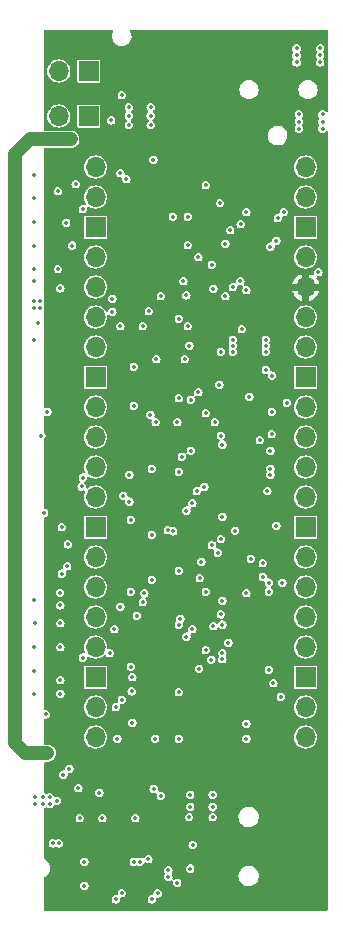
<source format=gbr>
%TF.GenerationSoftware,KiCad,Pcbnew,7.0.6-0*%
%TF.CreationDate,2023-07-28T21:35:03-06:00*%
%TF.ProjectId,PicoGUS Hand386,5069636f-4755-4532-9048-616e64333836,rev?*%
%TF.SameCoordinates,Original*%
%TF.FileFunction,Copper,L2,Inr*%
%TF.FilePolarity,Positive*%
%FSLAX46Y46*%
G04 Gerber Fmt 4.6, Leading zero omitted, Abs format (unit mm)*
G04 Created by KiCad (PCBNEW 7.0.6-0) date 2023-07-28 21:35:03*
%MOMM*%
%LPD*%
G01*
G04 APERTURE LIST*
%TA.AperFunction,ComponentPad*%
%ADD10R,1.700000X1.700000*%
%TD*%
%TA.AperFunction,ComponentPad*%
%ADD11O,1.700000X1.700000*%
%TD*%
%TA.AperFunction,ViaPad*%
%ADD12C,0.350000*%
%TD*%
%TA.AperFunction,Conductor*%
%ADD13C,1.200000*%
%TD*%
%TA.AperFunction,Conductor*%
%ADD14C,0.400000*%
%TD*%
G04 APERTURE END LIST*
D10*
%TO.N,UART_TX*%
%TO.C,J6*%
X124714000Y-66040000D03*
D11*
%TO.N,GND*%
X122174000Y-66040000D03*
%TD*%
D10*
%TO.N,Net-(JP1-A)*%
%TO.C,JP1*%
X124719000Y-62230000D03*
D11*
%TO.N,RESET*%
X122179000Y-62230000D03*
%TD*%
%TO.N,SPI_RX*%
%TO.C,U1*%
X125290500Y-70358000D03*
%TO.N,~{SPI_CS}*%
X125290500Y-72898000D03*
D10*
%TO.N,GND*%
X125290500Y-75438000D03*
D11*
%TO.N,SPI_SCK*%
X125290500Y-77978000D03*
%TO.N,SPI_TX*%
X125290500Y-80518000D03*
%TO.N,~{RIOW}*%
X125290500Y-83058000D03*
%TO.N,~{RIOR}*%
X125290500Y-85598000D03*
D10*
%TO.N,GND*%
X125290500Y-88138000D03*
D11*
%TO.N,AD0*%
X125290500Y-90678000D03*
%TO.N,AD1*%
X125290500Y-93218000D03*
%TO.N,AD2*%
X125290500Y-95758000D03*
%TO.N,AD3*%
X125290500Y-98298000D03*
D10*
%TO.N,GND*%
X125290500Y-100838000D03*
D11*
%TO.N,AD4*%
X125290500Y-103378000D03*
%TO.N,AD5*%
X125290500Y-105918000D03*
%TO.N,AD6*%
X125290500Y-108458000D03*
%TO.N,AD7*%
X125290500Y-110998000D03*
D10*
%TO.N,GND*%
X125290500Y-113538000D03*
D11*
%TO.N,RA8*%
X125290500Y-116078000D03*
%TO.N,RA9*%
X125290500Y-118618000D03*
%TO.N,DIN*%
X143070500Y-118618000D03*
%TO.N,BCK*%
X143070500Y-116078000D03*
D10*
%TO.N,GND*%
X143070500Y-113538000D03*
D11*
%TO.N,LRCK*%
X143070500Y-110998000D03*
%TO.N,~{RDACK}*%
X143070500Y-108458000D03*
%TO.N,RTC*%
X143070500Y-105918000D03*
%TO.N,RIRQ*%
X143070500Y-103378000D03*
D10*
%TO.N,GND*%
X143070500Y-100838000D03*
D11*
%TO.N,RDRQ*%
X143070500Y-98298000D03*
%TO.N,RUN*%
X143070500Y-95758000D03*
%TO.N,~{RI{slash}OCHRDY}*%
X143070500Y-93218000D03*
%TO.N,ADS*%
X143070500Y-90678000D03*
D10*
%TO.N,GND*%
X143070500Y-88138000D03*
D11*
%TO.N,UART_TX*%
X143070500Y-85598000D03*
%TO.N,unconnected-(U1-ADC_VREF-Pad35)*%
X143070500Y-83058000D03*
%TO.N,+3V3*%
X143070500Y-80518000D03*
%TO.N,unconnected-(U1-3V3_EN-Pad37)*%
X143070500Y-77978000D03*
D10*
%TO.N,GND*%
X143070500Y-75438000D03*
D11*
%TO.N,/VSYS*%
X143070500Y-72898000D03*
%TO.N,unconnected-(U1-VBUS-Pad40)*%
X143070500Y-70358000D03*
%TD*%
D12*
%TO.N,A0*%
X130048000Y-105283000D03*
%TO.N,A1*%
X129286000Y-107188000D03*
%TO.N,A2*%
X134620000Y-111252000D03*
X134620000Y-106299000D03*
X126492000Y-111506000D03*
%TO.N,A3*%
X135255000Y-109220000D03*
X124206000Y-111887000D03*
X135074000Y-112068000D03*
%TO.N,A4*%
X120100000Y-115000000D03*
X128143000Y-96393000D03*
X122301000Y-114935000D03*
%TO.N,A5*%
X128270000Y-112649000D03*
X120100000Y-113000000D03*
X128143000Y-98679000D03*
%TO.N,A6*%
X134493000Y-97409000D03*
X134239000Y-103759000D03*
X122301000Y-110998000D03*
X120100000Y-111000000D03*
X122882000Y-104140000D03*
%TO.N,A7*%
X132969000Y-99441000D03*
X120120311Y-109000000D03*
X132969000Y-110109000D03*
%TO.N,A8*%
X122300000Y-107467000D03*
X120100000Y-107000000D03*
X126873000Y-109474000D03*
X122300000Y-108967000D03*
X127000000Y-116078000D03*
%TO.N,A9*%
X121050000Y-116700000D03*
X127127000Y-118745000D03*
X128400000Y-117400000D03*
%TO.N,D0*%
X120100000Y-80000000D03*
X122300000Y-80625000D03*
X122428000Y-104775000D03*
%TO.N,D1*%
X120100000Y-79000000D03*
X122275000Y-106400000D03*
X122100000Y-79000000D03*
%TO.N,D2*%
X122936000Y-102300000D03*
X138049000Y-106426000D03*
X120100000Y-77000000D03*
X138430000Y-103505000D03*
X123300000Y-77000000D03*
%TO.N,D3*%
X135890000Y-108204000D03*
X135636000Y-102997000D03*
X122800000Y-75057000D03*
X120100000Y-75000000D03*
X122428000Y-100838000D03*
%TO.N,D4*%
X120100000Y-73000000D03*
X124206000Y-96647000D03*
X124206000Y-73914000D03*
%TO.N,D5*%
X124100000Y-97400000D03*
X120100000Y-71000000D03*
X123600000Y-71800000D03*
%TO.N,D6*%
X133858000Y-97790000D03*
X120700000Y-93091000D03*
X133350000Y-94361000D03*
%TO.N,D7*%
X136017000Y-99949000D03*
X136017000Y-93853000D03*
X121200000Y-91059000D03*
%TO.N,GND*%
X132200000Y-130950000D03*
X142500000Y-67100000D03*
X130550000Y-131850000D03*
X121400000Y-124300000D03*
X140081000Y-95885000D03*
X137568750Y-75184000D03*
X122174000Y-127621000D03*
X129286000Y-83820000D03*
X123825000Y-122936000D03*
X136679750Y-75692000D03*
X120575000Y-81700000D03*
X136906000Y-80518000D03*
X130806000Y-123571000D03*
X142300000Y-60300000D03*
X140081000Y-96393000D03*
X144300000Y-60300000D03*
X128100000Y-66800000D03*
X122555000Y-121793000D03*
X136017000Y-112014000D03*
X140589000Y-76581000D03*
X133096000Y-76962000D03*
X120800000Y-123700000D03*
X131450000Y-130450000D03*
X131400000Y-101100000D03*
X127381000Y-83820000D03*
X136017000Y-111506000D03*
X130175000Y-69723000D03*
X123059000Y-121285000D03*
X132461000Y-108585000D03*
X130365500Y-91948000D03*
X144500000Y-65900000D03*
X136906000Y-85979000D03*
X128100000Y-65300000D03*
X133096000Y-74549000D03*
X142300000Y-61500000D03*
X140081000Y-77089000D03*
X124333000Y-129159000D03*
X140225500Y-88011000D03*
X135200000Y-124500000D03*
X129951250Y-66000000D03*
X131450000Y-129900000D03*
X131850000Y-101200000D03*
X134620000Y-71882000D03*
X144300000Y-60900000D03*
X120100000Y-81700000D03*
X133200000Y-125400000D03*
X120100000Y-82300000D03*
X135200000Y-123500000D03*
X132842000Y-86614000D03*
X120200000Y-123700000D03*
X121666000Y-127621000D03*
X129951250Y-66800000D03*
X127000000Y-132350000D03*
X135204000Y-125400000D03*
X139700000Y-84963000D03*
X133300000Y-123500000D03*
X129032000Y-129159000D03*
X138049000Y-118745000D03*
X144300000Y-61500000D03*
X142500000Y-65900000D03*
X124333000Y-131191000D03*
X125603000Y-123317000D03*
X136906000Y-84963000D03*
X139700000Y-85471000D03*
X132334000Y-114808000D03*
X123952000Y-125476000D03*
X131836000Y-74549000D03*
X132334000Y-118745000D03*
X142500000Y-66500000D03*
X144500000Y-66500000D03*
X139700000Y-85979000D03*
X127889000Y-71374000D03*
X135128000Y-78613000D03*
X139700000Y-87503000D03*
X141224000Y-74168000D03*
X144500000Y-67100000D03*
X129750000Y-128950000D03*
X137541000Y-80010000D03*
X136906000Y-85471000D03*
X128100000Y-66000000D03*
X138049000Y-117475000D03*
X128520000Y-129159000D03*
X120575000Y-82300000D03*
X129951250Y-65300000D03*
X120800000Y-124300000D03*
X133985000Y-77978000D03*
X142300000Y-60900000D03*
X130324500Y-118745000D03*
X139446000Y-105029000D03*
X122000000Y-124000000D03*
X120200000Y-124300000D03*
X140716000Y-74676000D03*
X139446000Y-103886000D03*
X125853000Y-125476000D03*
X130050000Y-132350000D03*
X130200000Y-123000000D03*
X127508000Y-131826000D03*
X121400000Y-123700000D03*
X128647000Y-125476000D03*
X132334000Y-109093000D03*
X127381000Y-70866000D03*
X140208000Y-91059000D03*
X133300000Y-124500000D03*
X132207000Y-91948000D03*
%TO.N,~{IOW}*%
X128524000Y-87249000D03*
X128524000Y-90551000D03*
%TO.N,+3V3*%
X123063000Y-123317000D03*
X129400000Y-62700000D03*
X137033000Y-87630000D03*
X134063500Y-79453500D03*
X122682000Y-129286000D03*
X129650000Y-130450000D03*
X139700000Y-81915000D03*
X122936000Y-131064000D03*
X137922000Y-112268000D03*
X136017000Y-112776000D03*
X129650000Y-129900000D03*
X136906000Y-82931000D03*
X136906000Y-82423000D03*
X128397000Y-131826000D03*
X138176000Y-96139000D03*
X123059000Y-125476000D03*
X140208000Y-92202000D03*
X125009000Y-125476000D03*
X128651000Y-70231000D03*
X127254000Y-69850000D03*
X137160000Y-95631000D03*
X138811000Y-99314000D03*
X127885000Y-131318000D03*
X140053000Y-78077000D03*
X134620000Y-69850000D03*
X138049000Y-104422000D03*
X139192000Y-77597000D03*
X139954000Y-73279000D03*
X138938000Y-72644000D03*
X130450000Y-130950000D03*
X137160000Y-104013000D03*
X129400000Y-63200000D03*
X138086000Y-88048000D03*
X139700000Y-82423000D03*
X129400000Y-63700000D03*
X133731000Y-79121000D03*
X139700000Y-82931000D03*
X136906000Y-81915000D03*
%TO.N,I{slash}OCHRDY*%
X120400000Y-83550000D03*
X138049000Y-80772000D03*
X137668000Y-84074000D03*
%TO.N,+5V*%
X122700000Y-68300000D03*
X122200000Y-68300000D03*
X120200000Y-120300000D03*
X121200000Y-120000000D03*
X123216000Y-68021200D03*
X120700000Y-120300000D03*
X122700000Y-67700000D03*
X122200000Y-67700000D03*
X120200000Y-119700000D03*
X120700000Y-119700000D03*
%TO.N,~{RIOR}*%
X133096000Y-83820000D03*
X133223000Y-85471000D03*
%TO.N,TC*%
X128333500Y-114744500D03*
X128397000Y-113538000D03*
%TO.N,BUSOE*%
X130810000Y-81280000D03*
X130429000Y-86614000D03*
X132969000Y-81220000D03*
%TO.N,RIRQ*%
X141097000Y-105537000D03*
X140970000Y-115189000D03*
%TO.N,~{RDACK}*%
X141478000Y-90297000D03*
%TO.N,RDRQ*%
X140589000Y-100711000D03*
X140335000Y-114046000D03*
%TO.N,RTC*%
X139954000Y-112903000D03*
X139954000Y-106299000D03*
%TO.N,IRQ*%
X127515000Y-115450000D03*
X127381000Y-107569000D03*
%TO.N,DACK*%
X133350000Y-90043000D03*
X132588000Y-94869000D03*
X138049000Y-74168000D03*
X138303000Y-89789000D03*
%TO.N,DRQ*%
X122301000Y-113792000D03*
X120941500Y-99633500D03*
%TO.N,AEN*%
X120100000Y-85000000D03*
X135890000Y-85979000D03*
X135817000Y-73406000D03*
%TO.N,ADS*%
X140081000Y-94361000D03*
X140208000Y-92964000D03*
X132334000Y-104521000D03*
X132334000Y-96139000D03*
%TO.N,~{BUSOE}*%
X134112000Y-105156000D03*
X139827000Y-97788000D03*
X135763000Y-88773000D03*
X135890000Y-93091000D03*
X134048500Y-112839500D03*
X139192000Y-93472000D03*
X139954000Y-105537000D03*
%TO.N,RUN*%
X135382000Y-91948000D03*
X135255000Y-80645000D03*
%TO.N,AD7*%
X137096500Y-101155500D03*
X136525000Y-110617000D03*
%TO.N,AD6*%
X133477000Y-109474000D03*
X133477000Y-98806000D03*
%TO.N,AD5*%
X128270000Y-100203000D03*
X128270000Y-106299000D03*
%TO.N,AD4*%
X127635000Y-98171000D03*
%TO.N,AD3*%
X135128000Y-102362000D03*
X136017000Y-109093000D03*
%TO.N,AD2*%
X130048000Y-101473000D03*
X136017000Y-107061000D03*
X135890000Y-101854000D03*
X130048000Y-95885000D03*
%TO.N,AD1*%
X128778000Y-108331000D03*
%TO.N,AD0*%
X129413000Y-106426000D03*
%TO.N,UART_TX*%
X127508000Y-64262000D03*
%TO.N,Net-(U5-Pad4)*%
X132334000Y-89916000D03*
X132334000Y-83185000D03*
%TO.N,Net-(U5-Pad6)*%
X129921000Y-91313000D03*
X129794000Y-82550000D03*
%TO.N,Net-(U6-Pad10)*%
X136271000Y-76835000D03*
X136271000Y-81280000D03*
%TO.N,Net-(U5-Pad12)*%
X132715000Y-80010000D03*
X133985000Y-89408000D03*
%TO.N,~{RI{slash}OCHRDY}*%
X144145000Y-79248000D03*
%TO.N,AUDIO_L_OUT*%
X126700000Y-81500000D03*
%TO.N,AUDIO_R_OUT*%
X126700000Y-82600000D03*
%TO.N,Net-(J3--5V)*%
X122100000Y-72400000D03*
%TO.N,/Audio/AUDIO_R*%
X133303000Y-129747000D03*
%TO.N,/Audio/AUDIO_L*%
X133500000Y-127750000D03*
%TO.N,Net-(JP1-A)*%
X126600000Y-66400000D03*
X134620000Y-91186000D03*
%TD*%
D13*
%TO.N,+5V*%
X118488000Y-119146741D02*
X119341259Y-120000000D01*
X119750800Y-67999200D02*
X123194000Y-67999200D01*
X118488000Y-91322059D02*
X118488000Y-119146741D01*
X118500000Y-69250000D02*
X119750800Y-67999200D01*
D14*
X123194000Y-67999200D02*
X123216000Y-68021200D01*
D13*
X118500000Y-91310059D02*
X118500000Y-69250000D01*
X119341259Y-120000000D02*
X121200000Y-120000000D01*
%TD*%
%TA.AperFunction,Conductor*%
%TO.N,+3V3*%
G36*
X126722666Y-58740185D02*
G01*
X126768421Y-58792989D01*
X126778365Y-58862147D01*
X126763051Y-58901695D01*
X126765062Y-58902762D01*
X126761914Y-58908698D01*
X126695054Y-59076502D01*
X126695053Y-59076505D01*
X126665828Y-59254776D01*
X126675607Y-59435152D01*
X126675608Y-59435154D01*
X126723934Y-59609209D01*
X126723937Y-59609215D01*
X126766243Y-59689012D01*
X126808551Y-59768814D01*
X126808552Y-59768815D01*
X126925498Y-59906494D01*
X127061167Y-60009628D01*
X127069308Y-60015816D01*
X127233256Y-60091667D01*
X127233257Y-60091667D01*
X127233259Y-60091668D01*
X127286782Y-60103448D01*
X127409678Y-60130500D01*
X127409681Y-60130500D01*
X127545022Y-60130500D01*
X127545028Y-60130500D01*
X127679586Y-60115866D01*
X127850774Y-60058186D01*
X128005561Y-59965054D01*
X128136708Y-59840825D01*
X128238083Y-59691307D01*
X128304947Y-59523492D01*
X128334172Y-59345227D01*
X128324392Y-59164848D01*
X128299864Y-59076508D01*
X128276065Y-58990790D01*
X128276062Y-58990784D01*
X128229301Y-58902583D01*
X128215290Y-58834133D01*
X128240511Y-58768974D01*
X128296955Y-58727794D01*
X128338856Y-58720500D01*
X144863500Y-58720500D01*
X144930539Y-58740185D01*
X144976294Y-58792989D01*
X144987500Y-58844500D01*
X144987500Y-65586798D01*
X144967815Y-65653837D01*
X144915011Y-65699592D01*
X144845853Y-65709536D01*
X144782297Y-65680511D01*
X144775819Y-65674480D01*
X144751339Y-65650000D01*
X144710967Y-65609628D01*
X144710964Y-65609626D01*
X144710963Y-65609625D01*
X144610909Y-65558646D01*
X144500002Y-65541081D01*
X144499998Y-65541081D01*
X144389090Y-65558646D01*
X144289034Y-65609626D01*
X144209626Y-65689034D01*
X144158646Y-65789090D01*
X144141081Y-65899997D01*
X144141081Y-65900002D01*
X144158646Y-66010909D01*
X144209626Y-66110965D01*
X144210985Y-66112324D01*
X144212108Y-66114381D01*
X144215361Y-66118858D01*
X144214781Y-66119278D01*
X144244466Y-66173649D01*
X144239477Y-66243341D01*
X144215240Y-66281054D01*
X144215361Y-66281142D01*
X144213829Y-66283249D01*
X144210985Y-66287676D01*
X144209626Y-66289034D01*
X144158646Y-66389090D01*
X144141081Y-66499997D01*
X144141081Y-66500002D01*
X144158646Y-66610909D01*
X144209626Y-66710965D01*
X144210985Y-66712324D01*
X144212108Y-66714381D01*
X144215361Y-66718858D01*
X144214781Y-66719278D01*
X144244466Y-66773649D01*
X144239477Y-66843341D01*
X144215240Y-66881054D01*
X144215361Y-66881142D01*
X144213829Y-66883249D01*
X144210985Y-66887676D01*
X144209626Y-66889034D01*
X144158646Y-66989090D01*
X144141081Y-67099997D01*
X144141081Y-67100002D01*
X144158646Y-67210909D01*
X144209626Y-67310965D01*
X144289034Y-67390373D01*
X144389090Y-67441353D01*
X144499998Y-67458919D01*
X144500000Y-67458919D01*
X144500002Y-67458919D01*
X144610909Y-67441353D01*
X144610910Y-67441352D01*
X144610912Y-67441352D01*
X144710967Y-67390372D01*
X144775819Y-67325519D01*
X144837142Y-67292035D01*
X144906834Y-67297019D01*
X144962767Y-67338891D01*
X144987184Y-67404355D01*
X144987500Y-67413201D01*
X144987500Y-133179500D01*
X144967815Y-133246539D01*
X144915011Y-133292294D01*
X144863500Y-133303500D01*
X121028000Y-133303500D01*
X120960961Y-133283815D01*
X120915206Y-133231011D01*
X120904000Y-133179500D01*
X120904000Y-132350002D01*
X126641081Y-132350002D01*
X126658646Y-132460909D01*
X126709626Y-132560965D01*
X126789034Y-132640373D01*
X126889090Y-132691353D01*
X126999998Y-132708919D01*
X127000000Y-132708919D01*
X127000002Y-132708919D01*
X127110909Y-132691353D01*
X127110910Y-132691352D01*
X127110912Y-132691352D01*
X127210967Y-132640372D01*
X127290372Y-132560967D01*
X127341352Y-132460912D01*
X127341352Y-132460910D01*
X127341353Y-132460909D01*
X127358919Y-132350002D01*
X129691081Y-132350002D01*
X129708646Y-132460909D01*
X129759626Y-132560965D01*
X129839034Y-132640373D01*
X129939090Y-132691353D01*
X130049998Y-132708919D01*
X130050000Y-132708919D01*
X130050002Y-132708919D01*
X130160909Y-132691353D01*
X130160910Y-132691352D01*
X130160912Y-132691352D01*
X130260967Y-132640372D01*
X130340372Y-132560967D01*
X130391352Y-132460912D01*
X130391352Y-132460910D01*
X130391353Y-132460909D01*
X130408919Y-132350002D01*
X130408919Y-132340241D01*
X130410450Y-132340241D01*
X130418022Y-132281646D01*
X130463018Y-132228194D01*
X130529770Y-132207554D01*
X130548857Y-132208919D01*
X130550000Y-132208919D01*
X130550002Y-132208919D01*
X130660909Y-132191353D01*
X130660910Y-132191352D01*
X130660912Y-132191352D01*
X130760967Y-132140372D01*
X130840372Y-132060967D01*
X130891352Y-131960912D01*
X130891352Y-131960910D01*
X130891353Y-131960909D01*
X130908919Y-131850002D01*
X130908919Y-131849997D01*
X130891353Y-131739090D01*
X130840373Y-131639034D01*
X130760965Y-131559626D01*
X130660909Y-131508646D01*
X130550002Y-131491081D01*
X130549998Y-131491081D01*
X130439090Y-131508646D01*
X130339034Y-131559626D01*
X130259626Y-131639034D01*
X130208646Y-131739090D01*
X130191081Y-131849997D01*
X130191081Y-131859759D01*
X130189551Y-131859759D01*
X130181972Y-131918364D01*
X130136971Y-131971812D01*
X130070218Y-131992446D01*
X130051140Y-131991081D01*
X130049998Y-131991081D01*
X129939090Y-132008646D01*
X129839034Y-132059626D01*
X129759626Y-132139034D01*
X129708646Y-132239090D01*
X129691081Y-132349997D01*
X129691081Y-132350002D01*
X127358919Y-132350002D01*
X127358919Y-132349997D01*
X127354963Y-132325021D01*
X127363918Y-132255728D01*
X127408914Y-132202276D01*
X127475665Y-132181636D01*
X127496824Y-132183148D01*
X127508000Y-132184919D01*
X127563455Y-132176135D01*
X127618909Y-132167353D01*
X127618910Y-132167352D01*
X127618912Y-132167352D01*
X127718967Y-132116372D01*
X127798372Y-132036967D01*
X127849352Y-131936912D01*
X127849352Y-131936910D01*
X127849353Y-131936909D01*
X127866919Y-131826002D01*
X127866919Y-131825997D01*
X127849353Y-131715090D01*
X127798373Y-131615034D01*
X127718965Y-131535626D01*
X127618909Y-131484646D01*
X127508002Y-131467081D01*
X127507998Y-131467081D01*
X127397090Y-131484646D01*
X127297034Y-131535626D01*
X127217626Y-131615034D01*
X127166646Y-131715090D01*
X127149081Y-131825997D01*
X127149081Y-131826000D01*
X127153037Y-131850981D01*
X127144080Y-131920274D01*
X127099083Y-131973725D01*
X127032331Y-131994363D01*
X127011165Y-131992849D01*
X127000002Y-131991081D01*
X126999998Y-131991081D01*
X126889090Y-132008646D01*
X126789034Y-132059626D01*
X126709626Y-132139034D01*
X126658646Y-132239090D01*
X126641081Y-132349997D01*
X126641081Y-132350002D01*
X120904000Y-132350002D01*
X120904000Y-131191002D01*
X123974081Y-131191002D01*
X123991646Y-131301909D01*
X124042626Y-131401965D01*
X124122034Y-131481373D01*
X124222090Y-131532353D01*
X124332998Y-131549919D01*
X124333000Y-131549919D01*
X124333002Y-131549919D01*
X124443909Y-131532353D01*
X124443910Y-131532352D01*
X124443912Y-131532352D01*
X124543967Y-131481372D01*
X124623372Y-131401967D01*
X124674352Y-131301912D01*
X124674352Y-131301910D01*
X124674353Y-131301909D01*
X124691919Y-131191002D01*
X124691919Y-131190997D01*
X124674353Y-131080090D01*
X124623373Y-130980034D01*
X124543965Y-130900626D01*
X124443909Y-130849646D01*
X124333002Y-130832081D01*
X124332998Y-130832081D01*
X124222090Y-130849646D01*
X124122034Y-130900626D01*
X124042626Y-130980034D01*
X123991646Y-131080090D01*
X123974081Y-131190997D01*
X123974081Y-131191002D01*
X120904000Y-131191002D01*
X120904000Y-130556435D01*
X120923685Y-130489396D01*
X120964072Y-130450185D01*
X120964376Y-130450002D01*
X131091081Y-130450002D01*
X131108646Y-130560909D01*
X131159626Y-130660965D01*
X131239034Y-130740373D01*
X131339090Y-130791353D01*
X131449998Y-130808919D01*
X131450000Y-130808919D01*
X131450002Y-130808919D01*
X131560909Y-130791353D01*
X131560910Y-130791352D01*
X131560912Y-130791352D01*
X131604707Y-130769037D01*
X131669663Y-130735942D01*
X131670417Y-130737422D01*
X131725619Y-130717717D01*
X131793675Y-130733532D01*
X131842378Y-130783631D01*
X131856264Y-130852106D01*
X131855191Y-130860911D01*
X131853536Y-130871362D01*
X131841082Y-130949997D01*
X131841081Y-130950002D01*
X131858646Y-131060909D01*
X131909626Y-131160965D01*
X131989034Y-131240373D01*
X132089090Y-131291353D01*
X132199998Y-131308919D01*
X132200000Y-131308919D01*
X132200002Y-131308919D01*
X132310909Y-131291353D01*
X132310910Y-131291352D01*
X132310912Y-131291352D01*
X132410967Y-131240372D01*
X132490372Y-131160967D01*
X132541352Y-131060912D01*
X132541352Y-131060910D01*
X132541353Y-131060909D01*
X132558919Y-130950002D01*
X132558919Y-130949997D01*
X132541353Y-130839090D01*
X132490373Y-130739034D01*
X132410965Y-130659626D01*
X132310909Y-130608646D01*
X132200002Y-130591081D01*
X132199998Y-130591081D01*
X132089090Y-130608646D01*
X131980337Y-130664058D01*
X131979583Y-130662579D01*
X131924359Y-130682283D01*
X131856306Y-130666457D01*
X131807611Y-130616350D01*
X131793737Y-130547872D01*
X131794809Y-130539087D01*
X131808919Y-130450001D01*
X131808919Y-130449997D01*
X131791888Y-130342467D01*
X137386722Y-130342467D01*
X137396784Y-130528057D01*
X137396784Y-130528062D01*
X137446505Y-130707143D01*
X137446509Y-130707151D01*
X137533569Y-130871363D01*
X137653894Y-131013020D01*
X137653895Y-131013021D01*
X137801861Y-131125502D01*
X137801862Y-131125502D01*
X137801863Y-131125503D01*
X137970543Y-131203543D01*
X137970551Y-131203546D01*
X138025620Y-131215667D01*
X138152067Y-131243500D01*
X138152070Y-131243500D01*
X138291327Y-131243500D01*
X138291332Y-131243500D01*
X138429775Y-131228443D01*
X138605911Y-131169096D01*
X138765171Y-131073273D01*
X138900108Y-130945454D01*
X139004413Y-130791615D01*
X139055826Y-130662579D01*
X139073208Y-130618955D01*
X139074898Y-130608646D01*
X139103278Y-130435535D01*
X139093216Y-130249942D01*
X139090685Y-130240825D01*
X139043494Y-130070856D01*
X139043490Y-130070848D01*
X138956430Y-129906636D01*
X138836105Y-129764979D01*
X138810116Y-129745223D01*
X138688139Y-129652498D01*
X138688137Y-129652497D01*
X138688136Y-129652496D01*
X138519456Y-129574456D01*
X138519448Y-129574453D01*
X138337933Y-129534500D01*
X138198668Y-129534500D01*
X138198666Y-129534500D01*
X138060226Y-129549556D01*
X138060223Y-129549557D01*
X137884083Y-129608906D01*
X137724827Y-129704728D01*
X137724826Y-129704729D01*
X137589890Y-129832546D01*
X137485585Y-129986387D01*
X137485584Y-129986389D01*
X137416791Y-130159044D01*
X137401891Y-130249937D01*
X137387276Y-130339090D01*
X137386722Y-130342467D01*
X131791888Y-130342467D01*
X131791353Y-130339090D01*
X131736429Y-130231294D01*
X131723533Y-130162625D01*
X131736429Y-130118706D01*
X131760813Y-130070848D01*
X131791352Y-130010912D01*
X131791352Y-130010910D01*
X131791353Y-130010909D01*
X131808919Y-129900002D01*
X131808919Y-129899997D01*
X131791353Y-129789090D01*
X131769909Y-129747002D01*
X132944081Y-129747002D01*
X132961646Y-129857909D01*
X133012626Y-129957965D01*
X133092034Y-130037373D01*
X133192090Y-130088353D01*
X133302998Y-130105919D01*
X133303000Y-130105919D01*
X133303002Y-130105919D01*
X133413909Y-130088353D01*
X133413910Y-130088352D01*
X133413912Y-130088352D01*
X133513967Y-130037372D01*
X133593372Y-129957967D01*
X133644352Y-129857912D01*
X133644352Y-129857910D01*
X133644353Y-129857909D01*
X133661919Y-129747002D01*
X133661919Y-129746997D01*
X133644353Y-129636090D01*
X133593373Y-129536034D01*
X133513965Y-129456626D01*
X133413909Y-129405646D01*
X133303002Y-129388081D01*
X133302998Y-129388081D01*
X133192090Y-129405646D01*
X133092034Y-129456626D01*
X133012626Y-129536034D01*
X132961646Y-129636090D01*
X132944081Y-129746997D01*
X132944081Y-129747002D01*
X131769909Y-129747002D01*
X131740373Y-129689034D01*
X131660965Y-129609626D01*
X131560909Y-129558646D01*
X131450002Y-129541081D01*
X131449998Y-129541081D01*
X131339090Y-129558646D01*
X131239034Y-129609626D01*
X131159626Y-129689034D01*
X131108646Y-129789090D01*
X131091081Y-129899997D01*
X131091081Y-129900002D01*
X131108646Y-130010908D01*
X131163571Y-130118707D01*
X131176466Y-130187376D01*
X131163571Y-130231293D01*
X131108646Y-130339091D01*
X131091081Y-130449997D01*
X131091081Y-130450002D01*
X120964376Y-130450002D01*
X120988425Y-130435532D01*
X121105561Y-130365054D01*
X121236708Y-130240825D01*
X121338083Y-130091307D01*
X121404947Y-129923492D01*
X121434172Y-129745227D01*
X121424392Y-129564848D01*
X121380190Y-129405648D01*
X121376065Y-129390790D01*
X121376062Y-129390784D01*
X121323347Y-129291353D01*
X121291449Y-129231186D01*
X121230135Y-129159002D01*
X123974081Y-129159002D01*
X123991646Y-129269909D01*
X124042626Y-129369965D01*
X124122034Y-129449373D01*
X124222090Y-129500353D01*
X124332998Y-129517919D01*
X124333000Y-129517919D01*
X124333002Y-129517919D01*
X124443909Y-129500353D01*
X124443910Y-129500352D01*
X124443912Y-129500352D01*
X124543967Y-129449372D01*
X124623372Y-129369967D01*
X124674352Y-129269912D01*
X124674352Y-129269910D01*
X124674353Y-129269909D01*
X124691919Y-129159002D01*
X128161081Y-129159002D01*
X128178646Y-129269909D01*
X128229626Y-129369965D01*
X128309034Y-129449373D01*
X128409090Y-129500353D01*
X128519998Y-129517919D01*
X128520000Y-129517919D01*
X128520002Y-129517919D01*
X128630907Y-129500353D01*
X128630907Y-129500352D01*
X128630912Y-129500352D01*
X128719709Y-129455107D01*
X128788373Y-129442213D01*
X128832293Y-129455109D01*
X128921090Y-129500353D01*
X129031998Y-129517919D01*
X129032000Y-129517919D01*
X129032002Y-129517919D01*
X129142909Y-129500353D01*
X129142910Y-129500352D01*
X129142912Y-129500352D01*
X129242967Y-129449372D01*
X129322372Y-129369967D01*
X129363187Y-129289861D01*
X129411159Y-129239067D01*
X129478979Y-129222271D01*
X129528674Y-129239204D01*
X129530337Y-129235942D01*
X129639090Y-129291353D01*
X129749998Y-129308919D01*
X129750000Y-129308919D01*
X129750002Y-129308919D01*
X129860909Y-129291353D01*
X129860910Y-129291352D01*
X129860912Y-129291352D01*
X129960967Y-129240372D01*
X130040372Y-129160967D01*
X130091352Y-129060912D01*
X130091352Y-129060910D01*
X130091353Y-129060909D01*
X130108919Y-128950002D01*
X130108919Y-128949997D01*
X130091353Y-128839090D01*
X130040373Y-128739034D01*
X129960965Y-128659626D01*
X129860909Y-128608646D01*
X129750002Y-128591081D01*
X129749998Y-128591081D01*
X129639090Y-128608646D01*
X129539034Y-128659626D01*
X129459626Y-128739034D01*
X129418813Y-128819136D01*
X129370839Y-128869933D01*
X129303018Y-128886728D01*
X129253325Y-128869794D01*
X129251663Y-128873058D01*
X129142909Y-128817646D01*
X129032002Y-128800081D01*
X129031998Y-128800081D01*
X128921091Y-128817646D01*
X128832293Y-128862890D01*
X128763623Y-128875785D01*
X128719707Y-128862890D01*
X128630908Y-128817646D01*
X128520002Y-128800081D01*
X128519998Y-128800081D01*
X128409090Y-128817646D01*
X128309034Y-128868626D01*
X128229626Y-128948034D01*
X128178646Y-129048090D01*
X128161081Y-129158997D01*
X128161081Y-129159002D01*
X124691919Y-129159002D01*
X124691919Y-129158997D01*
X124674353Y-129048090D01*
X124623373Y-128948034D01*
X124543965Y-128868626D01*
X124443909Y-128817646D01*
X124333002Y-128800081D01*
X124332998Y-128800081D01*
X124222090Y-128817646D01*
X124122034Y-128868626D01*
X124042626Y-128948034D01*
X123991646Y-129048090D01*
X123974081Y-129158997D01*
X123974081Y-129159002D01*
X121230135Y-129159002D01*
X121174502Y-129093506D01*
X121114759Y-129048090D01*
X121030693Y-128984184D01*
X120975933Y-128958849D01*
X120923355Y-128912834D01*
X120904000Y-128846310D01*
X120904000Y-127621002D01*
X121307081Y-127621002D01*
X121324646Y-127731909D01*
X121375626Y-127831965D01*
X121455034Y-127911373D01*
X121555090Y-127962353D01*
X121665998Y-127979919D01*
X121666000Y-127979919D01*
X121666002Y-127979919D01*
X121776909Y-127962353D01*
X121776910Y-127962352D01*
X121776912Y-127962352D01*
X121835205Y-127932650D01*
X121863706Y-127918129D01*
X121932375Y-127905233D01*
X121976294Y-127918129D01*
X122063090Y-127962353D01*
X122173998Y-127979919D01*
X122174000Y-127979919D01*
X122174002Y-127979919D01*
X122284909Y-127962353D01*
X122284910Y-127962352D01*
X122284912Y-127962352D01*
X122384967Y-127911372D01*
X122464372Y-127831967D01*
X122506135Y-127750002D01*
X133141081Y-127750002D01*
X133158646Y-127860909D01*
X133209626Y-127960965D01*
X133289034Y-128040373D01*
X133389090Y-128091353D01*
X133499998Y-128108919D01*
X133500000Y-128108919D01*
X133500002Y-128108919D01*
X133610909Y-128091353D01*
X133610910Y-128091352D01*
X133610912Y-128091352D01*
X133710967Y-128040372D01*
X133790372Y-127960967D01*
X133841352Y-127860912D01*
X133841352Y-127860910D01*
X133841353Y-127860909D01*
X133858919Y-127750002D01*
X133858919Y-127749997D01*
X133841353Y-127639090D01*
X133790373Y-127539034D01*
X133710965Y-127459626D01*
X133610909Y-127408646D01*
X133500002Y-127391081D01*
X133499998Y-127391081D01*
X133389090Y-127408646D01*
X133289034Y-127459626D01*
X133209626Y-127539034D01*
X133158646Y-127639090D01*
X133141081Y-127749997D01*
X133141081Y-127750002D01*
X122506135Y-127750002D01*
X122515352Y-127731912D01*
X122515352Y-127731910D01*
X122515353Y-127731909D01*
X122532919Y-127621002D01*
X122532919Y-127620997D01*
X122515353Y-127510090D01*
X122464373Y-127410034D01*
X122384965Y-127330626D01*
X122284909Y-127279646D01*
X122174002Y-127262081D01*
X122173998Y-127262081D01*
X122063091Y-127279646D01*
X121976293Y-127323871D01*
X121907623Y-127336766D01*
X121863707Y-127323871D01*
X121776908Y-127279646D01*
X121666002Y-127262081D01*
X121665998Y-127262081D01*
X121555090Y-127279646D01*
X121455034Y-127330626D01*
X121375626Y-127410034D01*
X121324646Y-127510090D01*
X121307081Y-127620997D01*
X121307081Y-127621002D01*
X120904000Y-127621002D01*
X120904000Y-125476002D01*
X123593081Y-125476002D01*
X123610646Y-125586909D01*
X123661626Y-125686965D01*
X123741034Y-125766373D01*
X123841090Y-125817353D01*
X123951998Y-125834919D01*
X123952000Y-125834919D01*
X123952002Y-125834919D01*
X124062909Y-125817353D01*
X124062910Y-125817352D01*
X124062912Y-125817352D01*
X124162967Y-125766372D01*
X124242372Y-125686967D01*
X124293352Y-125586912D01*
X124293352Y-125586910D01*
X124293353Y-125586909D01*
X124310919Y-125476002D01*
X125494081Y-125476002D01*
X125511646Y-125586909D01*
X125562626Y-125686965D01*
X125642034Y-125766373D01*
X125742090Y-125817353D01*
X125852998Y-125834919D01*
X125853000Y-125834919D01*
X125853002Y-125834919D01*
X125963909Y-125817353D01*
X125963910Y-125817352D01*
X125963912Y-125817352D01*
X126063967Y-125766372D01*
X126143372Y-125686967D01*
X126194352Y-125586912D01*
X126194352Y-125586910D01*
X126194353Y-125586909D01*
X126211919Y-125476002D01*
X128288081Y-125476002D01*
X128305646Y-125586909D01*
X128356626Y-125686965D01*
X128436034Y-125766373D01*
X128536090Y-125817353D01*
X128646998Y-125834919D01*
X128647000Y-125834919D01*
X128647002Y-125834919D01*
X128757909Y-125817353D01*
X128757910Y-125817352D01*
X128757912Y-125817352D01*
X128857967Y-125766372D01*
X128937372Y-125686967D01*
X128988352Y-125586912D01*
X128988352Y-125586910D01*
X128988353Y-125586909D01*
X129005919Y-125476002D01*
X129005919Y-125475997D01*
X128993883Y-125400002D01*
X132841081Y-125400002D01*
X132858646Y-125510909D01*
X132909626Y-125610965D01*
X132989034Y-125690373D01*
X133089090Y-125741353D01*
X133199998Y-125758919D01*
X133200000Y-125758919D01*
X133200002Y-125758919D01*
X133310909Y-125741353D01*
X133310910Y-125741352D01*
X133310912Y-125741352D01*
X133410967Y-125690372D01*
X133490372Y-125610967D01*
X133541352Y-125510912D01*
X133541352Y-125510910D01*
X133541353Y-125510909D01*
X133558919Y-125400002D01*
X133558919Y-125399997D01*
X133541353Y-125289090D01*
X133490373Y-125189034D01*
X133410966Y-125109627D01*
X133387506Y-125097674D01*
X133349325Y-125078220D01*
X133298530Y-125030248D01*
X133281734Y-124962428D01*
X133304270Y-124896292D01*
X133358984Y-124852840D01*
X133386223Y-124845263D01*
X133410909Y-124841353D01*
X133410910Y-124841352D01*
X133410912Y-124841352D01*
X133510967Y-124790372D01*
X133590372Y-124710967D01*
X133641352Y-124610912D01*
X133641352Y-124610910D01*
X133641353Y-124610909D01*
X133658919Y-124500002D01*
X134841081Y-124500002D01*
X134858646Y-124610909D01*
X134909626Y-124710965D01*
X134989034Y-124790373D01*
X135087482Y-124840534D01*
X135138278Y-124888508D01*
X135155074Y-124956329D01*
X135132537Y-125022464D01*
X135087482Y-125061504D01*
X134993034Y-125109626D01*
X134913626Y-125189034D01*
X134862646Y-125289090D01*
X134845081Y-125399997D01*
X134845081Y-125400002D01*
X134862646Y-125510909D01*
X134913626Y-125610965D01*
X134993034Y-125690373D01*
X135093090Y-125741353D01*
X135203998Y-125758919D01*
X135204000Y-125758919D01*
X135204002Y-125758919D01*
X135314909Y-125741353D01*
X135314910Y-125741352D01*
X135314912Y-125741352D01*
X135414967Y-125690372D01*
X135494372Y-125610967D01*
X135545352Y-125510912D01*
X135545352Y-125510910D01*
X135545353Y-125510909D01*
X135562919Y-125400002D01*
X135562919Y-125399997D01*
X135553807Y-125342467D01*
X137386722Y-125342467D01*
X137391768Y-125435532D01*
X137393961Y-125475997D01*
X137396784Y-125528057D01*
X137396784Y-125528062D01*
X137446505Y-125707143D01*
X137446509Y-125707151D01*
X137533569Y-125871363D01*
X137596502Y-125945453D01*
X137653895Y-126013021D01*
X137801861Y-126125502D01*
X137801862Y-126125502D01*
X137801863Y-126125503D01*
X137970543Y-126203543D01*
X137970551Y-126203546D01*
X138025620Y-126215667D01*
X138152067Y-126243500D01*
X138152070Y-126243500D01*
X138291327Y-126243500D01*
X138291332Y-126243500D01*
X138429775Y-126228443D01*
X138605911Y-126169096D01*
X138765171Y-126073273D01*
X138900108Y-125945454D01*
X139004413Y-125791615D01*
X139048107Y-125681952D01*
X139073208Y-125618955D01*
X139073209Y-125618951D01*
X139103278Y-125435535D01*
X139093216Y-125249942D01*
X139093215Y-125249937D01*
X139043494Y-125070856D01*
X139043490Y-125070848D01*
X138956430Y-124906636D01*
X138836105Y-124764979D01*
X138778069Y-124720861D01*
X138688139Y-124652498D01*
X138688137Y-124652497D01*
X138688136Y-124652496D01*
X138519456Y-124574456D01*
X138519448Y-124574453D01*
X138337933Y-124534500D01*
X138198668Y-124534500D01*
X138198666Y-124534500D01*
X138060226Y-124549556D01*
X138060223Y-124549557D01*
X137884083Y-124608906D01*
X137724827Y-124704728D01*
X137724826Y-124704729D01*
X137589890Y-124832546D01*
X137485585Y-124986387D01*
X137485584Y-124986389D01*
X137416791Y-125159044D01*
X137386722Y-125342467D01*
X135553807Y-125342467D01*
X135545353Y-125289090D01*
X135494373Y-125189034D01*
X135414965Y-125109626D01*
X135316517Y-125059465D01*
X135265720Y-125011491D01*
X135248925Y-124943670D01*
X135271462Y-124877535D01*
X135316513Y-124838497D01*
X135410967Y-124790372D01*
X135490372Y-124710967D01*
X135541352Y-124610912D01*
X135541352Y-124610910D01*
X135541353Y-124610909D01*
X135558919Y-124500002D01*
X135558919Y-124499997D01*
X135541353Y-124389090D01*
X135490373Y-124289034D01*
X135410965Y-124209626D01*
X135310909Y-124158646D01*
X135200002Y-124141081D01*
X135199998Y-124141081D01*
X135089090Y-124158646D01*
X134989034Y-124209626D01*
X134909626Y-124289034D01*
X134858646Y-124389090D01*
X134841081Y-124499997D01*
X134841081Y-124500002D01*
X133658919Y-124500002D01*
X133658919Y-124499997D01*
X133641353Y-124389090D01*
X133590373Y-124289034D01*
X133510965Y-124209626D01*
X133410909Y-124158646D01*
X133300002Y-124141081D01*
X133299998Y-124141081D01*
X133189090Y-124158646D01*
X133089034Y-124209626D01*
X133009626Y-124289034D01*
X132958646Y-124389090D01*
X132941081Y-124499997D01*
X132941081Y-124500002D01*
X132958646Y-124610909D01*
X133009626Y-124710965D01*
X133089034Y-124790373D01*
X133112844Y-124802504D01*
X133150672Y-124821778D01*
X133201468Y-124869750D01*
X133218265Y-124937571D01*
X133195729Y-125003706D01*
X133141015Y-125047159D01*
X133113780Y-125054736D01*
X133089089Y-125058647D01*
X132989034Y-125109626D01*
X132909626Y-125189034D01*
X132858646Y-125289090D01*
X132841081Y-125399997D01*
X132841081Y-125400002D01*
X128993883Y-125400002D01*
X128988353Y-125365090D01*
X128937373Y-125265034D01*
X128857965Y-125185626D01*
X128757909Y-125134646D01*
X128647002Y-125117081D01*
X128646998Y-125117081D01*
X128536090Y-125134646D01*
X128436034Y-125185626D01*
X128356626Y-125265034D01*
X128305646Y-125365090D01*
X128288081Y-125475997D01*
X128288081Y-125476002D01*
X126211919Y-125476002D01*
X126211919Y-125475997D01*
X126194353Y-125365090D01*
X126143373Y-125265034D01*
X126063965Y-125185626D01*
X125963909Y-125134646D01*
X125853002Y-125117081D01*
X125852998Y-125117081D01*
X125742090Y-125134646D01*
X125642034Y-125185626D01*
X125562626Y-125265034D01*
X125511646Y-125365090D01*
X125494081Y-125475997D01*
X125494081Y-125476002D01*
X124310919Y-125476002D01*
X124310919Y-125475997D01*
X124293353Y-125365090D01*
X124242373Y-125265034D01*
X124162965Y-125185626D01*
X124062909Y-125134646D01*
X123952002Y-125117081D01*
X123951998Y-125117081D01*
X123841090Y-125134646D01*
X123741034Y-125185626D01*
X123661626Y-125265034D01*
X123610646Y-125365090D01*
X123593081Y-125475997D01*
X123593081Y-125476002D01*
X120904000Y-125476002D01*
X120904000Y-124720861D01*
X120923685Y-124653822D01*
X120971708Y-124610375D01*
X120974592Y-124608906D01*
X121010967Y-124590372D01*
X121012319Y-124589020D01*
X121014369Y-124587900D01*
X121018858Y-124584639D01*
X121019279Y-124585219D01*
X121073642Y-124555535D01*
X121143334Y-124560519D01*
X121181053Y-124584760D01*
X121181142Y-124584639D01*
X121183269Y-124586184D01*
X121187681Y-124589020D01*
X121189034Y-124590373D01*
X121289090Y-124641353D01*
X121399998Y-124658919D01*
X121400000Y-124658919D01*
X121400002Y-124658919D01*
X121510909Y-124641353D01*
X121510910Y-124641352D01*
X121510912Y-124641352D01*
X121610967Y-124590372D01*
X121690372Y-124510967D01*
X121741352Y-124410912D01*
X121741352Y-124410906D01*
X121744662Y-124404412D01*
X121792635Y-124353615D01*
X121860456Y-124336819D01*
X121879384Y-124340235D01*
X121879449Y-124339826D01*
X121999998Y-124358919D01*
X122000000Y-124358919D01*
X122000002Y-124358919D01*
X122110909Y-124341353D01*
X122110910Y-124341352D01*
X122110912Y-124341352D01*
X122210967Y-124290372D01*
X122290372Y-124210967D01*
X122341352Y-124110912D01*
X122341352Y-124110910D01*
X122341353Y-124110909D01*
X122358919Y-124000002D01*
X122358919Y-123999997D01*
X122341353Y-123889090D01*
X122290373Y-123789034D01*
X122210965Y-123709626D01*
X122110909Y-123658646D01*
X122000002Y-123641081D01*
X121999998Y-123641081D01*
X121879449Y-123660174D01*
X121879047Y-123657637D01*
X121823623Y-123659220D01*
X121763791Y-123623138D01*
X121744662Y-123595587D01*
X121741352Y-123589091D01*
X121741352Y-123589088D01*
X121690372Y-123489033D01*
X121610967Y-123409628D01*
X121610965Y-123409626D01*
X121510909Y-123358646D01*
X121400002Y-123341081D01*
X121399998Y-123341081D01*
X121289090Y-123358646D01*
X121189034Y-123409626D01*
X121187676Y-123410985D01*
X121185618Y-123412108D01*
X121181142Y-123415361D01*
X121180721Y-123414781D01*
X121126351Y-123444466D01*
X121056659Y-123439477D01*
X121018945Y-123415240D01*
X121018858Y-123415361D01*
X121016750Y-123413829D01*
X121012324Y-123410985D01*
X121010965Y-123409626D01*
X120971706Y-123389623D01*
X120920910Y-123341649D01*
X120914243Y-123317002D01*
X125244081Y-123317002D01*
X125261646Y-123427909D01*
X125312626Y-123527965D01*
X125392034Y-123607373D01*
X125492090Y-123658353D01*
X125602998Y-123675919D01*
X125603000Y-123675919D01*
X125603002Y-123675919D01*
X125713909Y-123658353D01*
X125713910Y-123658352D01*
X125713912Y-123658352D01*
X125813967Y-123607372D01*
X125893372Y-123527967D01*
X125944352Y-123427912D01*
X125944352Y-123427910D01*
X125944353Y-123427909D01*
X125961919Y-123317002D01*
X125961919Y-123316997D01*
X125944353Y-123206090D01*
X125893373Y-123106034D01*
X125813965Y-123026626D01*
X125761711Y-123000002D01*
X129841081Y-123000002D01*
X129858646Y-123110909D01*
X129909626Y-123210965D01*
X129989034Y-123290373D01*
X130089090Y-123341353D01*
X130199998Y-123358919D01*
X130200000Y-123358919D01*
X130200002Y-123358919D01*
X130319323Y-123340020D01*
X130388616Y-123348974D01*
X130442068Y-123393970D01*
X130462708Y-123460722D01*
X130461194Y-123481891D01*
X130447081Y-123570997D01*
X130447081Y-123571002D01*
X130464646Y-123681909D01*
X130515626Y-123781965D01*
X130595034Y-123861373D01*
X130695090Y-123912353D01*
X130805998Y-123929919D01*
X130806000Y-123929919D01*
X130806002Y-123929919D01*
X130916909Y-123912353D01*
X130916910Y-123912352D01*
X130916912Y-123912352D01*
X131016967Y-123861372D01*
X131096372Y-123781967D01*
X131147352Y-123681912D01*
X131147352Y-123681910D01*
X131147353Y-123681909D01*
X131164919Y-123571002D01*
X131164919Y-123570997D01*
X131153674Y-123500002D01*
X132941081Y-123500002D01*
X132958646Y-123610909D01*
X133009626Y-123710965D01*
X133089034Y-123790373D01*
X133189090Y-123841353D01*
X133299998Y-123858919D01*
X133300000Y-123858919D01*
X133300002Y-123858919D01*
X133410909Y-123841353D01*
X133410910Y-123841352D01*
X133410912Y-123841352D01*
X133510967Y-123790372D01*
X133590372Y-123710967D01*
X133641352Y-123610912D01*
X133641352Y-123610910D01*
X133641353Y-123610909D01*
X133658919Y-123500002D01*
X134841081Y-123500002D01*
X134858646Y-123610909D01*
X134909626Y-123710965D01*
X134989034Y-123790373D01*
X135089090Y-123841353D01*
X135199998Y-123858919D01*
X135200000Y-123858919D01*
X135200002Y-123858919D01*
X135310909Y-123841353D01*
X135310910Y-123841352D01*
X135310912Y-123841352D01*
X135410967Y-123790372D01*
X135490372Y-123710967D01*
X135541352Y-123610912D01*
X135541352Y-123610910D01*
X135541353Y-123610909D01*
X135558919Y-123500002D01*
X135558919Y-123499997D01*
X135541353Y-123389090D01*
X135490373Y-123289034D01*
X135410965Y-123209626D01*
X135310909Y-123158646D01*
X135200002Y-123141081D01*
X135199998Y-123141081D01*
X135089090Y-123158646D01*
X134989034Y-123209626D01*
X134909626Y-123289034D01*
X134858646Y-123389090D01*
X134841081Y-123499997D01*
X134841081Y-123500002D01*
X133658919Y-123500002D01*
X133658919Y-123499997D01*
X133641353Y-123389090D01*
X133590373Y-123289034D01*
X133510965Y-123209626D01*
X133410909Y-123158646D01*
X133300002Y-123141081D01*
X133299998Y-123141081D01*
X133189090Y-123158646D01*
X133089034Y-123209626D01*
X133009626Y-123289034D01*
X132958646Y-123389090D01*
X132941081Y-123499997D01*
X132941081Y-123500002D01*
X131153674Y-123500002D01*
X131147353Y-123460090D01*
X131096373Y-123360034D01*
X131016965Y-123280626D01*
X130916909Y-123229646D01*
X130806002Y-123212081D01*
X130805997Y-123212081D01*
X130686675Y-123230979D01*
X130617382Y-123222024D01*
X130563930Y-123177028D01*
X130543291Y-123110276D01*
X130544804Y-123089114D01*
X130558919Y-123000000D01*
X130548783Y-122936002D01*
X130541353Y-122889090D01*
X130490373Y-122789034D01*
X130410965Y-122709626D01*
X130310909Y-122658646D01*
X130200002Y-122641081D01*
X130199998Y-122641081D01*
X130089090Y-122658646D01*
X129989034Y-122709626D01*
X129909626Y-122789034D01*
X129858646Y-122889090D01*
X129841081Y-122999997D01*
X129841081Y-123000002D01*
X125761711Y-123000002D01*
X125713909Y-122975646D01*
X125603002Y-122958081D01*
X125602998Y-122958081D01*
X125492090Y-122975646D01*
X125392034Y-123026626D01*
X125312626Y-123106034D01*
X125261646Y-123206090D01*
X125244081Y-123316997D01*
X125244081Y-123317002D01*
X120914243Y-123317002D01*
X120904000Y-123279138D01*
X120904000Y-122936002D01*
X123466081Y-122936002D01*
X123483646Y-123046909D01*
X123534626Y-123146965D01*
X123614034Y-123226373D01*
X123714090Y-123277353D01*
X123824998Y-123294919D01*
X123825000Y-123294919D01*
X123825002Y-123294919D01*
X123935909Y-123277353D01*
X123935910Y-123277352D01*
X123935912Y-123277352D01*
X124035967Y-123226372D01*
X124115372Y-123146967D01*
X124166352Y-123046912D01*
X124166352Y-123046910D01*
X124166353Y-123046909D01*
X124183919Y-122936002D01*
X124183919Y-122935997D01*
X124166353Y-122825090D01*
X124115373Y-122725034D01*
X124035965Y-122645626D01*
X123935909Y-122594646D01*
X123825002Y-122577081D01*
X123824998Y-122577081D01*
X123714090Y-122594646D01*
X123614034Y-122645626D01*
X123534626Y-122725034D01*
X123483646Y-122825090D01*
X123466081Y-122935997D01*
X123466081Y-122936002D01*
X120904000Y-122936002D01*
X120904000Y-121793002D01*
X122196081Y-121793002D01*
X122213646Y-121903909D01*
X122264626Y-122003965D01*
X122344034Y-122083373D01*
X122444090Y-122134353D01*
X122554998Y-122151919D01*
X122555000Y-122151919D01*
X122555002Y-122151919D01*
X122665909Y-122134353D01*
X122665910Y-122134352D01*
X122665912Y-122134352D01*
X122765967Y-122083372D01*
X122845372Y-122003967D01*
X122896352Y-121903912D01*
X122896352Y-121903910D01*
X122896353Y-121903909D01*
X122913919Y-121793002D01*
X122913919Y-121793000D01*
X122912665Y-121785084D01*
X122921618Y-121715792D01*
X122966613Y-121662339D01*
X123033365Y-121641698D01*
X123054534Y-121643211D01*
X123059000Y-121643919D01*
X123059000Y-121643918D01*
X123059001Y-121643919D01*
X123059002Y-121643919D01*
X123169909Y-121626353D01*
X123169910Y-121626352D01*
X123169912Y-121626352D01*
X123269967Y-121575372D01*
X123349372Y-121495967D01*
X123400352Y-121395912D01*
X123400352Y-121395910D01*
X123400353Y-121395909D01*
X123417919Y-121285002D01*
X123417919Y-121284997D01*
X123400353Y-121174090D01*
X123349373Y-121074034D01*
X123269965Y-120994626D01*
X123169909Y-120943646D01*
X123059002Y-120926081D01*
X123058998Y-120926081D01*
X122948090Y-120943646D01*
X122848034Y-120994626D01*
X122768626Y-121074034D01*
X122717646Y-121174090D01*
X122700081Y-121284997D01*
X122700081Y-121285000D01*
X122701335Y-121292919D01*
X122692378Y-121362212D01*
X122647381Y-121415663D01*
X122580629Y-121436301D01*
X122559468Y-121434788D01*
X122555003Y-121434081D01*
X122554998Y-121434081D01*
X122444090Y-121451646D01*
X122344034Y-121502626D01*
X122264626Y-121582034D01*
X122213646Y-121682090D01*
X122196081Y-121792997D01*
X122196081Y-121793002D01*
X120904000Y-121793002D01*
X120904000Y-120851500D01*
X120923685Y-120784461D01*
X120976489Y-120738706D01*
X121028000Y-120727500D01*
X121242369Y-120727500D01*
X121242376Y-120727500D01*
X121368915Y-120712710D01*
X121528724Y-120654544D01*
X121670812Y-120561092D01*
X121787518Y-120437391D01*
X121872550Y-120290110D01*
X121921325Y-120127189D01*
X121931214Y-119957412D01*
X121901682Y-119789930D01*
X121834323Y-119633774D01*
X121732767Y-119497360D01*
X121663106Y-119438908D01*
X121602489Y-119388044D01*
X121602487Y-119388043D01*
X121450517Y-119311720D01*
X121450515Y-119311719D01*
X121450514Y-119311719D01*
X121285033Y-119272500D01*
X121028000Y-119272500D01*
X120960961Y-119252815D01*
X120915206Y-119200011D01*
X120904000Y-119148500D01*
X120904000Y-118617999D01*
X124308270Y-118617999D01*
X124327143Y-118809626D01*
X124383038Y-118993884D01*
X124473802Y-119163692D01*
X124473806Y-119163699D01*
X124595958Y-119312541D01*
X124744800Y-119434693D01*
X124744807Y-119434697D01*
X124862040Y-119497359D01*
X124914617Y-119525462D01*
X125098876Y-119581357D01*
X125290500Y-119600230D01*
X125482124Y-119581357D01*
X125666383Y-119525462D01*
X125836198Y-119434694D01*
X125985041Y-119312541D01*
X126107194Y-119163698D01*
X126197962Y-118993883D01*
X126253857Y-118809624D01*
X126260222Y-118745002D01*
X126768081Y-118745002D01*
X126785646Y-118855909D01*
X126836626Y-118955965D01*
X126916034Y-119035373D01*
X127016090Y-119086353D01*
X127126998Y-119103919D01*
X127127000Y-119103919D01*
X127127002Y-119103919D01*
X127237909Y-119086353D01*
X127237910Y-119086352D01*
X127237912Y-119086352D01*
X127337967Y-119035372D01*
X127417372Y-118955967D01*
X127468352Y-118855912D01*
X127468352Y-118855910D01*
X127468353Y-118855909D01*
X127485919Y-118745002D01*
X129965581Y-118745002D01*
X129983146Y-118855909D01*
X130034126Y-118955965D01*
X130113534Y-119035373D01*
X130213590Y-119086353D01*
X130324498Y-119103919D01*
X130324500Y-119103919D01*
X130324502Y-119103919D01*
X130435409Y-119086353D01*
X130435410Y-119086352D01*
X130435412Y-119086352D01*
X130535467Y-119035372D01*
X130614872Y-118955967D01*
X130665852Y-118855912D01*
X130665852Y-118855910D01*
X130665853Y-118855909D01*
X130683419Y-118745002D01*
X131975081Y-118745002D01*
X131992646Y-118855909D01*
X132043626Y-118955965D01*
X132123034Y-119035373D01*
X132223090Y-119086353D01*
X132333998Y-119103919D01*
X132334000Y-119103919D01*
X132334002Y-119103919D01*
X132444909Y-119086353D01*
X132444910Y-119086352D01*
X132444912Y-119086352D01*
X132544967Y-119035372D01*
X132624372Y-118955967D01*
X132675352Y-118855912D01*
X132675352Y-118855910D01*
X132675353Y-118855909D01*
X132692919Y-118745002D01*
X137690081Y-118745002D01*
X137707646Y-118855909D01*
X137758626Y-118955965D01*
X137838034Y-119035373D01*
X137938090Y-119086353D01*
X138048998Y-119103919D01*
X138049000Y-119103919D01*
X138049002Y-119103919D01*
X138159909Y-119086353D01*
X138159910Y-119086352D01*
X138159912Y-119086352D01*
X138259967Y-119035372D01*
X138339372Y-118955967D01*
X138390352Y-118855912D01*
X138390352Y-118855910D01*
X138390353Y-118855909D01*
X138407919Y-118745002D01*
X138407919Y-118744997D01*
X138390353Y-118634090D01*
X138382155Y-118618000D01*
X142088270Y-118618000D01*
X142107143Y-118809626D01*
X142163038Y-118993884D01*
X142253802Y-119163692D01*
X142253806Y-119163699D01*
X142375958Y-119312541D01*
X142524800Y-119434693D01*
X142524807Y-119434697D01*
X142642040Y-119497359D01*
X142694617Y-119525462D01*
X142878876Y-119581357D01*
X143070500Y-119600230D01*
X143262124Y-119581357D01*
X143446383Y-119525462D01*
X143616198Y-119434694D01*
X143765041Y-119312541D01*
X143887194Y-119163698D01*
X143977962Y-118993883D01*
X144033857Y-118809624D01*
X144052730Y-118618000D01*
X144033857Y-118426376D01*
X143977962Y-118242117D01*
X143887194Y-118072302D01*
X143887193Y-118072300D01*
X143765041Y-117923458D01*
X143616199Y-117801306D01*
X143616192Y-117801302D01*
X143446384Y-117710538D01*
X143262126Y-117654643D01*
X143070500Y-117635770D01*
X142878873Y-117654643D01*
X142694615Y-117710538D01*
X142524807Y-117801302D01*
X142524800Y-117801306D01*
X142375958Y-117923458D01*
X142253806Y-118072300D01*
X142253802Y-118072307D01*
X142163038Y-118242115D01*
X142107143Y-118426373D01*
X142088270Y-118618000D01*
X138382155Y-118618000D01*
X138339373Y-118534034D01*
X138259965Y-118454626D01*
X138159909Y-118403646D01*
X138049002Y-118386081D01*
X138048998Y-118386081D01*
X137938090Y-118403646D01*
X137838034Y-118454626D01*
X137758626Y-118534034D01*
X137707646Y-118634090D01*
X137690081Y-118744997D01*
X137690081Y-118745002D01*
X132692919Y-118745002D01*
X132692919Y-118744997D01*
X132675353Y-118634090D01*
X132624373Y-118534034D01*
X132544965Y-118454626D01*
X132444909Y-118403646D01*
X132334002Y-118386081D01*
X132333998Y-118386081D01*
X132223090Y-118403646D01*
X132123034Y-118454626D01*
X132043626Y-118534034D01*
X131992646Y-118634090D01*
X131975081Y-118744997D01*
X131975081Y-118745002D01*
X130683419Y-118745002D01*
X130683419Y-118744997D01*
X130665853Y-118634090D01*
X130614873Y-118534034D01*
X130535465Y-118454626D01*
X130435409Y-118403646D01*
X130324502Y-118386081D01*
X130324498Y-118386081D01*
X130213590Y-118403646D01*
X130113534Y-118454626D01*
X130034126Y-118534034D01*
X129983146Y-118634090D01*
X129965581Y-118744997D01*
X129965581Y-118745002D01*
X127485919Y-118745002D01*
X127485919Y-118744997D01*
X127468353Y-118634090D01*
X127417373Y-118534034D01*
X127337965Y-118454626D01*
X127237909Y-118403646D01*
X127127002Y-118386081D01*
X127126998Y-118386081D01*
X127016090Y-118403646D01*
X126916034Y-118454626D01*
X126836626Y-118534034D01*
X126785646Y-118634090D01*
X126768081Y-118744997D01*
X126768081Y-118745002D01*
X126260222Y-118745002D01*
X126272730Y-118618000D01*
X126253857Y-118426376D01*
X126197962Y-118242117D01*
X126107194Y-118072302D01*
X126107193Y-118072300D01*
X125985041Y-117923458D01*
X125836199Y-117801306D01*
X125836192Y-117801302D01*
X125666384Y-117710538D01*
X125482126Y-117654643D01*
X125290500Y-117635770D01*
X125098873Y-117654643D01*
X124914615Y-117710538D01*
X124744807Y-117801302D01*
X124744800Y-117801306D01*
X124595958Y-117923458D01*
X124473806Y-118072300D01*
X124473802Y-118072307D01*
X124383038Y-118242115D01*
X124327143Y-118426373D01*
X124308270Y-118617999D01*
X120904000Y-118617999D01*
X120904000Y-117400002D01*
X128041081Y-117400002D01*
X128058646Y-117510909D01*
X128109626Y-117610965D01*
X128189034Y-117690373D01*
X128289090Y-117741353D01*
X128399998Y-117758919D01*
X128400000Y-117758919D01*
X128400002Y-117758919D01*
X128510909Y-117741353D01*
X128510910Y-117741352D01*
X128510912Y-117741352D01*
X128610967Y-117690372D01*
X128690372Y-117610967D01*
X128741352Y-117510912D01*
X128741352Y-117510910D01*
X128741353Y-117510909D01*
X128747040Y-117475002D01*
X137690081Y-117475002D01*
X137707646Y-117585909D01*
X137758626Y-117685965D01*
X137838034Y-117765373D01*
X137938090Y-117816353D01*
X138048998Y-117833919D01*
X138049000Y-117833919D01*
X138049002Y-117833919D01*
X138159909Y-117816353D01*
X138159910Y-117816352D01*
X138159912Y-117816352D01*
X138259967Y-117765372D01*
X138339372Y-117685967D01*
X138390352Y-117585912D01*
X138390352Y-117585910D01*
X138390353Y-117585909D01*
X138407919Y-117475002D01*
X138407919Y-117474997D01*
X138390353Y-117364090D01*
X138339373Y-117264034D01*
X138259965Y-117184626D01*
X138159909Y-117133646D01*
X138049002Y-117116081D01*
X138048998Y-117116081D01*
X137938090Y-117133646D01*
X137838034Y-117184626D01*
X137758626Y-117264034D01*
X137707646Y-117364090D01*
X137690081Y-117474997D01*
X137690081Y-117475002D01*
X128747040Y-117475002D01*
X128758919Y-117400002D01*
X128758919Y-117399997D01*
X128741353Y-117289090D01*
X128690373Y-117189034D01*
X128610965Y-117109626D01*
X128510909Y-117058646D01*
X128400002Y-117041081D01*
X128399998Y-117041081D01*
X128289090Y-117058646D01*
X128189034Y-117109626D01*
X128109626Y-117189034D01*
X128058646Y-117289090D01*
X128041081Y-117399997D01*
X128041081Y-117400002D01*
X120904000Y-117400002D01*
X120904000Y-117180980D01*
X120923685Y-117113941D01*
X120976489Y-117068186D01*
X121040240Y-117059019D01*
X121040241Y-117058919D01*
X121040939Y-117058919D01*
X121045647Y-117058242D01*
X121047373Y-117058502D01*
X121050000Y-117058919D01*
X121050000Y-117058918D01*
X121050001Y-117058919D01*
X121050002Y-117058919D01*
X121160909Y-117041353D01*
X121160910Y-117041352D01*
X121160912Y-117041352D01*
X121260967Y-116990372D01*
X121340372Y-116910967D01*
X121391352Y-116810912D01*
X121391352Y-116810910D01*
X121391353Y-116810909D01*
X121408919Y-116700002D01*
X121408919Y-116699997D01*
X121391353Y-116589090D01*
X121340373Y-116489034D01*
X121260965Y-116409626D01*
X121160909Y-116358646D01*
X121050002Y-116341081D01*
X121049999Y-116341081D01*
X121047390Y-116341494D01*
X121044196Y-116341081D01*
X121040241Y-116341081D01*
X121040241Y-116340569D01*
X120978097Y-116332534D01*
X120924648Y-116287535D01*
X120904013Y-116220782D01*
X120904000Y-116219019D01*
X120904000Y-116077999D01*
X124308270Y-116077999D01*
X124327143Y-116269626D01*
X124383038Y-116453884D01*
X124473802Y-116623692D01*
X124473806Y-116623699D01*
X124595958Y-116772541D01*
X124744800Y-116894693D01*
X124744807Y-116894697D01*
X124914615Y-116985461D01*
X124914617Y-116985462D01*
X125098876Y-117041357D01*
X125290500Y-117060230D01*
X125482124Y-117041357D01*
X125666383Y-116985462D01*
X125836198Y-116894694D01*
X125985041Y-116772541D01*
X126107194Y-116623698D01*
X126197962Y-116453883D01*
X126253857Y-116269624D01*
X126272730Y-116078002D01*
X126641081Y-116078002D01*
X126658646Y-116188909D01*
X126709626Y-116288965D01*
X126789034Y-116368373D01*
X126889090Y-116419353D01*
X126999998Y-116436919D01*
X127000000Y-116436919D01*
X127000002Y-116436919D01*
X127110909Y-116419353D01*
X127110910Y-116419352D01*
X127110912Y-116419352D01*
X127210967Y-116368372D01*
X127290372Y-116288967D01*
X127341352Y-116188912D01*
X127341352Y-116188910D01*
X127341353Y-116188909D01*
X127358919Y-116078002D01*
X127358919Y-116077999D01*
X142088270Y-116077999D01*
X142107143Y-116269626D01*
X142163038Y-116453884D01*
X142253802Y-116623692D01*
X142253806Y-116623699D01*
X142375958Y-116772541D01*
X142524800Y-116894693D01*
X142524807Y-116894697D01*
X142694615Y-116985461D01*
X142694617Y-116985462D01*
X142878876Y-117041357D01*
X143070500Y-117060230D01*
X143262124Y-117041357D01*
X143446383Y-116985462D01*
X143616198Y-116894694D01*
X143765041Y-116772541D01*
X143887194Y-116623698D01*
X143977962Y-116453883D01*
X144033857Y-116269624D01*
X144052730Y-116078000D01*
X144033857Y-115886376D01*
X143977962Y-115702117D01*
X143955966Y-115660965D01*
X143887197Y-115532307D01*
X143887193Y-115532300D01*
X143765041Y-115383458D01*
X143616199Y-115261306D01*
X143616192Y-115261302D01*
X143446384Y-115170538D01*
X143262126Y-115114643D01*
X143070500Y-115095770D01*
X142878873Y-115114643D01*
X142694615Y-115170538D01*
X142524807Y-115261302D01*
X142524800Y-115261306D01*
X142375958Y-115383458D01*
X142253806Y-115532300D01*
X142253802Y-115532307D01*
X142163038Y-115702115D01*
X142107143Y-115886373D01*
X142088270Y-116077999D01*
X127358919Y-116077999D01*
X127358919Y-116077997D01*
X127341353Y-115967096D01*
X127341352Y-115967088D01*
X127341347Y-115967079D01*
X127340282Y-115963798D01*
X127340160Y-115959561D01*
X127339826Y-115957449D01*
X127340098Y-115957405D01*
X127338281Y-115893957D01*
X127374357Y-115834121D01*
X127437055Y-115803288D01*
X127477608Y-115802997D01*
X127514998Y-115808919D01*
X127515000Y-115808919D01*
X127515002Y-115808919D01*
X127625909Y-115791353D01*
X127625910Y-115791352D01*
X127625912Y-115791352D01*
X127725967Y-115740372D01*
X127805372Y-115660967D01*
X127856352Y-115560912D01*
X127856352Y-115560910D01*
X127856353Y-115560909D01*
X127873919Y-115450002D01*
X127873919Y-115449997D01*
X127856353Y-115339090D01*
X127805373Y-115239034D01*
X127755341Y-115189002D01*
X140611081Y-115189002D01*
X140628646Y-115299909D01*
X140679626Y-115399965D01*
X140759034Y-115479373D01*
X140859090Y-115530353D01*
X140969998Y-115547919D01*
X140970000Y-115547919D01*
X140970002Y-115547919D01*
X141080909Y-115530353D01*
X141080910Y-115530352D01*
X141080912Y-115530352D01*
X141180967Y-115479372D01*
X141260372Y-115399967D01*
X141311352Y-115299912D01*
X141311352Y-115299910D01*
X141311353Y-115299909D01*
X141328919Y-115189002D01*
X141328919Y-115188997D01*
X141311353Y-115078090D01*
X141260373Y-114978034D01*
X141180965Y-114898626D01*
X141080909Y-114847646D01*
X140970002Y-114830081D01*
X140969998Y-114830081D01*
X140859090Y-114847646D01*
X140759034Y-114898626D01*
X140679626Y-114978034D01*
X140628646Y-115078090D01*
X140611081Y-115188997D01*
X140611081Y-115189002D01*
X127755341Y-115189002D01*
X127725965Y-115159626D01*
X127625909Y-115108646D01*
X127515002Y-115091081D01*
X127514998Y-115091081D01*
X127404090Y-115108646D01*
X127304034Y-115159626D01*
X127224626Y-115239034D01*
X127173646Y-115339090D01*
X127156081Y-115449997D01*
X127156081Y-115450002D01*
X127173646Y-115560906D01*
X127174719Y-115564207D01*
X127174840Y-115568442D01*
X127175174Y-115570551D01*
X127174901Y-115570594D01*
X127176716Y-115634048D01*
X127140638Y-115693882D01*
X127077938Y-115724712D01*
X127037393Y-115725003D01*
X127008258Y-115720389D01*
X127000000Y-115719081D01*
X126999999Y-115719081D01*
X126999998Y-115719081D01*
X126889090Y-115736646D01*
X126789034Y-115787626D01*
X126709626Y-115867034D01*
X126658646Y-115967090D01*
X126641081Y-116077997D01*
X126641081Y-116078002D01*
X126272730Y-116078002D01*
X126272730Y-116078000D01*
X126253857Y-115886376D01*
X126197962Y-115702117D01*
X126175966Y-115660965D01*
X126107197Y-115532307D01*
X126107193Y-115532300D01*
X125985041Y-115383458D01*
X125836199Y-115261306D01*
X125836192Y-115261302D01*
X125666384Y-115170538D01*
X125482126Y-115114643D01*
X125290500Y-115095770D01*
X125098873Y-115114643D01*
X124914615Y-115170538D01*
X124744807Y-115261302D01*
X124744800Y-115261306D01*
X124595958Y-115383458D01*
X124473806Y-115532300D01*
X124473802Y-115532307D01*
X124383038Y-115702115D01*
X124327143Y-115886373D01*
X124308270Y-116077999D01*
X120904000Y-116077999D01*
X120904000Y-114935002D01*
X121942081Y-114935002D01*
X121959646Y-115045909D01*
X122010626Y-115145965D01*
X122090034Y-115225373D01*
X122190090Y-115276353D01*
X122300998Y-115293919D01*
X122301000Y-115293919D01*
X122301002Y-115293919D01*
X122411909Y-115276353D01*
X122411910Y-115276352D01*
X122411912Y-115276352D01*
X122511967Y-115225372D01*
X122591372Y-115145967D01*
X122642352Y-115045912D01*
X122642352Y-115045910D01*
X122642353Y-115045909D01*
X122659919Y-114935002D01*
X122659919Y-114934997D01*
X122642353Y-114824090D01*
X122601802Y-114744502D01*
X127974581Y-114744502D01*
X127992146Y-114855409D01*
X128043126Y-114955465D01*
X128122534Y-115034873D01*
X128222590Y-115085853D01*
X128333498Y-115103419D01*
X128333500Y-115103419D01*
X128333502Y-115103419D01*
X128444409Y-115085853D01*
X128444410Y-115085852D01*
X128444412Y-115085852D01*
X128544467Y-115034872D01*
X128623872Y-114955467D01*
X128674852Y-114855412D01*
X128674852Y-114855410D01*
X128674853Y-114855409D01*
X128682362Y-114808002D01*
X131975081Y-114808002D01*
X131992646Y-114918909D01*
X132043626Y-115018965D01*
X132123034Y-115098373D01*
X132223090Y-115149353D01*
X132333998Y-115166919D01*
X132334000Y-115166919D01*
X132334002Y-115166919D01*
X132444909Y-115149353D01*
X132444910Y-115149352D01*
X132444912Y-115149352D01*
X132544967Y-115098372D01*
X132624372Y-115018967D01*
X132675352Y-114918912D01*
X132675352Y-114918910D01*
X132675353Y-114918909D01*
X132692919Y-114808002D01*
X132692919Y-114807997D01*
X132675353Y-114697090D01*
X132624373Y-114597034D01*
X132544965Y-114517626D01*
X132444909Y-114466646D01*
X132334002Y-114449081D01*
X132333998Y-114449081D01*
X132223090Y-114466646D01*
X132123034Y-114517626D01*
X132043626Y-114597034D01*
X131992646Y-114697090D01*
X131975081Y-114807997D01*
X131975081Y-114808002D01*
X128682362Y-114808002D01*
X128692419Y-114744502D01*
X128692419Y-114744497D01*
X128674853Y-114633590D01*
X128623873Y-114533534D01*
X128544465Y-114454126D01*
X128444409Y-114403146D01*
X128333502Y-114385581D01*
X128333498Y-114385581D01*
X128222590Y-114403146D01*
X128122534Y-114454126D01*
X128043126Y-114533534D01*
X127992146Y-114633590D01*
X127974581Y-114744497D01*
X127974581Y-114744502D01*
X122601802Y-114744502D01*
X122591373Y-114724034D01*
X122511965Y-114644626D01*
X122411909Y-114593646D01*
X122301002Y-114576081D01*
X122300998Y-114576081D01*
X122190090Y-114593646D01*
X122090034Y-114644626D01*
X122010626Y-114724034D01*
X121959646Y-114824090D01*
X121942081Y-114934997D01*
X121942081Y-114935002D01*
X120904000Y-114935002D01*
X120904000Y-114400558D01*
X124313000Y-114400558D01*
X124320398Y-114437749D01*
X124348577Y-114479922D01*
X124390750Y-114508101D01*
X124390752Y-114508102D01*
X124418705Y-114513662D01*
X124427941Y-114515500D01*
X124427942Y-114515500D01*
X126153059Y-114515500D01*
X126160456Y-114514028D01*
X126190248Y-114508102D01*
X126232422Y-114479922D01*
X126260602Y-114437748D01*
X126268000Y-114400558D01*
X126268000Y-114046002D01*
X139976081Y-114046002D01*
X139993646Y-114156909D01*
X140044626Y-114256965D01*
X140124034Y-114336373D01*
X140224090Y-114387353D01*
X140334998Y-114404919D01*
X140335000Y-114404919D01*
X140335002Y-114404919D01*
X140362536Y-114400558D01*
X142093000Y-114400558D01*
X142100398Y-114437749D01*
X142128577Y-114479922D01*
X142170750Y-114508101D01*
X142170752Y-114508102D01*
X142198705Y-114513662D01*
X142207941Y-114515500D01*
X142207942Y-114515500D01*
X143933059Y-114515500D01*
X143940456Y-114514028D01*
X143970248Y-114508102D01*
X144012422Y-114479922D01*
X144040602Y-114437748D01*
X144048000Y-114400558D01*
X144048000Y-112675442D01*
X144040602Y-112638252D01*
X144034108Y-112628533D01*
X144012422Y-112596077D01*
X143970249Y-112567898D01*
X143933059Y-112560500D01*
X143933058Y-112560500D01*
X142207942Y-112560500D01*
X142207941Y-112560500D01*
X142170750Y-112567898D01*
X142128577Y-112596077D01*
X142100398Y-112638250D01*
X142093000Y-112675441D01*
X142093000Y-114400558D01*
X140362536Y-114400558D01*
X140445909Y-114387353D01*
X140445910Y-114387352D01*
X140445912Y-114387352D01*
X140545967Y-114336372D01*
X140625372Y-114256967D01*
X140676352Y-114156912D01*
X140676352Y-114156910D01*
X140676353Y-114156909D01*
X140693919Y-114046002D01*
X140693919Y-114045997D01*
X140676353Y-113935090D01*
X140625373Y-113835034D01*
X140545965Y-113755626D01*
X140445909Y-113704646D01*
X140335002Y-113687081D01*
X140334998Y-113687081D01*
X140224090Y-113704646D01*
X140124034Y-113755626D01*
X140044626Y-113835034D01*
X139993646Y-113935090D01*
X139976081Y-114045997D01*
X139976081Y-114046002D01*
X126268000Y-114046002D01*
X126268000Y-112675442D01*
X126262740Y-112649002D01*
X127911081Y-112649002D01*
X127928646Y-112759909D01*
X127979626Y-112859965D01*
X128059034Y-112939373D01*
X128080700Y-112950412D01*
X128159088Y-112990352D01*
X128187904Y-112994916D01*
X128251037Y-113024844D01*
X128287969Y-113084155D01*
X128286973Y-113154017D01*
X128248364Y-113212251D01*
X128224802Y-113227873D01*
X128186034Y-113247626D01*
X128106626Y-113327034D01*
X128055646Y-113427090D01*
X128038081Y-113537997D01*
X128038081Y-113538002D01*
X128055646Y-113648909D01*
X128106626Y-113748965D01*
X128186034Y-113828373D01*
X128286090Y-113879353D01*
X128396998Y-113896919D01*
X128397000Y-113896919D01*
X128397002Y-113896919D01*
X128507909Y-113879353D01*
X128507910Y-113879352D01*
X128507912Y-113879352D01*
X128607967Y-113828372D01*
X128687372Y-113748967D01*
X128738352Y-113648912D01*
X128738352Y-113648910D01*
X128738353Y-113648909D01*
X128755919Y-113538002D01*
X128755919Y-113537997D01*
X128738353Y-113427090D01*
X128687373Y-113327034D01*
X128607965Y-113247626D01*
X128507908Y-113196646D01*
X128507909Y-113196646D01*
X128479095Y-113192083D01*
X128415960Y-113162154D01*
X128379029Y-113102842D01*
X128380027Y-113032979D01*
X128418637Y-112974747D01*
X128442196Y-112959126D01*
X128480967Y-112939372D01*
X128560372Y-112859967D01*
X128570799Y-112839502D01*
X133689581Y-112839502D01*
X133707146Y-112950409D01*
X133758126Y-113050465D01*
X133837534Y-113129873D01*
X133937590Y-113180853D01*
X134048498Y-113198419D01*
X134048500Y-113198419D01*
X134048502Y-113198419D01*
X134159409Y-113180853D01*
X134159410Y-113180852D01*
X134159412Y-113180852D01*
X134259467Y-113129872D01*
X134338872Y-113050467D01*
X134389852Y-112950412D01*
X134389852Y-112950410D01*
X134389853Y-112950409D01*
X134397362Y-112903002D01*
X139595081Y-112903002D01*
X139612646Y-113013909D01*
X139663626Y-113113965D01*
X139743034Y-113193373D01*
X139843090Y-113244353D01*
X139953998Y-113261919D01*
X139954000Y-113261919D01*
X139954002Y-113261919D01*
X140064909Y-113244353D01*
X140064910Y-113244352D01*
X140064912Y-113244352D01*
X140164967Y-113193372D01*
X140244372Y-113113967D01*
X140295352Y-113013912D01*
X140295352Y-113013910D01*
X140295353Y-113013909D01*
X140312919Y-112903002D01*
X140312919Y-112902997D01*
X140295353Y-112792090D01*
X140244373Y-112692034D01*
X140164965Y-112612626D01*
X140064909Y-112561646D01*
X139954002Y-112544081D01*
X139953998Y-112544081D01*
X139843090Y-112561646D01*
X139743034Y-112612626D01*
X139663626Y-112692034D01*
X139612646Y-112792090D01*
X139595081Y-112902997D01*
X139595081Y-112903002D01*
X134397362Y-112903002D01*
X134407419Y-112839502D01*
X134407419Y-112839497D01*
X134389853Y-112728590D01*
X134338873Y-112628534D01*
X134259465Y-112549126D01*
X134159409Y-112498146D01*
X134048502Y-112480581D01*
X134048498Y-112480581D01*
X133937590Y-112498146D01*
X133837534Y-112549126D01*
X133758126Y-112628534D01*
X133707146Y-112728590D01*
X133689581Y-112839497D01*
X133689581Y-112839502D01*
X128570799Y-112839502D01*
X128611352Y-112759912D01*
X128611352Y-112759910D01*
X128611353Y-112759909D01*
X128628919Y-112649002D01*
X128628919Y-112648997D01*
X128611353Y-112538090D01*
X128560373Y-112438034D01*
X128480965Y-112358626D01*
X128380909Y-112307646D01*
X128270002Y-112290081D01*
X128269998Y-112290081D01*
X128159090Y-112307646D01*
X128059034Y-112358626D01*
X127979626Y-112438034D01*
X127928646Y-112538090D01*
X127911081Y-112648997D01*
X127911081Y-112649002D01*
X126262740Y-112649002D01*
X126260602Y-112638252D01*
X126254108Y-112628533D01*
X126232422Y-112596077D01*
X126190249Y-112567898D01*
X126153059Y-112560500D01*
X126153058Y-112560500D01*
X124427942Y-112560500D01*
X124427941Y-112560500D01*
X124390750Y-112567898D01*
X124348577Y-112596077D01*
X124320398Y-112638250D01*
X124313000Y-112675441D01*
X124313000Y-114400558D01*
X120904000Y-114400558D01*
X120904000Y-113792002D01*
X121942081Y-113792002D01*
X121959646Y-113902909D01*
X122010626Y-114002965D01*
X122090034Y-114082373D01*
X122190090Y-114133353D01*
X122300998Y-114150919D01*
X122301000Y-114150919D01*
X122301002Y-114150919D01*
X122411909Y-114133353D01*
X122411910Y-114133352D01*
X122411912Y-114133352D01*
X122511967Y-114082372D01*
X122591372Y-114002967D01*
X122642352Y-113902912D01*
X122642352Y-113902910D01*
X122642353Y-113902909D01*
X122659919Y-113792002D01*
X122659919Y-113791997D01*
X122642353Y-113681090D01*
X122591373Y-113581034D01*
X122511965Y-113501626D01*
X122411909Y-113450646D01*
X122301002Y-113433081D01*
X122300998Y-113433081D01*
X122190090Y-113450646D01*
X122090034Y-113501626D01*
X122010626Y-113581034D01*
X121959646Y-113681090D01*
X121942081Y-113791997D01*
X121942081Y-113792002D01*
X120904000Y-113792002D01*
X120904000Y-111887002D01*
X123847081Y-111887002D01*
X123864646Y-111997909D01*
X123915626Y-112097965D01*
X123995034Y-112177373D01*
X124095090Y-112228353D01*
X124205998Y-112245919D01*
X124206000Y-112245919D01*
X124206002Y-112245919D01*
X124316909Y-112228353D01*
X124316910Y-112228352D01*
X124316912Y-112228352D01*
X124416967Y-112177372D01*
X124496372Y-112097967D01*
X124511640Y-112068002D01*
X134715081Y-112068002D01*
X134732646Y-112178909D01*
X134783626Y-112278965D01*
X134863034Y-112358373D01*
X134963090Y-112409353D01*
X135073998Y-112426919D01*
X135074000Y-112426919D01*
X135074002Y-112426919D01*
X135184909Y-112409353D01*
X135184910Y-112409352D01*
X135184912Y-112409352D01*
X135284967Y-112358372D01*
X135364372Y-112278967D01*
X135415352Y-112178912D01*
X135415352Y-112178910D01*
X135415353Y-112178909D01*
X135427303Y-112103458D01*
X135455109Y-112044801D01*
X135446360Y-112039000D01*
X135445537Y-112037197D01*
X135635889Y-112037197D01*
X135644638Y-112042998D01*
X135672249Y-112103456D01*
X135675647Y-112124909D01*
X135675647Y-112124910D01*
X135675648Y-112124912D01*
X135693497Y-112159943D01*
X135726626Y-112224965D01*
X135806034Y-112304373D01*
X135906090Y-112355353D01*
X136016998Y-112372919D01*
X136017000Y-112372919D01*
X136017002Y-112372919D01*
X136127909Y-112355353D01*
X136127910Y-112355352D01*
X136127912Y-112355352D01*
X136227967Y-112304372D01*
X136307372Y-112224967D01*
X136358352Y-112124912D01*
X136358352Y-112124910D01*
X136358353Y-112124909D01*
X136375919Y-112014002D01*
X136375919Y-112013997D01*
X136358353Y-111903090D01*
X136314129Y-111816294D01*
X136301233Y-111747625D01*
X136314129Y-111703706D01*
X136343383Y-111646290D01*
X136358352Y-111616912D01*
X136358352Y-111616910D01*
X136358353Y-111616909D01*
X136375919Y-111506002D01*
X136375919Y-111505997D01*
X136358353Y-111395090D01*
X136307373Y-111295034D01*
X136227965Y-111215626D01*
X136127909Y-111164646D01*
X136017002Y-111147081D01*
X136016998Y-111147081D01*
X135906090Y-111164646D01*
X135806034Y-111215626D01*
X135726626Y-111295034D01*
X135675646Y-111395090D01*
X135658081Y-111505997D01*
X135658081Y-111506002D01*
X135675646Y-111616908D01*
X135719871Y-111703707D01*
X135732766Y-111772377D01*
X135719871Y-111816293D01*
X135675646Y-111903091D01*
X135663696Y-111978543D01*
X135635889Y-112037197D01*
X135445537Y-112037197D01*
X135418749Y-111978540D01*
X135415352Y-111957088D01*
X135388197Y-111903792D01*
X135364373Y-111857034D01*
X135284965Y-111777626D01*
X135184909Y-111726646D01*
X135074002Y-111709081D01*
X135074000Y-111709081D01*
X135041605Y-111714212D01*
X134964081Y-111726490D01*
X134894788Y-111717534D01*
X134867129Y-111694250D01*
X134873302Y-111714212D01*
X134854577Y-111781526D01*
X134836997Y-111803664D01*
X134783625Y-111857036D01*
X134732646Y-111957090D01*
X134715081Y-112067997D01*
X134715081Y-112068002D01*
X124511640Y-112068002D01*
X124547352Y-111997912D01*
X124562260Y-111903787D01*
X124592187Y-111840657D01*
X124651499Y-111803725D01*
X124721361Y-111804723D01*
X124743185Y-111813831D01*
X124914615Y-111905461D01*
X124914617Y-111905462D01*
X125098876Y-111961357D01*
X125290500Y-111980230D01*
X125482124Y-111961357D01*
X125666383Y-111905462D01*
X125836198Y-111814694D01*
X125955279Y-111716966D01*
X125985040Y-111692542D01*
X125990717Y-111685625D01*
X126048462Y-111646290D01*
X126118307Y-111644419D01*
X126178076Y-111680606D01*
X126197057Y-111707996D01*
X126201627Y-111716966D01*
X126281034Y-111796373D01*
X126381090Y-111847353D01*
X126491998Y-111864919D01*
X126492000Y-111864919D01*
X126492002Y-111864919D01*
X126602909Y-111847353D01*
X126602910Y-111847352D01*
X126602912Y-111847352D01*
X126702967Y-111796372D01*
X126782372Y-111716967D01*
X126833352Y-111616912D01*
X126833352Y-111616910D01*
X126833353Y-111616909D01*
X126850919Y-111506002D01*
X126850919Y-111505997D01*
X126833353Y-111395090D01*
X126782373Y-111295034D01*
X126739341Y-111252002D01*
X134261081Y-111252002D01*
X134278646Y-111362909D01*
X134329626Y-111462965D01*
X134409034Y-111542373D01*
X134509090Y-111593353D01*
X134619998Y-111610919D01*
X134620000Y-111610919D01*
X134620002Y-111610919D01*
X134729917Y-111593510D01*
X134799210Y-111602464D01*
X134826869Y-111625748D01*
X134820697Y-111605786D01*
X134839422Y-111538472D01*
X134856995Y-111516343D01*
X134910372Y-111462967D01*
X134961352Y-111362912D01*
X134961352Y-111362910D01*
X134961353Y-111362909D01*
X134978919Y-111252002D01*
X134978919Y-111251997D01*
X134961353Y-111141090D01*
X134910373Y-111041034D01*
X134867339Y-110998000D01*
X142088270Y-110998000D01*
X142107143Y-111189626D01*
X142163038Y-111373884D01*
X142253802Y-111543692D01*
X142253806Y-111543699D01*
X142375958Y-111692541D01*
X142524800Y-111814693D01*
X142524807Y-111814697D01*
X142690179Y-111903090D01*
X142694617Y-111905462D01*
X142878876Y-111961357D01*
X143070500Y-111980230D01*
X143262124Y-111961357D01*
X143446383Y-111905462D01*
X143616198Y-111814694D01*
X143765041Y-111692541D01*
X143887194Y-111543698D01*
X143977962Y-111373883D01*
X144033857Y-111189624D01*
X144052730Y-110998000D01*
X144033857Y-110806376D01*
X143977962Y-110622117D01*
X143975225Y-110616997D01*
X143887197Y-110452307D01*
X143887193Y-110452300D01*
X143765041Y-110303458D01*
X143616199Y-110181306D01*
X143616192Y-110181302D01*
X143446384Y-110090538D01*
X143262126Y-110034643D01*
X143070500Y-110015770D01*
X142878873Y-110034643D01*
X142694615Y-110090538D01*
X142524807Y-110181302D01*
X142524800Y-110181306D01*
X142375958Y-110303458D01*
X142253806Y-110452300D01*
X142253802Y-110452307D01*
X142163038Y-110622115D01*
X142107143Y-110806373D01*
X142088270Y-110998000D01*
X134867339Y-110998000D01*
X134830965Y-110961626D01*
X134730909Y-110910646D01*
X134620002Y-110893081D01*
X134619998Y-110893081D01*
X134509090Y-110910646D01*
X134409034Y-110961626D01*
X134329626Y-111041034D01*
X134278646Y-111141090D01*
X134261081Y-111251997D01*
X134261081Y-111252002D01*
X126739341Y-111252002D01*
X126702965Y-111215626D01*
X126602909Y-111164646D01*
X126492002Y-111147081D01*
X126491998Y-111147081D01*
X126412873Y-111159613D01*
X126343579Y-111150658D01*
X126290127Y-111105662D01*
X126269488Y-111038910D01*
X126270072Y-111024986D01*
X126272730Y-110998000D01*
X126253857Y-110806376D01*
X126197962Y-110622117D01*
X126195228Y-110617002D01*
X136166081Y-110617002D01*
X136183646Y-110727909D01*
X136234626Y-110827965D01*
X136314034Y-110907373D01*
X136414090Y-110958353D01*
X136524998Y-110975919D01*
X136525000Y-110975919D01*
X136525002Y-110975919D01*
X136635909Y-110958353D01*
X136635910Y-110958352D01*
X136635912Y-110958352D01*
X136735967Y-110907372D01*
X136815372Y-110827967D01*
X136866352Y-110727912D01*
X136866352Y-110727910D01*
X136866353Y-110727909D01*
X136883919Y-110617002D01*
X136883919Y-110616997D01*
X136866353Y-110506090D01*
X136815373Y-110406034D01*
X136735965Y-110326626D01*
X136635909Y-110275646D01*
X136525002Y-110258081D01*
X136524998Y-110258081D01*
X136414090Y-110275646D01*
X136314034Y-110326626D01*
X136234626Y-110406034D01*
X136183646Y-110506090D01*
X136166081Y-110616997D01*
X136166081Y-110617002D01*
X126195228Y-110617002D01*
X126195225Y-110616997D01*
X126107197Y-110452307D01*
X126107193Y-110452300D01*
X125985041Y-110303458D01*
X125836199Y-110181306D01*
X125836192Y-110181302D01*
X125700928Y-110109002D01*
X132610081Y-110109002D01*
X132627646Y-110219909D01*
X132678626Y-110319965D01*
X132758034Y-110399373D01*
X132858090Y-110450353D01*
X132968998Y-110467919D01*
X132969000Y-110467919D01*
X132969002Y-110467919D01*
X133079909Y-110450353D01*
X133079910Y-110450352D01*
X133079912Y-110450352D01*
X133179967Y-110399372D01*
X133259372Y-110319967D01*
X133310352Y-110219912D01*
X133310352Y-110219910D01*
X133310353Y-110219909D01*
X133327919Y-110109002D01*
X133327919Y-110108997D01*
X133310352Y-109998089D01*
X133307338Y-109988812D01*
X133311087Y-109987593D01*
X133301776Y-109937767D01*
X133328110Y-109873050D01*
X133385252Y-109832844D01*
X133444543Y-109827778D01*
X133477000Y-109832919D01*
X133477000Y-109832918D01*
X133477001Y-109832919D01*
X133477002Y-109832919D01*
X133587909Y-109815353D01*
X133587910Y-109815352D01*
X133587912Y-109815352D01*
X133687967Y-109764372D01*
X133767372Y-109684967D01*
X133818352Y-109584912D01*
X133818352Y-109584910D01*
X133818353Y-109584909D01*
X133835919Y-109474002D01*
X133835919Y-109473997D01*
X133818353Y-109363090D01*
X133767373Y-109263034D01*
X133724341Y-109220002D01*
X134896081Y-109220002D01*
X134913646Y-109330909D01*
X134964626Y-109430965D01*
X135044034Y-109510373D01*
X135144090Y-109561353D01*
X135254998Y-109578919D01*
X135255000Y-109578919D01*
X135255002Y-109578919D01*
X135365909Y-109561353D01*
X135365910Y-109561352D01*
X135365912Y-109561352D01*
X135465967Y-109510372D01*
X135545372Y-109430967D01*
X135571937Y-109378828D01*
X135619909Y-109328033D01*
X135687730Y-109311237D01*
X135753866Y-109333773D01*
X135770103Y-109347442D01*
X135806034Y-109383373D01*
X135906090Y-109434353D01*
X136016998Y-109451919D01*
X136017000Y-109451919D01*
X136017002Y-109451919D01*
X136127909Y-109434353D01*
X136127910Y-109434352D01*
X136127912Y-109434352D01*
X136227967Y-109383372D01*
X136307372Y-109303967D01*
X136358352Y-109203912D01*
X136358352Y-109203910D01*
X136358353Y-109203909D01*
X136375919Y-109093002D01*
X136375919Y-109092997D01*
X136358353Y-108982090D01*
X136307373Y-108882034D01*
X136227965Y-108802626D01*
X136127908Y-108751646D01*
X136127909Y-108751646D01*
X136099095Y-108747083D01*
X136035960Y-108717154D01*
X135999029Y-108657842D01*
X136000027Y-108587979D01*
X136038637Y-108529747D01*
X136062196Y-108514126D01*
X136100967Y-108494372D01*
X136137340Y-108457999D01*
X142088270Y-108457999D01*
X142107143Y-108649626D01*
X142163038Y-108833884D01*
X142253802Y-109003692D01*
X142253806Y-109003699D01*
X142375958Y-109152541D01*
X142524800Y-109274693D01*
X142524807Y-109274697D01*
X142690179Y-109363090D01*
X142694617Y-109365462D01*
X142878876Y-109421357D01*
X143070500Y-109440230D01*
X143262124Y-109421357D01*
X143446383Y-109365462D01*
X143616198Y-109274694D01*
X143765041Y-109152541D01*
X143887194Y-109003698D01*
X143977962Y-108833883D01*
X144033857Y-108649624D01*
X144052730Y-108458000D01*
X144033857Y-108266376D01*
X143977962Y-108082117D01*
X143930346Y-107993033D01*
X143887197Y-107912307D01*
X143887193Y-107912300D01*
X143765041Y-107763458D01*
X143616199Y-107641306D01*
X143616192Y-107641302D01*
X143446384Y-107550538D01*
X143262126Y-107494643D01*
X143070500Y-107475770D01*
X142878873Y-107494643D01*
X142694615Y-107550538D01*
X142524807Y-107641302D01*
X142524800Y-107641306D01*
X142375958Y-107763458D01*
X142253806Y-107912300D01*
X142253802Y-107912307D01*
X142163038Y-108082115D01*
X142107143Y-108266373D01*
X142088270Y-108457999D01*
X136137340Y-108457999D01*
X136180372Y-108414967D01*
X136231352Y-108314912D01*
X136231352Y-108314910D01*
X136231353Y-108314909D01*
X136248919Y-108204002D01*
X136248919Y-108203997D01*
X136231353Y-108093090D01*
X136180373Y-107993034D01*
X136100965Y-107913626D01*
X136000909Y-107862646D01*
X135890002Y-107845081D01*
X135889998Y-107845081D01*
X135779090Y-107862646D01*
X135679034Y-107913626D01*
X135599626Y-107993034D01*
X135548646Y-108093090D01*
X135531081Y-108203997D01*
X135531081Y-108204002D01*
X135548646Y-108314909D01*
X135599626Y-108414965D01*
X135679034Y-108494373D01*
X135711959Y-108511148D01*
X135779088Y-108545352D01*
X135807904Y-108549916D01*
X135871037Y-108579844D01*
X135907969Y-108639155D01*
X135906973Y-108709017D01*
X135868364Y-108767251D01*
X135844802Y-108782873D01*
X135806034Y-108802626D01*
X135726627Y-108882033D01*
X135700062Y-108934171D01*
X135652087Y-108984967D01*
X135584266Y-109001762D01*
X135518131Y-108979225D01*
X135501896Y-108965557D01*
X135465965Y-108929626D01*
X135365909Y-108878646D01*
X135255002Y-108861081D01*
X135254998Y-108861081D01*
X135144090Y-108878646D01*
X135044034Y-108929626D01*
X134964626Y-109009034D01*
X134913646Y-109109090D01*
X134896081Y-109219997D01*
X134896081Y-109220002D01*
X133724341Y-109220002D01*
X133687965Y-109183626D01*
X133587909Y-109132646D01*
X133477002Y-109115081D01*
X133476998Y-109115081D01*
X133366090Y-109132646D01*
X133266034Y-109183626D01*
X133186626Y-109263034D01*
X133135646Y-109363090D01*
X133118081Y-109473997D01*
X133118081Y-109474002D01*
X133135647Y-109584910D01*
X133138662Y-109594188D01*
X133134936Y-109595398D01*
X133144202Y-109645436D01*
X133117761Y-109710109D01*
X133060553Y-109750221D01*
X133001455Y-109755221D01*
X132969002Y-109750081D01*
X132968998Y-109750081D01*
X132858090Y-109767646D01*
X132758034Y-109818626D01*
X132678626Y-109898034D01*
X132627646Y-109998090D01*
X132610081Y-110108997D01*
X132610081Y-110109002D01*
X125700928Y-110109002D01*
X125666384Y-110090538D01*
X125482126Y-110034643D01*
X125290500Y-110015770D01*
X125098873Y-110034643D01*
X124914615Y-110090538D01*
X124744807Y-110181302D01*
X124744800Y-110181306D01*
X124595958Y-110303458D01*
X124473806Y-110452300D01*
X124473802Y-110452307D01*
X124383038Y-110622115D01*
X124327143Y-110806373D01*
X124308270Y-110997999D01*
X124327142Y-111189622D01*
X124383644Y-111375882D01*
X124384267Y-111445749D01*
X124347019Y-111504861D01*
X124283725Y-111534452D01*
X124245586Y-111534350D01*
X124206003Y-111528081D01*
X124205998Y-111528081D01*
X124095090Y-111545646D01*
X123995034Y-111596626D01*
X123915626Y-111676034D01*
X123864646Y-111776090D01*
X123847081Y-111886997D01*
X123847081Y-111887002D01*
X120904000Y-111887002D01*
X120904000Y-110998002D01*
X121942081Y-110998002D01*
X121959646Y-111108909D01*
X122010626Y-111208965D01*
X122090034Y-111288373D01*
X122190090Y-111339353D01*
X122300998Y-111356919D01*
X122301000Y-111356919D01*
X122301002Y-111356919D01*
X122411909Y-111339353D01*
X122411910Y-111339352D01*
X122411912Y-111339352D01*
X122511967Y-111288372D01*
X122591372Y-111208967D01*
X122642352Y-111108912D01*
X122642352Y-111108910D01*
X122642353Y-111108909D01*
X122659919Y-110998002D01*
X122659919Y-110997997D01*
X122642353Y-110887090D01*
X122591373Y-110787034D01*
X122511965Y-110707626D01*
X122411909Y-110656646D01*
X122301002Y-110639081D01*
X122300998Y-110639081D01*
X122190090Y-110656646D01*
X122090034Y-110707626D01*
X122010626Y-110787034D01*
X121959646Y-110887090D01*
X121942081Y-110997997D01*
X121942081Y-110998002D01*
X120904000Y-110998002D01*
X120904000Y-109474002D01*
X126514081Y-109474002D01*
X126531646Y-109584909D01*
X126582626Y-109684965D01*
X126662034Y-109764373D01*
X126762090Y-109815353D01*
X126872998Y-109832919D01*
X126873000Y-109832919D01*
X126873002Y-109832919D01*
X126983909Y-109815353D01*
X126983910Y-109815352D01*
X126983912Y-109815352D01*
X127083967Y-109764372D01*
X127163372Y-109684967D01*
X127214352Y-109584912D01*
X127214352Y-109584910D01*
X127214353Y-109584909D01*
X127231919Y-109474002D01*
X127231919Y-109473997D01*
X127214353Y-109363090D01*
X127163373Y-109263034D01*
X127083965Y-109183626D01*
X126983909Y-109132646D01*
X126873002Y-109115081D01*
X126872998Y-109115081D01*
X126762090Y-109132646D01*
X126662034Y-109183626D01*
X126582626Y-109263034D01*
X126531646Y-109363090D01*
X126514081Y-109473997D01*
X126514081Y-109474002D01*
X120904000Y-109474002D01*
X120904000Y-108967002D01*
X121941081Y-108967002D01*
X121958646Y-109077909D01*
X122009626Y-109177965D01*
X122089034Y-109257373D01*
X122189090Y-109308353D01*
X122299998Y-109325919D01*
X122300000Y-109325919D01*
X122300002Y-109325919D01*
X122410909Y-109308353D01*
X122410910Y-109308352D01*
X122410912Y-109308352D01*
X122510967Y-109257372D01*
X122590372Y-109177967D01*
X122641352Y-109077912D01*
X122641352Y-109077910D01*
X122641353Y-109077909D01*
X122658919Y-108967002D01*
X122658919Y-108966997D01*
X122641353Y-108856090D01*
X122590373Y-108756034D01*
X122510965Y-108676626D01*
X122410909Y-108625646D01*
X122300002Y-108608081D01*
X122299998Y-108608081D01*
X122189090Y-108625646D01*
X122089034Y-108676626D01*
X122009626Y-108756034D01*
X121958646Y-108856090D01*
X121941081Y-108966997D01*
X121941081Y-108967002D01*
X120904000Y-108967002D01*
X120904000Y-108458000D01*
X124308270Y-108458000D01*
X124327143Y-108649626D01*
X124383038Y-108833884D01*
X124473802Y-109003692D01*
X124473806Y-109003699D01*
X124595958Y-109152541D01*
X124744800Y-109274693D01*
X124744807Y-109274697D01*
X124910179Y-109363090D01*
X124914617Y-109365462D01*
X125098876Y-109421357D01*
X125290500Y-109440230D01*
X125482124Y-109421357D01*
X125666383Y-109365462D01*
X125836198Y-109274694D01*
X125985041Y-109152541D01*
X126033904Y-109093002D01*
X131975081Y-109093002D01*
X131992646Y-109203909D01*
X132043626Y-109303965D01*
X132123034Y-109383373D01*
X132223090Y-109434353D01*
X132333998Y-109451919D01*
X132334000Y-109451919D01*
X132334002Y-109451919D01*
X132444909Y-109434353D01*
X132444910Y-109434352D01*
X132444912Y-109434352D01*
X132544967Y-109383372D01*
X132624372Y-109303967D01*
X132675352Y-109203912D01*
X132675352Y-109203910D01*
X132675353Y-109203909D01*
X132692919Y-109093002D01*
X132692919Y-109092997D01*
X132675352Y-108982089D01*
X132672338Y-108972812D01*
X132675760Y-108971699D01*
X132666192Y-108920755D01*
X132692467Y-108856014D01*
X132701884Y-108845454D01*
X132751372Y-108795967D01*
X132802352Y-108695912D01*
X132802352Y-108695910D01*
X132802353Y-108695909D01*
X132819919Y-108585002D01*
X132819919Y-108584997D01*
X132802353Y-108474090D01*
X132751373Y-108374034D01*
X132671965Y-108294626D01*
X132571909Y-108243646D01*
X132461002Y-108226081D01*
X132460998Y-108226081D01*
X132350090Y-108243646D01*
X132250034Y-108294626D01*
X132170626Y-108374034D01*
X132119646Y-108474090D01*
X132102081Y-108584997D01*
X132102081Y-108585002D01*
X132119647Y-108695912D01*
X132122663Y-108705194D01*
X132119243Y-108706304D01*
X132128803Y-108757280D01*
X132102509Y-108822013D01*
X132093108Y-108832552D01*
X132043625Y-108882035D01*
X131992646Y-108982090D01*
X131975081Y-109092997D01*
X131975081Y-109093002D01*
X126033904Y-109093002D01*
X126107194Y-109003698D01*
X126197962Y-108833883D01*
X126253857Y-108649624D01*
X126272730Y-108458000D01*
X126260222Y-108331002D01*
X128419081Y-108331002D01*
X128436646Y-108441909D01*
X128487626Y-108541965D01*
X128567034Y-108621373D01*
X128667090Y-108672353D01*
X128777998Y-108689919D01*
X128778000Y-108689919D01*
X128778002Y-108689919D01*
X128888909Y-108672353D01*
X128888910Y-108672352D01*
X128888912Y-108672352D01*
X128988967Y-108621372D01*
X129068372Y-108541967D01*
X129119352Y-108441912D01*
X129119352Y-108441910D01*
X129119353Y-108441909D01*
X129136919Y-108331002D01*
X129136919Y-108330997D01*
X129119353Y-108220090D01*
X129068373Y-108120034D01*
X128988965Y-108040626D01*
X128888909Y-107989646D01*
X128778002Y-107972081D01*
X128777998Y-107972081D01*
X128667090Y-107989646D01*
X128567034Y-108040626D01*
X128487626Y-108120034D01*
X128436646Y-108220090D01*
X128419081Y-108330997D01*
X128419081Y-108331002D01*
X126260222Y-108331002D01*
X126253857Y-108266376D01*
X126197962Y-108082117D01*
X126150346Y-107993033D01*
X126107197Y-107912307D01*
X126107193Y-107912300D01*
X125985041Y-107763458D01*
X125836199Y-107641306D01*
X125836192Y-107641302D01*
X125700928Y-107569002D01*
X127022081Y-107569002D01*
X127039646Y-107679909D01*
X127090626Y-107779965D01*
X127170034Y-107859373D01*
X127270090Y-107910353D01*
X127380998Y-107927919D01*
X127381000Y-107927919D01*
X127381002Y-107927919D01*
X127491909Y-107910353D01*
X127491910Y-107910352D01*
X127491912Y-107910352D01*
X127591967Y-107859372D01*
X127671372Y-107779967D01*
X127722352Y-107679912D01*
X127722352Y-107679910D01*
X127722353Y-107679909D01*
X127739919Y-107569002D01*
X127739919Y-107568997D01*
X127722353Y-107458090D01*
X127671373Y-107358034D01*
X127591965Y-107278626D01*
X127491909Y-107227646D01*
X127381002Y-107210081D01*
X127380998Y-107210081D01*
X127270090Y-107227646D01*
X127170034Y-107278626D01*
X127090626Y-107358034D01*
X127039646Y-107458090D01*
X127022081Y-107568997D01*
X127022081Y-107569002D01*
X125700928Y-107569002D01*
X125666384Y-107550538D01*
X125482126Y-107494643D01*
X125290500Y-107475770D01*
X125098873Y-107494643D01*
X124914615Y-107550538D01*
X124744807Y-107641302D01*
X124744800Y-107641306D01*
X124595958Y-107763458D01*
X124473806Y-107912300D01*
X124473802Y-107912307D01*
X124383038Y-108082115D01*
X124327143Y-108266373D01*
X124308270Y-108458000D01*
X120904000Y-108458000D01*
X120904000Y-107467002D01*
X121941081Y-107467002D01*
X121958646Y-107577909D01*
X122009626Y-107677965D01*
X122089034Y-107757373D01*
X122189090Y-107808353D01*
X122299998Y-107825919D01*
X122300000Y-107825919D01*
X122300002Y-107825919D01*
X122410909Y-107808353D01*
X122410910Y-107808352D01*
X122410912Y-107808352D01*
X122510967Y-107757372D01*
X122590372Y-107677967D01*
X122641352Y-107577912D01*
X122641352Y-107577910D01*
X122641353Y-107577909D01*
X122658919Y-107467002D01*
X122658919Y-107466997D01*
X122641353Y-107356090D01*
X122590373Y-107256034D01*
X122522341Y-107188002D01*
X128927081Y-107188002D01*
X128944646Y-107298909D01*
X128995626Y-107398965D01*
X129075034Y-107478373D01*
X129175090Y-107529353D01*
X129285998Y-107546919D01*
X129286000Y-107546919D01*
X129286002Y-107546919D01*
X129396909Y-107529353D01*
X129396910Y-107529352D01*
X129396912Y-107529352D01*
X129496967Y-107478372D01*
X129576372Y-107398967D01*
X129627352Y-107298912D01*
X129627352Y-107298910D01*
X129627353Y-107298909D01*
X129644919Y-107188002D01*
X129644919Y-107187997D01*
X129627353Y-107077090D01*
X129619156Y-107061002D01*
X135658081Y-107061002D01*
X135675646Y-107171909D01*
X135726626Y-107271965D01*
X135806034Y-107351373D01*
X135906090Y-107402353D01*
X136016998Y-107419919D01*
X136017000Y-107419919D01*
X136017002Y-107419919D01*
X136127909Y-107402353D01*
X136127910Y-107402352D01*
X136127912Y-107402352D01*
X136227967Y-107351372D01*
X136307372Y-107271967D01*
X136358352Y-107171912D01*
X136358352Y-107171910D01*
X136358353Y-107171909D01*
X136375919Y-107061002D01*
X136375919Y-107060997D01*
X136358353Y-106950090D01*
X136307373Y-106850034D01*
X136227965Y-106770626D01*
X136127909Y-106719646D01*
X136017002Y-106702081D01*
X136016998Y-106702081D01*
X135906090Y-106719646D01*
X135806034Y-106770626D01*
X135726626Y-106850034D01*
X135675646Y-106950090D01*
X135658081Y-107060997D01*
X135658081Y-107061002D01*
X129619156Y-107061002D01*
X129576373Y-106977034D01*
X129540442Y-106941103D01*
X129506957Y-106879780D01*
X129511941Y-106810088D01*
X129553813Y-106754155D01*
X129571822Y-106742940D01*
X129623967Y-106716372D01*
X129703372Y-106636967D01*
X129754352Y-106536912D01*
X129754352Y-106536910D01*
X129754353Y-106536909D01*
X129771919Y-106426002D01*
X129771919Y-106425997D01*
X129754353Y-106315090D01*
X129746156Y-106299002D01*
X134261081Y-106299002D01*
X134278646Y-106409909D01*
X134329626Y-106509965D01*
X134409034Y-106589373D01*
X134509090Y-106640353D01*
X134619998Y-106657919D01*
X134620000Y-106657919D01*
X134620002Y-106657919D01*
X134730909Y-106640353D01*
X134730910Y-106640352D01*
X134730912Y-106640352D01*
X134830967Y-106589372D01*
X134910372Y-106509967D01*
X134953154Y-106426002D01*
X137690081Y-106426002D01*
X137707646Y-106536909D01*
X137758626Y-106636965D01*
X137838034Y-106716373D01*
X137938090Y-106767353D01*
X138048998Y-106784919D01*
X138049000Y-106784919D01*
X138049002Y-106784919D01*
X138159909Y-106767353D01*
X138159910Y-106767352D01*
X138159912Y-106767352D01*
X138259967Y-106716372D01*
X138339372Y-106636967D01*
X138390352Y-106536912D01*
X138390352Y-106536910D01*
X138390353Y-106536909D01*
X138407919Y-106426002D01*
X138407919Y-106425997D01*
X138390353Y-106315090D01*
X138339373Y-106215034D01*
X138259965Y-106135626D01*
X138159909Y-106084646D01*
X138049002Y-106067081D01*
X138048998Y-106067081D01*
X137938090Y-106084646D01*
X137838034Y-106135626D01*
X137758626Y-106215034D01*
X137707646Y-106315090D01*
X137690081Y-106425997D01*
X137690081Y-106426002D01*
X134953154Y-106426002D01*
X134961352Y-106409912D01*
X134961352Y-106409910D01*
X134961353Y-106409909D01*
X134978919Y-106299002D01*
X134978919Y-106298997D01*
X134961353Y-106188090D01*
X134910373Y-106088034D01*
X134830965Y-106008626D01*
X134730909Y-105957646D01*
X134620002Y-105940081D01*
X134619998Y-105940081D01*
X134509090Y-105957646D01*
X134409034Y-106008626D01*
X134329626Y-106088034D01*
X134278646Y-106188090D01*
X134261081Y-106298997D01*
X134261081Y-106299002D01*
X129746156Y-106299002D01*
X129703373Y-106215034D01*
X129623965Y-106135626D01*
X129523909Y-106084646D01*
X129413002Y-106067081D01*
X129412998Y-106067081D01*
X129302090Y-106084646D01*
X129202034Y-106135626D01*
X129122626Y-106215034D01*
X129071646Y-106315090D01*
X129054081Y-106425997D01*
X129054081Y-106426002D01*
X129071646Y-106536909D01*
X129122626Y-106636965D01*
X129158557Y-106672896D01*
X129192042Y-106734219D01*
X129187058Y-106803911D01*
X129145186Y-106859844D01*
X129127171Y-106871062D01*
X129075033Y-106897627D01*
X128995626Y-106977034D01*
X128944646Y-107077090D01*
X128927081Y-107187997D01*
X128927081Y-107188002D01*
X122522341Y-107188002D01*
X122510965Y-107176626D01*
X122410909Y-107125646D01*
X122300002Y-107108081D01*
X122299998Y-107108081D01*
X122189090Y-107125646D01*
X122089034Y-107176626D01*
X122009626Y-107256034D01*
X121958646Y-107356090D01*
X121941081Y-107466997D01*
X121941081Y-107467002D01*
X120904000Y-107467002D01*
X120904000Y-106400002D01*
X121916081Y-106400002D01*
X121933646Y-106510909D01*
X121984626Y-106610965D01*
X122064034Y-106690373D01*
X122164090Y-106741353D01*
X122274998Y-106758919D01*
X122275000Y-106758919D01*
X122275002Y-106758919D01*
X122385909Y-106741353D01*
X122385910Y-106741352D01*
X122385912Y-106741352D01*
X122485967Y-106690372D01*
X122565372Y-106610967D01*
X122616352Y-106510912D01*
X122616352Y-106510910D01*
X122616353Y-106510909D01*
X122633919Y-106400002D01*
X122633919Y-106399997D01*
X122616353Y-106289090D01*
X122565373Y-106189034D01*
X122485965Y-106109626D01*
X122385909Y-106058646D01*
X122275002Y-106041081D01*
X122274998Y-106041081D01*
X122164090Y-106058646D01*
X122064034Y-106109626D01*
X121984626Y-106189034D01*
X121933646Y-106289090D01*
X121916081Y-106399997D01*
X121916081Y-106400002D01*
X120904000Y-106400002D01*
X120904000Y-105917999D01*
X124308270Y-105917999D01*
X124327143Y-106109626D01*
X124383038Y-106293884D01*
X124473802Y-106463692D01*
X124473806Y-106463699D01*
X124595958Y-106612541D01*
X124744800Y-106734693D01*
X124744807Y-106734697D01*
X124838766Y-106784919D01*
X124914617Y-106825462D01*
X125098876Y-106881357D01*
X125290500Y-106900230D01*
X125482124Y-106881357D01*
X125666383Y-106825462D01*
X125836198Y-106734694D01*
X125985041Y-106612541D01*
X126107194Y-106463698D01*
X126195226Y-106299002D01*
X127911081Y-106299002D01*
X127928646Y-106409909D01*
X127979626Y-106509965D01*
X128059034Y-106589373D01*
X128159090Y-106640353D01*
X128269998Y-106657919D01*
X128270000Y-106657919D01*
X128270002Y-106657919D01*
X128380909Y-106640353D01*
X128380910Y-106640352D01*
X128380912Y-106640352D01*
X128480967Y-106589372D01*
X128560372Y-106509967D01*
X128611352Y-106409912D01*
X128611352Y-106409910D01*
X128611353Y-106409909D01*
X128628919Y-106299002D01*
X128628919Y-106298997D01*
X128611353Y-106188090D01*
X128560373Y-106088034D01*
X128480965Y-106008626D01*
X128380909Y-105957646D01*
X128270002Y-105940081D01*
X128269998Y-105940081D01*
X128159090Y-105957646D01*
X128059034Y-106008626D01*
X127979626Y-106088034D01*
X127928646Y-106188090D01*
X127911081Y-106298997D01*
X127911081Y-106299002D01*
X126195226Y-106299002D01*
X126197962Y-106293883D01*
X126253857Y-106109624D01*
X126272730Y-105918000D01*
X126253857Y-105726376D01*
X126197962Y-105542117D01*
X126146785Y-105446372D01*
X126107197Y-105372307D01*
X126107193Y-105372300D01*
X126033908Y-105283002D01*
X129689081Y-105283002D01*
X129706646Y-105393909D01*
X129757626Y-105493965D01*
X129837034Y-105573373D01*
X129937090Y-105624353D01*
X130047998Y-105641919D01*
X130048000Y-105641919D01*
X130048002Y-105641919D01*
X130158909Y-105624353D01*
X130158910Y-105624352D01*
X130158912Y-105624352D01*
X130258967Y-105573372D01*
X130338372Y-105493967D01*
X130389352Y-105393912D01*
X130389352Y-105393910D01*
X130389353Y-105393909D01*
X130406919Y-105283002D01*
X130406919Y-105282997D01*
X130389353Y-105172090D01*
X130381156Y-105156002D01*
X133753081Y-105156002D01*
X133770646Y-105266909D01*
X133821626Y-105366965D01*
X133901034Y-105446373D01*
X134001090Y-105497353D01*
X134111998Y-105514919D01*
X134112000Y-105514919D01*
X134112002Y-105514919D01*
X134222909Y-105497353D01*
X134222910Y-105497352D01*
X134222912Y-105497352D01*
X134322967Y-105446372D01*
X134402372Y-105366967D01*
X134453352Y-105266912D01*
X134453352Y-105266910D01*
X134453353Y-105266909D01*
X134470919Y-105156002D01*
X134470919Y-105155997D01*
X134453353Y-105045090D01*
X134445156Y-105029002D01*
X139087081Y-105029002D01*
X139104646Y-105139909D01*
X139155626Y-105239965D01*
X139235034Y-105319373D01*
X139335090Y-105370353D01*
X139407277Y-105381785D01*
X139446000Y-105387919D01*
X139454565Y-105386562D01*
X139523856Y-105395515D01*
X139577309Y-105440509D01*
X139597951Y-105507260D01*
X139596438Y-105528429D01*
X139595081Y-105536998D01*
X139595081Y-105537002D01*
X139612646Y-105647909D01*
X139663626Y-105747965D01*
X139745980Y-105830319D01*
X139779465Y-105891642D01*
X139774481Y-105961334D01*
X139745980Y-106005681D01*
X139663626Y-106088034D01*
X139612646Y-106188090D01*
X139595081Y-106298997D01*
X139595081Y-106299002D01*
X139612646Y-106409909D01*
X139663626Y-106509965D01*
X139743034Y-106589373D01*
X139843090Y-106640353D01*
X139953998Y-106657919D01*
X139954000Y-106657919D01*
X139954002Y-106657919D01*
X140064909Y-106640353D01*
X140064910Y-106640352D01*
X140064912Y-106640352D01*
X140164967Y-106589372D01*
X140244372Y-106509967D01*
X140295352Y-106409912D01*
X140295352Y-106409910D01*
X140295353Y-106409909D01*
X140312919Y-106299002D01*
X140312919Y-106298997D01*
X140295353Y-106188090D01*
X140244373Y-106088034D01*
X140162020Y-106005681D01*
X140128535Y-105944358D01*
X140130420Y-105917999D01*
X142088270Y-105917999D01*
X142107143Y-106109626D01*
X142163038Y-106293884D01*
X142253802Y-106463692D01*
X142253806Y-106463699D01*
X142375958Y-106612541D01*
X142524800Y-106734693D01*
X142524807Y-106734697D01*
X142618766Y-106784919D01*
X142694617Y-106825462D01*
X142878876Y-106881357D01*
X143070500Y-106900230D01*
X143262124Y-106881357D01*
X143446383Y-106825462D01*
X143616198Y-106734694D01*
X143765041Y-106612541D01*
X143887194Y-106463698D01*
X143977962Y-106293883D01*
X144033857Y-106109624D01*
X144052730Y-105918000D01*
X144033857Y-105726376D01*
X143977962Y-105542117D01*
X143926785Y-105446372D01*
X143887197Y-105372307D01*
X143887193Y-105372300D01*
X143765041Y-105223458D01*
X143616199Y-105101306D01*
X143616192Y-105101302D01*
X143446384Y-105010538D01*
X143262126Y-104954643D01*
X143070500Y-104935770D01*
X142878873Y-104954643D01*
X142694615Y-105010538D01*
X142524807Y-105101302D01*
X142524800Y-105101306D01*
X142375958Y-105223458D01*
X142253806Y-105372300D01*
X142253802Y-105372307D01*
X142163038Y-105542115D01*
X142107143Y-105726373D01*
X142088270Y-105917999D01*
X140130420Y-105917999D01*
X140133519Y-105874666D01*
X140162020Y-105830319D01*
X140164967Y-105827372D01*
X140244372Y-105747967D01*
X140295352Y-105647912D01*
X140295352Y-105647910D01*
X140295353Y-105647909D01*
X140312919Y-105537002D01*
X140738081Y-105537002D01*
X140755646Y-105647909D01*
X140806626Y-105747965D01*
X140886034Y-105827373D01*
X140986090Y-105878353D01*
X141096998Y-105895919D01*
X141097000Y-105895919D01*
X141097002Y-105895919D01*
X141207909Y-105878353D01*
X141207910Y-105878352D01*
X141207912Y-105878352D01*
X141307967Y-105827372D01*
X141387372Y-105747967D01*
X141438352Y-105647912D01*
X141438352Y-105647910D01*
X141438353Y-105647909D01*
X141455919Y-105537002D01*
X141455919Y-105536997D01*
X141438353Y-105426090D01*
X141387373Y-105326034D01*
X141307965Y-105246626D01*
X141207909Y-105195646D01*
X141097002Y-105178081D01*
X141096998Y-105178081D01*
X140986090Y-105195646D01*
X140886034Y-105246626D01*
X140806626Y-105326034D01*
X140755646Y-105426090D01*
X140738081Y-105536997D01*
X140738081Y-105537002D01*
X140312919Y-105537002D01*
X140312919Y-105536997D01*
X140295353Y-105426090D01*
X140244373Y-105326034D01*
X140164965Y-105246626D01*
X140064909Y-105195646D01*
X139954002Y-105178081D01*
X139953998Y-105178081D01*
X139945429Y-105179438D01*
X139876136Y-105170481D01*
X139822685Y-105125483D01*
X139802048Y-105058731D01*
X139803561Y-105037572D01*
X139804919Y-105029000D01*
X139791084Y-104941648D01*
X139787353Y-104918090D01*
X139736373Y-104818034D01*
X139656965Y-104738626D01*
X139556909Y-104687646D01*
X139446002Y-104670081D01*
X139445998Y-104670081D01*
X139335090Y-104687646D01*
X139235034Y-104738626D01*
X139155626Y-104818034D01*
X139104646Y-104918090D01*
X139087081Y-105028997D01*
X139087081Y-105029002D01*
X134445156Y-105029002D01*
X134402373Y-104945034D01*
X134322965Y-104865626D01*
X134222909Y-104814646D01*
X134112002Y-104797081D01*
X134111998Y-104797081D01*
X134001090Y-104814646D01*
X133901034Y-104865626D01*
X133821626Y-104945034D01*
X133770646Y-105045090D01*
X133753081Y-105155997D01*
X133753081Y-105156002D01*
X130381156Y-105156002D01*
X130338373Y-105072034D01*
X130258965Y-104992626D01*
X130158909Y-104941646D01*
X130048002Y-104924081D01*
X130047998Y-104924081D01*
X129937090Y-104941646D01*
X129837034Y-104992626D01*
X129757626Y-105072034D01*
X129706646Y-105172090D01*
X129689081Y-105282997D01*
X129689081Y-105283002D01*
X126033908Y-105283002D01*
X125985041Y-105223458D01*
X125836199Y-105101306D01*
X125836192Y-105101302D01*
X125666384Y-105010538D01*
X125482126Y-104954643D01*
X125290500Y-104935770D01*
X125098873Y-104954643D01*
X124914615Y-105010538D01*
X124744807Y-105101302D01*
X124744800Y-105101306D01*
X124595958Y-105223458D01*
X124473806Y-105372300D01*
X124473802Y-105372307D01*
X124383038Y-105542115D01*
X124327143Y-105726373D01*
X124308270Y-105917999D01*
X120904000Y-105917999D01*
X120904000Y-104775002D01*
X122069081Y-104775002D01*
X122086646Y-104885909D01*
X122137626Y-104985965D01*
X122217034Y-105065373D01*
X122317090Y-105116353D01*
X122427998Y-105133919D01*
X122428000Y-105133919D01*
X122428002Y-105133919D01*
X122538909Y-105116353D01*
X122538910Y-105116352D01*
X122538912Y-105116352D01*
X122638967Y-105065372D01*
X122718372Y-104985967D01*
X122769352Y-104885912D01*
X122769352Y-104885910D01*
X122769353Y-104885909D01*
X122786919Y-104775002D01*
X122786919Y-104774997D01*
X122769353Y-104664091D01*
X122768426Y-104661238D01*
X122768321Y-104657576D01*
X122767826Y-104654449D01*
X122768230Y-104654384D01*
X122766431Y-104591397D01*
X122802511Y-104531564D01*
X122823992Y-104521002D01*
X131975081Y-104521002D01*
X131992646Y-104631909D01*
X132043626Y-104731965D01*
X132123034Y-104811373D01*
X132223090Y-104862353D01*
X132333998Y-104879919D01*
X132334000Y-104879919D01*
X132334002Y-104879919D01*
X132444909Y-104862353D01*
X132444910Y-104862352D01*
X132444912Y-104862352D01*
X132544967Y-104811372D01*
X132624372Y-104731967D01*
X132675352Y-104631912D01*
X132675352Y-104631910D01*
X132675353Y-104631909D01*
X132692919Y-104521002D01*
X132692919Y-104520997D01*
X132675353Y-104410090D01*
X132624373Y-104310034D01*
X132544965Y-104230626D01*
X132444909Y-104179646D01*
X132334002Y-104162081D01*
X132333998Y-104162081D01*
X132223090Y-104179646D01*
X132123034Y-104230626D01*
X132043626Y-104310034D01*
X131992646Y-104410090D01*
X131975081Y-104520997D01*
X131975081Y-104521002D01*
X122823992Y-104521002D01*
X122865212Y-104500735D01*
X122876843Y-104499736D01*
X122992909Y-104481353D01*
X122992910Y-104481352D01*
X122992912Y-104481352D01*
X123092967Y-104430372D01*
X123172372Y-104350967D01*
X123223352Y-104250912D01*
X123223352Y-104250910D01*
X123223353Y-104250909D01*
X123240919Y-104140002D01*
X123240919Y-104139997D01*
X123223353Y-104029090D01*
X123172373Y-103929034D01*
X123092965Y-103849626D01*
X122992909Y-103798646D01*
X122882002Y-103781081D01*
X122881998Y-103781081D01*
X122771090Y-103798646D01*
X122671034Y-103849626D01*
X122591626Y-103929034D01*
X122540646Y-104029090D01*
X122523081Y-104139997D01*
X122523081Y-104140002D01*
X122540646Y-104250908D01*
X122541574Y-104253762D01*
X122541678Y-104257423D01*
X122542174Y-104260551D01*
X122541769Y-104260615D01*
X122543569Y-104323603D01*
X122507489Y-104383436D01*
X122444788Y-104414265D01*
X122433156Y-104415263D01*
X122317090Y-104433646D01*
X122217034Y-104484626D01*
X122137626Y-104564034D01*
X122086646Y-104664090D01*
X122069081Y-104774997D01*
X122069081Y-104775002D01*
X120904000Y-104775002D01*
X120904000Y-103378000D01*
X124308270Y-103378000D01*
X124327143Y-103569626D01*
X124383038Y-103753884D01*
X124473802Y-103923692D01*
X124473806Y-103923699D01*
X124595958Y-104072541D01*
X124744800Y-104194693D01*
X124744807Y-104194697D01*
X124914615Y-104285461D01*
X124914617Y-104285462D01*
X125098876Y-104341357D01*
X125290500Y-104360230D01*
X125482124Y-104341357D01*
X125666383Y-104285462D01*
X125836198Y-104194694D01*
X125985041Y-104072541D01*
X126107194Y-103923698D01*
X126195226Y-103759002D01*
X133880081Y-103759002D01*
X133897646Y-103869909D01*
X133948626Y-103969965D01*
X134028034Y-104049373D01*
X134128090Y-104100353D01*
X134238998Y-104117919D01*
X134239000Y-104117919D01*
X134239002Y-104117919D01*
X134349909Y-104100353D01*
X134349910Y-104100352D01*
X134349912Y-104100352D01*
X134449967Y-104049372D01*
X134529372Y-103969967D01*
X134572154Y-103886002D01*
X139087081Y-103886002D01*
X139104646Y-103996909D01*
X139155626Y-104096965D01*
X139235034Y-104176373D01*
X139335090Y-104227353D01*
X139445998Y-104244919D01*
X139446000Y-104244919D01*
X139446002Y-104244919D01*
X139556909Y-104227353D01*
X139556910Y-104227352D01*
X139556912Y-104227352D01*
X139656967Y-104176372D01*
X139736372Y-104096967D01*
X139787352Y-103996912D01*
X139787352Y-103996910D01*
X139787353Y-103996909D01*
X139804919Y-103886002D01*
X139804919Y-103885997D01*
X139787353Y-103775090D01*
X139736373Y-103675034D01*
X139656965Y-103595626D01*
X139556909Y-103544646D01*
X139446002Y-103527081D01*
X139445998Y-103527081D01*
X139335090Y-103544646D01*
X139235034Y-103595626D01*
X139155626Y-103675034D01*
X139104646Y-103775090D01*
X139087081Y-103885997D01*
X139087081Y-103886002D01*
X134572154Y-103886002D01*
X134580352Y-103869912D01*
X134580352Y-103869910D01*
X134580353Y-103869909D01*
X134597919Y-103759002D01*
X134597919Y-103758997D01*
X134580353Y-103648090D01*
X134529373Y-103548034D01*
X134486341Y-103505002D01*
X138071081Y-103505002D01*
X138088646Y-103615909D01*
X138139626Y-103715965D01*
X138219034Y-103795373D01*
X138319090Y-103846353D01*
X138429998Y-103863919D01*
X138430000Y-103863919D01*
X138430002Y-103863919D01*
X138540909Y-103846353D01*
X138540910Y-103846352D01*
X138540912Y-103846352D01*
X138640967Y-103795372D01*
X138720372Y-103715967D01*
X138771352Y-103615912D01*
X138771352Y-103615910D01*
X138771353Y-103615909D01*
X138788919Y-103505002D01*
X138788919Y-103504997D01*
X138771353Y-103394090D01*
X138763155Y-103378000D01*
X142088270Y-103378000D01*
X142107143Y-103569626D01*
X142163038Y-103753884D01*
X142253802Y-103923692D01*
X142253806Y-103923699D01*
X142375958Y-104072541D01*
X142524800Y-104194693D01*
X142524807Y-104194697D01*
X142694615Y-104285461D01*
X142694617Y-104285462D01*
X142878876Y-104341357D01*
X143070500Y-104360230D01*
X143262124Y-104341357D01*
X143446383Y-104285462D01*
X143616198Y-104194694D01*
X143765041Y-104072541D01*
X143887194Y-103923698D01*
X143977962Y-103753883D01*
X144033857Y-103569624D01*
X144052730Y-103378000D01*
X144033857Y-103186376D01*
X143977962Y-103002117D01*
X143975225Y-102996997D01*
X143887197Y-102832307D01*
X143887193Y-102832300D01*
X143765041Y-102683458D01*
X143616199Y-102561306D01*
X143616192Y-102561302D01*
X143446384Y-102470538D01*
X143262126Y-102414643D01*
X143070500Y-102395770D01*
X142878873Y-102414643D01*
X142694615Y-102470538D01*
X142524807Y-102561302D01*
X142524800Y-102561306D01*
X142375958Y-102683458D01*
X142253806Y-102832300D01*
X142253802Y-102832307D01*
X142163038Y-103002115D01*
X142107143Y-103186373D01*
X142088270Y-103378000D01*
X138763155Y-103378000D01*
X138720373Y-103294034D01*
X138640965Y-103214626D01*
X138540909Y-103163646D01*
X138430002Y-103146081D01*
X138429998Y-103146081D01*
X138319090Y-103163646D01*
X138219034Y-103214626D01*
X138139626Y-103294034D01*
X138088646Y-103394090D01*
X138071081Y-103504997D01*
X138071081Y-103505002D01*
X134486341Y-103505002D01*
X134449965Y-103468626D01*
X134349909Y-103417646D01*
X134239002Y-103400081D01*
X134238998Y-103400081D01*
X134128090Y-103417646D01*
X134028034Y-103468626D01*
X133948626Y-103548034D01*
X133897646Y-103648090D01*
X133880081Y-103758997D01*
X133880081Y-103759002D01*
X126195226Y-103759002D01*
X126197962Y-103753883D01*
X126253857Y-103569624D01*
X126272730Y-103378000D01*
X126253857Y-103186376D01*
X126197962Y-103002117D01*
X126195225Y-102996997D01*
X126107197Y-102832307D01*
X126107193Y-102832300D01*
X125985041Y-102683458D01*
X125836199Y-102561306D01*
X125836192Y-102561302D01*
X125666384Y-102470538D01*
X125482126Y-102414643D01*
X125290500Y-102395770D01*
X125098873Y-102414643D01*
X124914615Y-102470538D01*
X124744807Y-102561302D01*
X124744800Y-102561306D01*
X124595958Y-102683458D01*
X124473806Y-102832300D01*
X124473802Y-102832307D01*
X124383038Y-103002115D01*
X124327143Y-103186373D01*
X124308270Y-103378000D01*
X120904000Y-103378000D01*
X120904000Y-102300002D01*
X122577081Y-102300002D01*
X122594646Y-102410909D01*
X122645626Y-102510965D01*
X122725034Y-102590373D01*
X122825090Y-102641353D01*
X122935998Y-102658919D01*
X122936000Y-102658919D01*
X122936002Y-102658919D01*
X123046909Y-102641353D01*
X123046910Y-102641352D01*
X123046912Y-102641352D01*
X123146967Y-102590372D01*
X123226372Y-102510967D01*
X123277352Y-102410912D01*
X123277352Y-102410910D01*
X123277353Y-102410909D01*
X123285099Y-102362002D01*
X134769081Y-102362002D01*
X134786646Y-102472909D01*
X134837626Y-102572965D01*
X134917034Y-102652373D01*
X135017090Y-102703353D01*
X135079813Y-102713286D01*
X135128000Y-102720919D01*
X135160455Y-102715778D01*
X135229746Y-102724731D01*
X135283199Y-102769726D01*
X135303840Y-102836478D01*
X135294767Y-102875871D01*
X135297662Y-102876812D01*
X135294647Y-102886089D01*
X135277081Y-102996997D01*
X135277081Y-102997002D01*
X135294646Y-103107909D01*
X135345626Y-103207965D01*
X135425034Y-103287373D01*
X135525090Y-103338353D01*
X135635998Y-103355919D01*
X135636000Y-103355919D01*
X135636002Y-103355919D01*
X135746909Y-103338353D01*
X135746910Y-103338352D01*
X135746912Y-103338352D01*
X135846967Y-103287372D01*
X135926372Y-103207967D01*
X135977352Y-103107912D01*
X135977352Y-103107910D01*
X135977353Y-103107909D01*
X135994919Y-102997002D01*
X135994919Y-102996997D01*
X135977353Y-102886090D01*
X135926373Y-102786034D01*
X135846965Y-102706626D01*
X135746909Y-102655646D01*
X135636002Y-102638081D01*
X135635997Y-102638081D01*
X135603543Y-102643221D01*
X135534250Y-102634266D01*
X135480798Y-102589270D01*
X135460159Y-102522518D01*
X135469328Y-102483159D01*
X135466338Y-102482188D01*
X135469350Y-102472915D01*
X135469352Y-102472912D01*
X135486919Y-102362000D01*
X135486919Y-102361997D01*
X135469510Y-102252082D01*
X135478465Y-102182788D01*
X135523461Y-102129337D01*
X135590212Y-102108697D01*
X135657526Y-102127422D01*
X135677119Y-102142981D01*
X135679033Y-102144372D01*
X135754429Y-102182788D01*
X135779090Y-102195353D01*
X135889998Y-102212919D01*
X135890000Y-102212919D01*
X135890002Y-102212919D01*
X136000909Y-102195353D01*
X136000910Y-102195352D01*
X136000912Y-102195352D01*
X136100967Y-102144372D01*
X136180372Y-102064967D01*
X136231352Y-101964912D01*
X136231352Y-101964910D01*
X136231353Y-101964909D01*
X136248919Y-101854002D01*
X136248919Y-101853997D01*
X136231353Y-101743090D01*
X136209682Y-101700558D01*
X142093000Y-101700558D01*
X142100398Y-101737749D01*
X142128577Y-101779922D01*
X142170750Y-101808101D01*
X142170752Y-101808102D01*
X142198705Y-101813662D01*
X142207941Y-101815500D01*
X142207942Y-101815500D01*
X143933059Y-101815500D01*
X143940456Y-101814028D01*
X143970248Y-101808102D01*
X144012422Y-101779922D01*
X144040602Y-101737748D01*
X144048000Y-101700558D01*
X144048000Y-99975442D01*
X144047882Y-99974851D01*
X144042739Y-99948997D01*
X144040602Y-99938252D01*
X144040601Y-99938250D01*
X144012422Y-99896077D01*
X143970249Y-99867898D01*
X143933059Y-99860500D01*
X143933058Y-99860500D01*
X142207942Y-99860500D01*
X142207941Y-99860500D01*
X142170750Y-99867898D01*
X142128577Y-99896077D01*
X142100398Y-99938250D01*
X142093000Y-99975441D01*
X142093000Y-101700558D01*
X136209682Y-101700558D01*
X136180373Y-101643034D01*
X136100965Y-101563626D01*
X136000909Y-101512646D01*
X135890002Y-101495081D01*
X135889998Y-101495081D01*
X135779090Y-101512646D01*
X135679034Y-101563626D01*
X135599626Y-101643034D01*
X135548646Y-101743090D01*
X135531081Y-101853997D01*
X135531081Y-101854003D01*
X135548489Y-101963918D01*
X135539534Y-102033211D01*
X135494538Y-102086663D01*
X135427786Y-102107302D01*
X135360472Y-102088577D01*
X135340882Y-102073019D01*
X135338966Y-102071627D01*
X135238909Y-102020646D01*
X135128002Y-102003081D01*
X135127998Y-102003081D01*
X135017090Y-102020646D01*
X134917034Y-102071626D01*
X134837626Y-102151034D01*
X134786646Y-102251090D01*
X134769081Y-102361997D01*
X134769081Y-102362002D01*
X123285099Y-102362002D01*
X123294919Y-102300002D01*
X123294919Y-102299997D01*
X123277353Y-102189090D01*
X123226373Y-102089034D01*
X123146965Y-102009626D01*
X123046909Y-101958646D01*
X122936002Y-101941081D01*
X122935998Y-101941081D01*
X122825090Y-101958646D01*
X122725034Y-102009626D01*
X122645626Y-102089034D01*
X122594646Y-102189090D01*
X122577081Y-102299997D01*
X122577081Y-102300002D01*
X120904000Y-102300002D01*
X120904000Y-101700558D01*
X124313000Y-101700558D01*
X124320398Y-101737749D01*
X124348577Y-101779922D01*
X124390750Y-101808101D01*
X124390752Y-101808102D01*
X124418705Y-101813662D01*
X124427941Y-101815500D01*
X124427942Y-101815500D01*
X126153059Y-101815500D01*
X126160456Y-101814028D01*
X126190248Y-101808102D01*
X126232422Y-101779922D01*
X126260602Y-101737748D01*
X126268000Y-101700558D01*
X126268000Y-101473002D01*
X129689081Y-101473002D01*
X129706646Y-101583909D01*
X129757626Y-101683965D01*
X129837034Y-101763373D01*
X129937090Y-101814353D01*
X130047998Y-101831919D01*
X130048000Y-101831919D01*
X130048002Y-101831919D01*
X130158909Y-101814353D01*
X130158910Y-101814352D01*
X130158912Y-101814352D01*
X130258967Y-101763372D01*
X130338372Y-101683967D01*
X130389352Y-101583912D01*
X130389352Y-101583910D01*
X130389353Y-101583909D01*
X130406919Y-101473002D01*
X130406919Y-101472997D01*
X130389353Y-101362090D01*
X130338373Y-101262034D01*
X130258965Y-101182626D01*
X130158909Y-101131646D01*
X130048002Y-101114081D01*
X130047998Y-101114081D01*
X129937090Y-101131646D01*
X129837034Y-101182626D01*
X129757626Y-101262034D01*
X129706646Y-101362090D01*
X129689081Y-101472997D01*
X129689081Y-101473002D01*
X126268000Y-101473002D01*
X126268000Y-101100002D01*
X131041081Y-101100002D01*
X131058646Y-101210909D01*
X131109626Y-101310965D01*
X131189034Y-101390373D01*
X131289090Y-101441353D01*
X131399998Y-101458919D01*
X131400000Y-101458919D01*
X131400001Y-101458919D01*
X131426988Y-101454644D01*
X131510912Y-101441352D01*
X131510913Y-101441351D01*
X131516793Y-101440420D01*
X131586087Y-101449374D01*
X131623873Y-101475212D01*
X131639034Y-101490373D01*
X131739090Y-101541353D01*
X131849998Y-101558919D01*
X131850000Y-101558919D01*
X131850002Y-101558919D01*
X131960909Y-101541353D01*
X131960910Y-101541352D01*
X131960912Y-101541352D01*
X132060967Y-101490372D01*
X132140372Y-101410967D01*
X132191352Y-101310912D01*
X132191352Y-101310910D01*
X132191353Y-101310909D01*
X132208919Y-101200002D01*
X132208919Y-101199997D01*
X132201872Y-101155502D01*
X136737581Y-101155502D01*
X136755146Y-101266409D01*
X136806126Y-101366465D01*
X136885534Y-101445873D01*
X136985590Y-101496853D01*
X137096498Y-101514419D01*
X137096500Y-101514419D01*
X137096502Y-101514419D01*
X137207409Y-101496853D01*
X137207410Y-101496852D01*
X137207412Y-101496852D01*
X137307467Y-101445872D01*
X137386872Y-101366467D01*
X137437852Y-101266412D01*
X137437852Y-101266410D01*
X137437853Y-101266409D01*
X137455419Y-101155502D01*
X137455419Y-101155497D01*
X137437853Y-101044590D01*
X137386873Y-100944534D01*
X137307465Y-100865126D01*
X137207409Y-100814146D01*
X137096502Y-100796581D01*
X137096498Y-100796581D01*
X136985590Y-100814146D01*
X136885534Y-100865126D01*
X136806126Y-100944534D01*
X136755146Y-101044590D01*
X136737581Y-101155497D01*
X136737581Y-101155502D01*
X132201872Y-101155502D01*
X132191353Y-101089090D01*
X132140373Y-100989034D01*
X132060965Y-100909626D01*
X131960909Y-100858646D01*
X131850002Y-100841081D01*
X131849998Y-100841081D01*
X131733205Y-100859579D01*
X131663911Y-100850624D01*
X131626126Y-100824787D01*
X131610965Y-100809626D01*
X131510909Y-100758646D01*
X131400002Y-100741081D01*
X131399998Y-100741081D01*
X131289090Y-100758646D01*
X131189034Y-100809626D01*
X131109626Y-100889034D01*
X131058646Y-100989090D01*
X131041081Y-101099997D01*
X131041081Y-101100002D01*
X126268000Y-101100002D01*
X126268000Y-100711002D01*
X140230081Y-100711002D01*
X140247646Y-100821909D01*
X140298626Y-100921965D01*
X140378034Y-101001373D01*
X140478090Y-101052353D01*
X140588998Y-101069919D01*
X140589000Y-101069919D01*
X140589002Y-101069919D01*
X140699909Y-101052353D01*
X140699910Y-101052352D01*
X140699912Y-101052352D01*
X140799967Y-101001372D01*
X140879372Y-100921967D01*
X140930352Y-100821912D01*
X140930352Y-100821910D01*
X140930353Y-100821909D01*
X140947919Y-100711002D01*
X140947919Y-100710997D01*
X140930353Y-100600090D01*
X140879373Y-100500034D01*
X140799965Y-100420626D01*
X140699909Y-100369646D01*
X140589002Y-100352081D01*
X140588998Y-100352081D01*
X140478090Y-100369646D01*
X140378034Y-100420626D01*
X140298626Y-100500034D01*
X140247646Y-100600090D01*
X140230081Y-100710997D01*
X140230081Y-100711002D01*
X126268000Y-100711002D01*
X126268000Y-100203002D01*
X127911081Y-100203002D01*
X127928646Y-100313909D01*
X127979626Y-100413965D01*
X128059034Y-100493373D01*
X128159090Y-100544353D01*
X128269998Y-100561919D01*
X128270000Y-100561919D01*
X128270002Y-100561919D01*
X128380909Y-100544353D01*
X128380910Y-100544352D01*
X128380912Y-100544352D01*
X128480967Y-100493372D01*
X128560372Y-100413967D01*
X128611352Y-100313912D01*
X128611352Y-100313910D01*
X128611353Y-100313909D01*
X128628919Y-100203002D01*
X128628919Y-100202997D01*
X128611353Y-100092090D01*
X128560373Y-99992034D01*
X128517341Y-99949002D01*
X135658081Y-99949002D01*
X135675646Y-100059909D01*
X135726626Y-100159965D01*
X135806034Y-100239373D01*
X135906090Y-100290353D01*
X136016998Y-100307919D01*
X136017000Y-100307919D01*
X136017002Y-100307919D01*
X136127909Y-100290353D01*
X136127910Y-100290352D01*
X136127912Y-100290352D01*
X136227967Y-100239372D01*
X136307372Y-100159967D01*
X136358352Y-100059912D01*
X136358352Y-100059910D01*
X136358353Y-100059909D01*
X136375919Y-99949002D01*
X136375919Y-99948997D01*
X136358353Y-99838090D01*
X136307373Y-99738034D01*
X136227965Y-99658626D01*
X136127909Y-99607646D01*
X136017002Y-99590081D01*
X136016998Y-99590081D01*
X135906090Y-99607646D01*
X135806034Y-99658626D01*
X135726626Y-99738034D01*
X135675646Y-99838090D01*
X135658081Y-99948997D01*
X135658081Y-99949002D01*
X128517341Y-99949002D01*
X128480965Y-99912626D01*
X128380909Y-99861646D01*
X128270002Y-99844081D01*
X128269998Y-99844081D01*
X128159090Y-99861646D01*
X128059034Y-99912626D01*
X127979626Y-99992034D01*
X127928646Y-100092090D01*
X127911081Y-100202997D01*
X127911081Y-100203002D01*
X126268000Y-100203002D01*
X126268000Y-99975442D01*
X126267882Y-99974851D01*
X126262739Y-99948997D01*
X126260602Y-99938252D01*
X126260601Y-99938250D01*
X126232422Y-99896077D01*
X126190249Y-99867898D01*
X126153059Y-99860500D01*
X126153058Y-99860500D01*
X124427942Y-99860500D01*
X124427941Y-99860500D01*
X124390750Y-99867898D01*
X124348577Y-99896077D01*
X124320398Y-99938250D01*
X124313000Y-99975441D01*
X124313000Y-101700558D01*
X120904000Y-101700558D01*
X120904000Y-100838002D01*
X122069081Y-100838002D01*
X122086646Y-100948909D01*
X122137626Y-101048965D01*
X122217034Y-101128373D01*
X122317090Y-101179353D01*
X122427998Y-101196919D01*
X122428000Y-101196919D01*
X122428002Y-101196919D01*
X122538909Y-101179353D01*
X122538910Y-101179352D01*
X122538912Y-101179352D01*
X122638967Y-101128372D01*
X122718372Y-101048967D01*
X122769352Y-100948912D01*
X122769352Y-100948910D01*
X122769353Y-100948909D01*
X122786919Y-100838002D01*
X122786919Y-100837997D01*
X122769353Y-100727090D01*
X122718373Y-100627034D01*
X122638965Y-100547626D01*
X122538909Y-100496646D01*
X122428002Y-100479081D01*
X122427998Y-100479081D01*
X122317090Y-100496646D01*
X122217034Y-100547626D01*
X122137626Y-100627034D01*
X122086646Y-100727090D01*
X122069081Y-100837997D01*
X122069081Y-100838002D01*
X120904000Y-100838002D01*
X120904000Y-100104264D01*
X120923685Y-100037225D01*
X120976489Y-99991470D01*
X121008597Y-99981791D01*
X121052412Y-99974852D01*
X121152467Y-99923872D01*
X121231872Y-99844467D01*
X121282852Y-99744412D01*
X121282852Y-99744410D01*
X121282853Y-99744409D01*
X121300419Y-99633502D01*
X121300419Y-99633497D01*
X121282853Y-99522590D01*
X121241283Y-99441002D01*
X132610081Y-99441002D01*
X132627646Y-99551909D01*
X132678626Y-99651965D01*
X132758034Y-99731373D01*
X132858090Y-99782353D01*
X132968998Y-99799919D01*
X132969000Y-99799919D01*
X132969002Y-99799919D01*
X133079909Y-99782353D01*
X133079910Y-99782352D01*
X133079912Y-99782352D01*
X133179967Y-99731372D01*
X133259372Y-99651967D01*
X133310352Y-99551912D01*
X133310352Y-99551910D01*
X133310353Y-99551909D01*
X133327919Y-99441002D01*
X133327919Y-99440997D01*
X133310352Y-99330089D01*
X133307338Y-99320812D01*
X133311087Y-99319593D01*
X133301776Y-99269767D01*
X133328110Y-99205050D01*
X133385252Y-99164844D01*
X133444543Y-99159778D01*
X133477000Y-99164919D01*
X133477000Y-99164918D01*
X133477001Y-99164919D01*
X133477002Y-99164919D01*
X133587909Y-99147353D01*
X133587910Y-99147352D01*
X133587912Y-99147352D01*
X133687967Y-99096372D01*
X133767372Y-99016967D01*
X133818352Y-98916912D01*
X133818352Y-98916910D01*
X133818353Y-98916909D01*
X133835919Y-98806002D01*
X133835919Y-98805997D01*
X133818353Y-98695090D01*
X133767373Y-98595034D01*
X133687965Y-98515626D01*
X133587909Y-98464646D01*
X133477002Y-98447081D01*
X133476998Y-98447081D01*
X133366090Y-98464646D01*
X133266034Y-98515626D01*
X133186626Y-98595034D01*
X133135646Y-98695090D01*
X133118081Y-98805997D01*
X133118081Y-98806002D01*
X133135647Y-98916910D01*
X133138662Y-98926188D01*
X133134936Y-98927398D01*
X133144202Y-98977436D01*
X133117761Y-99042109D01*
X133060553Y-99082221D01*
X133001455Y-99087221D01*
X132969002Y-99082081D01*
X132968998Y-99082081D01*
X132858090Y-99099646D01*
X132758034Y-99150626D01*
X132678626Y-99230034D01*
X132627646Y-99330090D01*
X132610081Y-99440997D01*
X132610081Y-99441002D01*
X121241283Y-99441002D01*
X121231873Y-99422534D01*
X121152465Y-99343126D01*
X121087443Y-99309997D01*
X121052412Y-99292148D01*
X121052410Y-99292147D01*
X121052409Y-99292147D01*
X121008601Y-99285208D01*
X120945467Y-99255278D01*
X120908536Y-99195966D01*
X120904000Y-99162735D01*
X120904000Y-97400002D01*
X123741081Y-97400002D01*
X123758646Y-97510909D01*
X123809626Y-97610965D01*
X123889034Y-97690373D01*
X123989090Y-97741353D01*
X124099998Y-97758919D01*
X124100000Y-97758919D01*
X124100002Y-97758919D01*
X124210907Y-97741353D01*
X124210907Y-97741352D01*
X124210912Y-97741352D01*
X124228497Y-97732392D01*
X124297161Y-97719496D01*
X124361902Y-97745771D01*
X124402160Y-97802876D01*
X124405154Y-97872682D01*
X124394149Y-97901326D01*
X124383038Y-97922113D01*
X124327143Y-98106373D01*
X124308270Y-98297999D01*
X124327143Y-98489626D01*
X124383038Y-98673884D01*
X124473802Y-98843692D01*
X124473806Y-98843699D01*
X124595958Y-98992541D01*
X124744800Y-99114693D01*
X124744807Y-99114697D01*
X124829148Y-99159778D01*
X124914617Y-99205462D01*
X125098876Y-99261357D01*
X125290500Y-99280230D01*
X125482124Y-99261357D01*
X125666383Y-99205462D01*
X125836198Y-99114694D01*
X125985041Y-98992541D01*
X126107194Y-98843698D01*
X126197962Y-98673883D01*
X126253857Y-98489624D01*
X126272730Y-98298000D01*
X126260222Y-98171002D01*
X127276081Y-98171002D01*
X127293646Y-98281909D01*
X127344626Y-98381965D01*
X127424034Y-98461373D01*
X127524090Y-98512353D01*
X127596277Y-98523785D01*
X127635000Y-98529919D01*
X127643565Y-98528562D01*
X127712856Y-98537515D01*
X127766309Y-98582509D01*
X127786951Y-98649260D01*
X127785438Y-98670429D01*
X127784081Y-98678998D01*
X127784081Y-98679002D01*
X127801646Y-98789909D01*
X127852626Y-98889965D01*
X127932034Y-98969373D01*
X128032090Y-99020353D01*
X128142998Y-99037919D01*
X128143000Y-99037919D01*
X128143002Y-99037919D01*
X128253909Y-99020353D01*
X128253910Y-99020352D01*
X128253912Y-99020352D01*
X128353967Y-98969372D01*
X128433372Y-98889967D01*
X128484352Y-98789912D01*
X128484352Y-98789910D01*
X128484353Y-98789909D01*
X128501919Y-98679002D01*
X128501919Y-98678997D01*
X128484353Y-98568090D01*
X128433373Y-98468034D01*
X128353965Y-98388626D01*
X128253909Y-98337646D01*
X128143002Y-98320081D01*
X128142998Y-98320081D01*
X128134429Y-98321438D01*
X128065136Y-98312481D01*
X128047935Y-98298000D01*
X142088270Y-98298000D01*
X142107143Y-98489626D01*
X142163038Y-98673884D01*
X142253802Y-98843692D01*
X142253806Y-98843699D01*
X142375958Y-98992541D01*
X142524800Y-99114693D01*
X142524807Y-99114697D01*
X142609148Y-99159778D01*
X142694617Y-99205462D01*
X142878876Y-99261357D01*
X143070500Y-99280230D01*
X143262124Y-99261357D01*
X143446383Y-99205462D01*
X143616198Y-99114694D01*
X143765041Y-98992541D01*
X143887194Y-98843698D01*
X143977962Y-98673883D01*
X144033857Y-98489624D01*
X144052730Y-98298000D01*
X144033857Y-98106376D01*
X143977962Y-97922117D01*
X143955785Y-97880626D01*
X143887197Y-97752307D01*
X143887193Y-97752300D01*
X143765041Y-97603458D01*
X143616199Y-97481306D01*
X143616192Y-97481302D01*
X143446384Y-97390538D01*
X143262126Y-97334643D01*
X143070500Y-97315770D01*
X142878873Y-97334643D01*
X142694615Y-97390538D01*
X142524807Y-97481302D01*
X142524800Y-97481306D01*
X142375958Y-97603458D01*
X142253806Y-97752300D01*
X142253802Y-97752307D01*
X142163038Y-97922115D01*
X142107143Y-98106373D01*
X142088270Y-98298000D01*
X128047935Y-98298000D01*
X128011685Y-98267483D01*
X127991048Y-98200731D01*
X127992561Y-98179572D01*
X127993919Y-98171000D01*
X127987323Y-98129352D01*
X127976353Y-98060090D01*
X127925373Y-97960034D01*
X127845965Y-97880626D01*
X127745909Y-97829646D01*
X127635002Y-97812081D01*
X127634998Y-97812081D01*
X127524090Y-97829646D01*
X127424034Y-97880626D01*
X127344626Y-97960034D01*
X127293646Y-98060090D01*
X127276081Y-98170997D01*
X127276081Y-98171002D01*
X126260222Y-98171002D01*
X126253857Y-98106376D01*
X126197962Y-97922117D01*
X126175785Y-97880626D01*
X126127345Y-97790002D01*
X133499081Y-97790002D01*
X133516646Y-97900909D01*
X133567626Y-98000965D01*
X133647034Y-98080373D01*
X133747090Y-98131353D01*
X133857998Y-98148919D01*
X133858000Y-98148919D01*
X133858002Y-98148919D01*
X133968909Y-98131353D01*
X133968910Y-98131352D01*
X133968912Y-98131352D01*
X134068967Y-98080372D01*
X134148372Y-98000967D01*
X134199352Y-97900912D01*
X134199352Y-97900910D01*
X134199353Y-97900909D01*
X134208365Y-97844009D01*
X134234915Y-97788002D01*
X139468081Y-97788002D01*
X139485646Y-97898909D01*
X139536626Y-97998965D01*
X139616034Y-98078373D01*
X139716090Y-98129353D01*
X139826998Y-98146919D01*
X139827000Y-98146919D01*
X139827002Y-98146919D01*
X139937909Y-98129353D01*
X139937910Y-98129352D01*
X139937912Y-98129352D01*
X140037967Y-98078372D01*
X140117372Y-97998967D01*
X140168352Y-97898912D01*
X140168352Y-97898910D01*
X140168353Y-97898909D01*
X140185919Y-97788002D01*
X140185919Y-97787997D01*
X140168353Y-97677090D01*
X140117373Y-97577034D01*
X140037965Y-97497626D01*
X139937909Y-97446646D01*
X139827002Y-97429081D01*
X139826998Y-97429081D01*
X139716090Y-97446646D01*
X139616034Y-97497626D01*
X139536626Y-97577034D01*
X139485646Y-97677090D01*
X139468081Y-97787997D01*
X139468081Y-97788002D01*
X134234915Y-97788002D01*
X134238294Y-97780874D01*
X134297605Y-97743942D01*
X134367468Y-97744940D01*
X134375634Y-97748255D01*
X134382086Y-97750351D01*
X134382088Y-97750352D01*
X134419058Y-97756207D01*
X134492998Y-97767919D01*
X134493000Y-97767919D01*
X134493002Y-97767919D01*
X134603909Y-97750353D01*
X134603910Y-97750352D01*
X134603912Y-97750352D01*
X134703967Y-97699372D01*
X134783372Y-97619967D01*
X134834352Y-97519912D01*
X134834352Y-97519910D01*
X134834353Y-97519909D01*
X134851919Y-97409002D01*
X134851919Y-97408997D01*
X134834353Y-97298090D01*
X134783373Y-97198034D01*
X134703965Y-97118626D01*
X134603909Y-97067646D01*
X134493002Y-97050081D01*
X134492998Y-97050081D01*
X134382090Y-97067646D01*
X134282034Y-97118626D01*
X134202626Y-97198034D01*
X134151647Y-97298090D01*
X134142634Y-97354992D01*
X134112704Y-97418127D01*
X134053392Y-97455057D01*
X133983529Y-97454059D01*
X133975361Y-97450743D01*
X133968910Y-97448647D01*
X133858002Y-97431081D01*
X133857998Y-97431081D01*
X133747090Y-97448646D01*
X133647034Y-97499626D01*
X133567626Y-97579034D01*
X133516646Y-97679090D01*
X133499081Y-97789997D01*
X133499081Y-97790002D01*
X126127345Y-97790002D01*
X126107197Y-97752307D01*
X126107193Y-97752300D01*
X125985041Y-97603458D01*
X125836199Y-97481306D01*
X125836192Y-97481302D01*
X125666384Y-97390538D01*
X125482126Y-97334643D01*
X125290500Y-97315770D01*
X125098873Y-97334643D01*
X124914615Y-97390538D01*
X124744807Y-97481302D01*
X124744801Y-97481306D01*
X124653574Y-97556174D01*
X124589264Y-97583486D01*
X124520397Y-97571695D01*
X124468837Y-97524542D01*
X124450954Y-97457000D01*
X124452435Y-97440932D01*
X124458919Y-97400000D01*
X124458919Y-97399997D01*
X124441353Y-97289090D01*
X124390373Y-97189034D01*
X124353316Y-97151977D01*
X124319831Y-97090654D01*
X124324815Y-97020962D01*
X124366687Y-96965029D01*
X124384705Y-96953810D01*
X124416965Y-96937373D01*
X124416964Y-96937373D01*
X124416967Y-96937372D01*
X124496372Y-96857967D01*
X124547352Y-96757912D01*
X124562260Y-96663787D01*
X124592187Y-96600657D01*
X124651499Y-96563725D01*
X124721361Y-96564723D01*
X124743185Y-96573831D01*
X124914615Y-96665461D01*
X124914617Y-96665462D01*
X125098876Y-96721357D01*
X125290500Y-96740230D01*
X125482124Y-96721357D01*
X125666383Y-96665462D01*
X125836198Y-96574694D01*
X125985041Y-96452541D01*
X126033904Y-96393002D01*
X127784081Y-96393002D01*
X127801646Y-96503909D01*
X127852626Y-96603965D01*
X127932034Y-96683373D01*
X128032090Y-96734353D01*
X128142998Y-96751919D01*
X128143000Y-96751919D01*
X128143002Y-96751919D01*
X128253909Y-96734353D01*
X128253910Y-96734352D01*
X128253912Y-96734352D01*
X128353967Y-96683372D01*
X128433372Y-96603967D01*
X128484352Y-96503912D01*
X128484352Y-96503910D01*
X128484353Y-96503909D01*
X128501919Y-96393002D01*
X128501919Y-96392997D01*
X128484353Y-96282090D01*
X128433373Y-96182034D01*
X128353965Y-96102626D01*
X128253909Y-96051646D01*
X128143002Y-96034081D01*
X128142998Y-96034081D01*
X128032090Y-96051646D01*
X127932034Y-96102626D01*
X127852626Y-96182034D01*
X127801646Y-96282090D01*
X127784081Y-96392997D01*
X127784081Y-96393002D01*
X126033904Y-96393002D01*
X126107194Y-96303698D01*
X126197962Y-96133883D01*
X126253857Y-95949624D01*
X126260222Y-95885002D01*
X129689081Y-95885002D01*
X129706646Y-95995909D01*
X129757626Y-96095965D01*
X129837034Y-96175373D01*
X129937090Y-96226353D01*
X130047998Y-96243919D01*
X130048000Y-96243919D01*
X130048002Y-96243919D01*
X130158909Y-96226353D01*
X130158910Y-96226352D01*
X130158912Y-96226352D01*
X130258967Y-96175372D01*
X130295337Y-96139002D01*
X131975081Y-96139002D01*
X131992646Y-96249909D01*
X132043626Y-96349965D01*
X132123034Y-96429373D01*
X132223090Y-96480353D01*
X132333998Y-96497919D01*
X132334000Y-96497919D01*
X132334002Y-96497919D01*
X132444909Y-96480353D01*
X132444910Y-96480352D01*
X132444912Y-96480352D01*
X132544967Y-96429372D01*
X132581337Y-96393002D01*
X139722081Y-96393002D01*
X139739646Y-96503909D01*
X139790626Y-96603965D01*
X139870034Y-96683373D01*
X139970090Y-96734353D01*
X140080998Y-96751919D01*
X140081000Y-96751919D01*
X140081002Y-96751919D01*
X140191909Y-96734353D01*
X140191910Y-96734352D01*
X140191912Y-96734352D01*
X140291967Y-96683372D01*
X140371372Y-96603967D01*
X140422352Y-96503912D01*
X140422352Y-96503910D01*
X140422353Y-96503909D01*
X140439919Y-96393002D01*
X140439919Y-96392997D01*
X140422353Y-96282090D01*
X140378129Y-96195294D01*
X140365233Y-96126625D01*
X140378129Y-96082706D01*
X140402904Y-96034081D01*
X140422352Y-95995912D01*
X140422352Y-95995910D01*
X140422353Y-95995909D01*
X140439919Y-95885002D01*
X140439919Y-95884997D01*
X140422353Y-95774090D01*
X140414154Y-95757999D01*
X142088270Y-95757999D01*
X142107143Y-95949626D01*
X142163038Y-96133884D01*
X142253802Y-96303692D01*
X142253806Y-96303699D01*
X142375958Y-96452541D01*
X142524800Y-96574693D01*
X142524807Y-96574697D01*
X142660071Y-96646997D01*
X142694617Y-96665462D01*
X142878876Y-96721357D01*
X143070500Y-96740230D01*
X143262124Y-96721357D01*
X143446383Y-96665462D01*
X143616198Y-96574694D01*
X143765041Y-96452541D01*
X143887194Y-96303698D01*
X143977962Y-96133883D01*
X144033857Y-95949624D01*
X144052730Y-95758000D01*
X144033857Y-95566376D01*
X143977962Y-95382117D01*
X143977961Y-95382115D01*
X143887197Y-95212307D01*
X143887193Y-95212300D01*
X143765041Y-95063458D01*
X143616199Y-94941306D01*
X143616192Y-94941302D01*
X143446384Y-94850538D01*
X143262126Y-94794643D01*
X143070500Y-94775770D01*
X142878873Y-94794643D01*
X142694615Y-94850538D01*
X142524807Y-94941302D01*
X142524800Y-94941306D01*
X142375958Y-95063458D01*
X142253806Y-95212300D01*
X142253802Y-95212307D01*
X142163038Y-95382115D01*
X142107143Y-95566373D01*
X142088270Y-95757999D01*
X140414154Y-95757999D01*
X140371373Y-95674034D01*
X140291965Y-95594626D01*
X140191909Y-95543646D01*
X140081002Y-95526081D01*
X140080998Y-95526081D01*
X139970090Y-95543646D01*
X139870034Y-95594626D01*
X139790626Y-95674034D01*
X139739646Y-95774090D01*
X139722081Y-95884997D01*
X139722081Y-95885002D01*
X139739646Y-95995909D01*
X139783871Y-96082705D01*
X139796767Y-96151374D01*
X139783872Y-96195292D01*
X139739646Y-96282091D01*
X139722081Y-96392997D01*
X139722081Y-96393002D01*
X132581337Y-96393002D01*
X132624372Y-96349967D01*
X132675352Y-96249912D01*
X132675352Y-96249910D01*
X132675353Y-96249909D01*
X132692919Y-96139002D01*
X132692919Y-96138997D01*
X132675353Y-96028090D01*
X132624373Y-95928034D01*
X132544965Y-95848626D01*
X132444909Y-95797646D01*
X132334002Y-95780081D01*
X132333998Y-95780081D01*
X132223090Y-95797646D01*
X132123034Y-95848626D01*
X132043626Y-95928034D01*
X131992646Y-96028090D01*
X131975081Y-96138997D01*
X131975081Y-96139002D01*
X130295337Y-96139002D01*
X130338372Y-96095967D01*
X130389352Y-95995912D01*
X130389352Y-95995910D01*
X130389353Y-95995909D01*
X130406919Y-95885002D01*
X130406919Y-95884997D01*
X130389353Y-95774090D01*
X130338373Y-95674034D01*
X130258965Y-95594626D01*
X130158909Y-95543646D01*
X130048002Y-95526081D01*
X130047998Y-95526081D01*
X129937090Y-95543646D01*
X129837034Y-95594626D01*
X129757626Y-95674034D01*
X129706646Y-95774090D01*
X129689081Y-95884997D01*
X129689081Y-95885002D01*
X126260222Y-95885002D01*
X126272730Y-95758000D01*
X126253857Y-95566376D01*
X126197962Y-95382117D01*
X126197961Y-95382115D01*
X126107197Y-95212307D01*
X126107193Y-95212300D01*
X125985041Y-95063458D01*
X125836199Y-94941306D01*
X125836192Y-94941302D01*
X125700928Y-94869002D01*
X132229081Y-94869002D01*
X132246646Y-94979909D01*
X132297626Y-95079965D01*
X132377034Y-95159373D01*
X132477090Y-95210353D01*
X132587998Y-95227919D01*
X132588000Y-95227919D01*
X132588002Y-95227919D01*
X132698909Y-95210353D01*
X132698910Y-95210352D01*
X132698912Y-95210352D01*
X132798967Y-95159372D01*
X132878372Y-95079967D01*
X132929352Y-94979912D01*
X132929352Y-94979910D01*
X132929353Y-94979909D01*
X132946919Y-94869002D01*
X132946919Y-94868997D01*
X132929510Y-94759082D01*
X132938465Y-94689788D01*
X132983461Y-94636337D01*
X133050212Y-94615697D01*
X133117526Y-94634422D01*
X133137119Y-94649981D01*
X133139033Y-94651372D01*
X133214429Y-94689788D01*
X133239090Y-94702353D01*
X133349998Y-94719919D01*
X133350000Y-94719919D01*
X133350002Y-94719919D01*
X133460909Y-94702353D01*
X133460910Y-94702352D01*
X133460912Y-94702352D01*
X133560967Y-94651372D01*
X133640372Y-94571967D01*
X133691352Y-94471912D01*
X133691352Y-94471910D01*
X133691353Y-94471909D01*
X133708919Y-94361002D01*
X139722081Y-94361002D01*
X139739646Y-94471909D01*
X139790626Y-94571965D01*
X139870034Y-94651373D01*
X139970090Y-94702353D01*
X140080998Y-94719919D01*
X140081000Y-94719919D01*
X140081002Y-94719919D01*
X140191909Y-94702353D01*
X140191910Y-94702352D01*
X140191912Y-94702352D01*
X140291967Y-94651372D01*
X140371372Y-94571967D01*
X140422352Y-94471912D01*
X140422352Y-94471910D01*
X140422353Y-94471909D01*
X140439919Y-94361002D01*
X140439919Y-94360997D01*
X140422353Y-94250090D01*
X140371373Y-94150034D01*
X140291965Y-94070626D01*
X140191909Y-94019646D01*
X140081002Y-94002081D01*
X140080998Y-94002081D01*
X139970090Y-94019646D01*
X139870034Y-94070626D01*
X139790626Y-94150034D01*
X139739646Y-94250090D01*
X139722081Y-94360997D01*
X139722081Y-94361002D01*
X133708919Y-94361002D01*
X133708919Y-94360997D01*
X133691353Y-94250090D01*
X133640373Y-94150034D01*
X133560965Y-94070626D01*
X133460909Y-94019646D01*
X133350002Y-94002081D01*
X133349998Y-94002081D01*
X133239090Y-94019646D01*
X133139034Y-94070626D01*
X133059626Y-94150034D01*
X133008646Y-94250090D01*
X132991081Y-94360997D01*
X132991081Y-94361003D01*
X133008489Y-94470918D01*
X132999534Y-94540211D01*
X132954538Y-94593663D01*
X132887786Y-94614302D01*
X132820472Y-94595577D01*
X132800882Y-94580019D01*
X132798966Y-94578627D01*
X132698909Y-94527646D01*
X132588002Y-94510081D01*
X132587998Y-94510081D01*
X132477090Y-94527646D01*
X132377034Y-94578626D01*
X132297626Y-94658034D01*
X132246646Y-94758090D01*
X132229081Y-94868997D01*
X132229081Y-94869002D01*
X125700928Y-94869002D01*
X125666384Y-94850538D01*
X125482126Y-94794643D01*
X125290500Y-94775770D01*
X125098873Y-94794643D01*
X124914615Y-94850538D01*
X124744807Y-94941302D01*
X124744800Y-94941306D01*
X124595958Y-95063458D01*
X124473806Y-95212300D01*
X124473802Y-95212307D01*
X124383038Y-95382115D01*
X124327143Y-95566373D01*
X124308270Y-95757999D01*
X124327142Y-95949622D01*
X124383644Y-96135882D01*
X124384267Y-96205749D01*
X124347019Y-96264861D01*
X124283725Y-96294452D01*
X124245586Y-96294350D01*
X124206003Y-96288081D01*
X124205998Y-96288081D01*
X124095090Y-96305646D01*
X123995034Y-96356626D01*
X123915626Y-96436034D01*
X123864646Y-96536090D01*
X123847081Y-96646997D01*
X123847081Y-96647002D01*
X123864646Y-96757909D01*
X123915626Y-96857965D01*
X123952683Y-96895022D01*
X123986168Y-96956345D01*
X123981184Y-97026037D01*
X123939312Y-97081970D01*
X123921298Y-97093187D01*
X123889034Y-97109626D01*
X123809626Y-97189034D01*
X123758646Y-97289090D01*
X123741081Y-97399997D01*
X123741081Y-97400002D01*
X120904000Y-97400002D01*
X120904000Y-93439701D01*
X120923685Y-93372662D01*
X120940319Y-93352020D01*
X120954444Y-93337895D01*
X120990372Y-93301967D01*
X121033155Y-93218000D01*
X124308270Y-93218000D01*
X124327143Y-93409626D01*
X124383038Y-93593884D01*
X124473802Y-93763692D01*
X124473806Y-93763699D01*
X124595958Y-93912541D01*
X124744800Y-94034693D01*
X124744807Y-94034697D01*
X124914615Y-94125461D01*
X124914617Y-94125462D01*
X125098876Y-94181357D01*
X125290500Y-94200230D01*
X125482124Y-94181357D01*
X125666383Y-94125462D01*
X125836198Y-94034694D01*
X125985041Y-93912541D01*
X126107194Y-93763698D01*
X126197962Y-93593883D01*
X126253857Y-93409624D01*
X126272730Y-93218000D01*
X126260222Y-93091002D01*
X135531081Y-93091002D01*
X135548646Y-93201909D01*
X135599626Y-93301965D01*
X135599628Y-93301967D01*
X135679033Y-93381372D01*
X135731169Y-93407936D01*
X135781966Y-93455910D01*
X135798762Y-93523731D01*
X135776226Y-93589866D01*
X135762558Y-93606102D01*
X135726626Y-93642034D01*
X135675646Y-93742090D01*
X135658081Y-93852997D01*
X135658081Y-93853002D01*
X135675646Y-93963909D01*
X135726626Y-94063965D01*
X135806034Y-94143373D01*
X135906090Y-94194353D01*
X136016998Y-94211919D01*
X136017000Y-94211919D01*
X136017002Y-94211919D01*
X136127909Y-94194353D01*
X136127910Y-94194352D01*
X136127912Y-94194352D01*
X136227967Y-94143372D01*
X136307372Y-94063967D01*
X136358352Y-93963912D01*
X136358352Y-93963910D01*
X136358353Y-93963909D01*
X136375919Y-93853002D01*
X136375919Y-93852997D01*
X136358353Y-93742090D01*
X136307373Y-93642034D01*
X136227965Y-93562626D01*
X136175829Y-93536062D01*
X136125033Y-93488088D01*
X136121049Y-93472002D01*
X138833081Y-93472002D01*
X138850646Y-93582909D01*
X138901626Y-93682965D01*
X138981034Y-93762373D01*
X139081090Y-93813353D01*
X139191998Y-93830919D01*
X139192000Y-93830919D01*
X139192002Y-93830919D01*
X139302909Y-93813353D01*
X139302910Y-93813352D01*
X139302912Y-93813352D01*
X139402967Y-93762372D01*
X139482372Y-93682967D01*
X139533352Y-93582912D01*
X139533352Y-93582910D01*
X139533353Y-93582909D01*
X139550919Y-93472002D01*
X139550919Y-93471997D01*
X139533353Y-93361090D01*
X139482373Y-93261034D01*
X139402965Y-93181626D01*
X139302909Y-93130646D01*
X139192002Y-93113081D01*
X139191998Y-93113081D01*
X139081090Y-93130646D01*
X138981034Y-93181626D01*
X138901626Y-93261034D01*
X138850646Y-93361090D01*
X138833081Y-93471997D01*
X138833081Y-93472002D01*
X136121049Y-93472002D01*
X136108237Y-93420267D01*
X136130774Y-93354132D01*
X136144437Y-93337901D01*
X136180372Y-93301967D01*
X136231352Y-93201912D01*
X136231352Y-93201910D01*
X136231353Y-93201909D01*
X136248919Y-93091002D01*
X136248919Y-93090997D01*
X136231353Y-92980090D01*
X136223156Y-92964002D01*
X139849081Y-92964002D01*
X139866646Y-93074909D01*
X139917626Y-93174965D01*
X139997034Y-93254373D01*
X140097090Y-93305353D01*
X140207998Y-93322919D01*
X140208000Y-93322919D01*
X140208002Y-93322919D01*
X140318909Y-93305353D01*
X140318910Y-93305352D01*
X140318912Y-93305352D01*
X140418967Y-93254372D01*
X140455339Y-93218000D01*
X142088270Y-93218000D01*
X142107143Y-93409626D01*
X142163038Y-93593884D01*
X142253802Y-93763692D01*
X142253806Y-93763699D01*
X142375958Y-93912541D01*
X142524800Y-94034693D01*
X142524807Y-94034697D01*
X142694615Y-94125461D01*
X142694617Y-94125462D01*
X142878876Y-94181357D01*
X143070500Y-94200230D01*
X143262124Y-94181357D01*
X143446383Y-94125462D01*
X143616198Y-94034694D01*
X143765041Y-93912541D01*
X143887194Y-93763698D01*
X143977962Y-93593883D01*
X144033857Y-93409624D01*
X144052730Y-93218000D01*
X144033857Y-93026376D01*
X143977962Y-92842117D01*
X143930346Y-92753033D01*
X143887197Y-92672307D01*
X143887193Y-92672300D01*
X143765041Y-92523458D01*
X143616199Y-92401306D01*
X143616192Y-92401302D01*
X143446384Y-92310538D01*
X143262126Y-92254643D01*
X143070500Y-92235770D01*
X142878873Y-92254643D01*
X142694615Y-92310538D01*
X142524807Y-92401302D01*
X142524800Y-92401306D01*
X142375958Y-92523458D01*
X142253806Y-92672300D01*
X142253802Y-92672307D01*
X142163038Y-92842115D01*
X142107143Y-93026373D01*
X142088270Y-93218000D01*
X140455339Y-93218000D01*
X140498372Y-93174967D01*
X140549352Y-93074912D01*
X140549352Y-93074910D01*
X140549353Y-93074909D01*
X140566919Y-92964002D01*
X140566919Y-92963997D01*
X140549353Y-92853090D01*
X140498373Y-92753034D01*
X140418965Y-92673626D01*
X140318909Y-92622646D01*
X140208002Y-92605081D01*
X140207998Y-92605081D01*
X140097090Y-92622646D01*
X139997034Y-92673626D01*
X139917626Y-92753034D01*
X139866646Y-92853090D01*
X139849081Y-92963997D01*
X139849081Y-92964002D01*
X136223156Y-92964002D01*
X136180373Y-92880034D01*
X136100965Y-92800626D01*
X136000909Y-92749646D01*
X135890002Y-92732081D01*
X135889998Y-92732081D01*
X135779090Y-92749646D01*
X135679034Y-92800626D01*
X135599626Y-92880034D01*
X135548646Y-92980090D01*
X135531081Y-93090997D01*
X135531081Y-93091002D01*
X126260222Y-93091002D01*
X126253857Y-93026376D01*
X126197962Y-92842117D01*
X126150346Y-92753033D01*
X126107197Y-92672307D01*
X126107193Y-92672300D01*
X125985041Y-92523458D01*
X125836199Y-92401306D01*
X125836192Y-92401302D01*
X125666384Y-92310538D01*
X125482126Y-92254643D01*
X125290500Y-92235770D01*
X125098873Y-92254643D01*
X124914615Y-92310538D01*
X124744807Y-92401302D01*
X124744800Y-92401306D01*
X124595958Y-92523458D01*
X124473806Y-92672300D01*
X124473802Y-92672307D01*
X124383038Y-92842115D01*
X124327143Y-93026373D01*
X124308270Y-93218000D01*
X121033155Y-93218000D01*
X121041352Y-93201912D01*
X121041352Y-93201910D01*
X121041353Y-93201909D01*
X121058919Y-93091002D01*
X121058919Y-93090997D01*
X121041353Y-92980090D01*
X120990373Y-92880034D01*
X120940318Y-92829978D01*
X120906834Y-92768655D01*
X120904000Y-92742298D01*
X120904000Y-92158965D01*
X120904000Y-91508390D01*
X120923684Y-91441355D01*
X120976487Y-91395600D01*
X121045646Y-91385656D01*
X121084291Y-91397908D01*
X121089088Y-91400352D01*
X121126058Y-91406207D01*
X121199998Y-91417919D01*
X121200000Y-91417919D01*
X121200002Y-91417919D01*
X121310909Y-91400353D01*
X121310910Y-91400352D01*
X121310912Y-91400352D01*
X121410967Y-91349372D01*
X121490372Y-91269967D01*
X121541352Y-91169912D01*
X121541352Y-91169910D01*
X121541353Y-91169909D01*
X121558919Y-91059002D01*
X121558919Y-91058997D01*
X121541353Y-90948090D01*
X121490373Y-90848034D01*
X121410965Y-90768626D01*
X121310909Y-90717646D01*
X121200002Y-90700081D01*
X121199998Y-90700081D01*
X121089089Y-90717647D01*
X121089088Y-90717647D01*
X121084288Y-90720093D01*
X121015618Y-90732985D01*
X120950880Y-90706705D01*
X120930646Y-90677999D01*
X124308270Y-90677999D01*
X124327143Y-90869626D01*
X124383038Y-91053884D01*
X124473802Y-91223692D01*
X124473806Y-91223699D01*
X124595958Y-91372541D01*
X124744800Y-91494693D01*
X124744807Y-91494697D01*
X124838766Y-91544919D01*
X124914617Y-91585462D01*
X125098876Y-91641357D01*
X125290500Y-91660230D01*
X125482124Y-91641357D01*
X125666383Y-91585462D01*
X125836198Y-91494694D01*
X125985041Y-91372541D01*
X126033904Y-91313002D01*
X129562081Y-91313002D01*
X129579646Y-91423909D01*
X129630626Y-91523965D01*
X129710034Y-91603373D01*
X129758193Y-91627910D01*
X129810088Y-91654352D01*
X129810089Y-91654352D01*
X129810091Y-91654353D01*
X129810090Y-91654353D01*
X129891248Y-91667206D01*
X129921000Y-91671919D01*
X129921000Y-91671918D01*
X129926741Y-91672828D01*
X129989876Y-91702757D01*
X130026808Y-91762068D01*
X130025810Y-91831930D01*
X130025274Y-91833621D01*
X130024147Y-91837088D01*
X130006581Y-91947997D01*
X130006581Y-91948002D01*
X130024146Y-92058909D01*
X130075126Y-92158965D01*
X130154534Y-92238373D01*
X130254590Y-92289353D01*
X130365498Y-92306919D01*
X130365500Y-92306919D01*
X130365502Y-92306919D01*
X130476409Y-92289353D01*
X130476410Y-92289352D01*
X130476412Y-92289352D01*
X130576467Y-92238372D01*
X130655872Y-92158967D01*
X130706852Y-92058912D01*
X130706852Y-92058910D01*
X130706853Y-92058909D01*
X130724419Y-91948002D01*
X131848081Y-91948002D01*
X131865646Y-92058909D01*
X131916626Y-92158965D01*
X131996034Y-92238373D01*
X132096090Y-92289353D01*
X132206998Y-92306919D01*
X132207000Y-92306919D01*
X132207002Y-92306919D01*
X132317909Y-92289353D01*
X132317910Y-92289352D01*
X132317912Y-92289352D01*
X132417967Y-92238372D01*
X132497372Y-92158967D01*
X132548352Y-92058912D01*
X132548352Y-92058910D01*
X132548353Y-92058909D01*
X132565919Y-91948002D01*
X135023081Y-91948002D01*
X135040646Y-92058909D01*
X135091626Y-92158965D01*
X135171034Y-92238373D01*
X135271090Y-92289353D01*
X135381998Y-92306919D01*
X135382000Y-92306919D01*
X135382002Y-92306919D01*
X135492909Y-92289353D01*
X135492910Y-92289352D01*
X135492912Y-92289352D01*
X135592967Y-92238372D01*
X135672372Y-92158967D01*
X135723352Y-92058912D01*
X135723352Y-92058910D01*
X135723353Y-92058909D01*
X135740919Y-91948002D01*
X135740919Y-91947997D01*
X135723353Y-91837090D01*
X135672373Y-91737034D01*
X135592965Y-91657626D01*
X135492909Y-91606646D01*
X135382002Y-91589081D01*
X135381998Y-91589081D01*
X135271090Y-91606646D01*
X135171034Y-91657626D01*
X135091626Y-91737034D01*
X135040646Y-91837090D01*
X135023081Y-91947997D01*
X135023081Y-91948002D01*
X132565919Y-91948002D01*
X132565919Y-91947997D01*
X132548353Y-91837090D01*
X132497373Y-91737034D01*
X132417965Y-91657626D01*
X132317909Y-91606646D01*
X132207002Y-91589081D01*
X132206998Y-91589081D01*
X132096090Y-91606646D01*
X131996034Y-91657626D01*
X131916626Y-91737034D01*
X131865646Y-91837090D01*
X131848081Y-91947997D01*
X131848081Y-91948002D01*
X130724419Y-91948002D01*
X130724419Y-91947997D01*
X130706853Y-91837090D01*
X130655873Y-91737034D01*
X130576465Y-91657626D01*
X130476409Y-91606646D01*
X130359757Y-91588171D01*
X130296622Y-91558242D01*
X130259691Y-91498930D01*
X130260689Y-91429068D01*
X130261228Y-91427367D01*
X130262348Y-91423918D01*
X130262352Y-91423912D01*
X130263302Y-91417919D01*
X130279919Y-91313002D01*
X130279919Y-91312997D01*
X130262353Y-91202090D01*
X130254156Y-91186002D01*
X134261081Y-91186002D01*
X134278646Y-91296909D01*
X134329626Y-91396965D01*
X134409034Y-91476373D01*
X134509090Y-91527353D01*
X134619998Y-91544919D01*
X134620000Y-91544919D01*
X134620002Y-91544919D01*
X134730909Y-91527353D01*
X134730910Y-91527352D01*
X134730912Y-91527352D01*
X134830967Y-91476372D01*
X134910372Y-91396967D01*
X134961352Y-91296912D01*
X134961352Y-91296910D01*
X134961353Y-91296909D01*
X134978919Y-91186002D01*
X134978919Y-91185997D01*
X134961353Y-91075090D01*
X134953156Y-91059002D01*
X139849081Y-91059002D01*
X139866646Y-91169909D01*
X139917626Y-91269965D01*
X139997034Y-91349373D01*
X140097090Y-91400353D01*
X140207998Y-91417919D01*
X140208000Y-91417919D01*
X140208002Y-91417919D01*
X140318909Y-91400353D01*
X140318910Y-91400352D01*
X140318912Y-91400352D01*
X140418967Y-91349372D01*
X140498372Y-91269967D01*
X140549352Y-91169912D01*
X140549352Y-91169910D01*
X140549353Y-91169909D01*
X140566919Y-91059002D01*
X140566919Y-91058997D01*
X140549353Y-90948090D01*
X140498373Y-90848034D01*
X140418965Y-90768626D01*
X140318909Y-90717646D01*
X140208002Y-90700081D01*
X140207998Y-90700081D01*
X140097090Y-90717646D01*
X139997034Y-90768626D01*
X139917626Y-90848034D01*
X139866646Y-90948090D01*
X139849081Y-91058997D01*
X139849081Y-91059002D01*
X134953156Y-91059002D01*
X134910373Y-90975034D01*
X134830965Y-90895626D01*
X134730909Y-90844646D01*
X134620002Y-90827081D01*
X134619998Y-90827081D01*
X134509090Y-90844646D01*
X134409034Y-90895626D01*
X134329626Y-90975034D01*
X134278646Y-91075090D01*
X134261081Y-91185997D01*
X134261081Y-91186002D01*
X130254156Y-91186002D01*
X130211373Y-91102034D01*
X130131965Y-91022626D01*
X130031909Y-90971646D01*
X129921002Y-90954081D01*
X129920998Y-90954081D01*
X129810090Y-90971646D01*
X129710034Y-91022626D01*
X129630626Y-91102034D01*
X129579646Y-91202090D01*
X129562081Y-91312997D01*
X129562081Y-91313002D01*
X126033904Y-91313002D01*
X126107194Y-91223698D01*
X126197962Y-91053883D01*
X126253857Y-90869624D01*
X126272730Y-90678000D01*
X126260222Y-90551002D01*
X128165081Y-90551002D01*
X128182646Y-90661909D01*
X128233626Y-90761965D01*
X128313034Y-90841373D01*
X128413090Y-90892353D01*
X128523998Y-90909919D01*
X128524000Y-90909919D01*
X128524002Y-90909919D01*
X128634909Y-90892353D01*
X128634910Y-90892352D01*
X128634912Y-90892352D01*
X128734967Y-90841372D01*
X128814372Y-90761967D01*
X128857155Y-90678000D01*
X142088270Y-90678000D01*
X142107143Y-90869626D01*
X142163038Y-91053884D01*
X142253802Y-91223692D01*
X142253806Y-91223699D01*
X142375958Y-91372541D01*
X142524800Y-91494693D01*
X142524807Y-91494697D01*
X142618766Y-91544919D01*
X142694617Y-91585462D01*
X142878876Y-91641357D01*
X143070500Y-91660230D01*
X143262124Y-91641357D01*
X143446383Y-91585462D01*
X143616198Y-91494694D01*
X143765041Y-91372541D01*
X143887194Y-91223698D01*
X143977962Y-91053883D01*
X144033857Y-90869624D01*
X144052730Y-90678000D01*
X144033857Y-90486376D01*
X143977962Y-90302117D01*
X143952224Y-90253965D01*
X143887197Y-90132307D01*
X143887193Y-90132300D01*
X143765041Y-89983458D01*
X143616199Y-89861306D01*
X143616192Y-89861302D01*
X143446384Y-89770538D01*
X143262126Y-89714643D01*
X143070500Y-89695770D01*
X142878873Y-89714643D01*
X142694615Y-89770538D01*
X142524807Y-89861302D01*
X142524800Y-89861306D01*
X142375958Y-89983458D01*
X142253806Y-90132300D01*
X142253802Y-90132307D01*
X142163038Y-90302115D01*
X142107143Y-90486373D01*
X142088270Y-90678000D01*
X128857155Y-90678000D01*
X128865352Y-90661912D01*
X128865352Y-90661910D01*
X128865353Y-90661909D01*
X128882919Y-90551002D01*
X128882919Y-90550997D01*
X128865353Y-90440090D01*
X128814373Y-90340034D01*
X128734965Y-90260626D01*
X128634909Y-90209646D01*
X128524002Y-90192081D01*
X128523998Y-90192081D01*
X128413090Y-90209646D01*
X128313034Y-90260626D01*
X128233626Y-90340034D01*
X128182646Y-90440090D01*
X128165081Y-90550997D01*
X128165081Y-90551002D01*
X126260222Y-90551002D01*
X126253857Y-90486376D01*
X126197962Y-90302117D01*
X126172224Y-90253965D01*
X126107197Y-90132307D01*
X126107193Y-90132300D01*
X125985041Y-89983458D01*
X125902846Y-89916002D01*
X131975081Y-89916002D01*
X131992646Y-90026909D01*
X132043626Y-90126965D01*
X132123034Y-90206373D01*
X132223090Y-90257353D01*
X132333998Y-90274919D01*
X132334000Y-90274919D01*
X132334002Y-90274919D01*
X132444909Y-90257353D01*
X132444910Y-90257352D01*
X132444912Y-90257352D01*
X132544967Y-90206372D01*
X132624372Y-90126967D01*
X132667154Y-90043002D01*
X132991081Y-90043002D01*
X133008646Y-90153909D01*
X133059626Y-90253965D01*
X133139034Y-90333373D01*
X133239090Y-90384353D01*
X133349998Y-90401919D01*
X133350000Y-90401919D01*
X133350002Y-90401919D01*
X133460909Y-90384353D01*
X133460910Y-90384352D01*
X133460912Y-90384352D01*
X133560967Y-90333372D01*
X133597337Y-90297002D01*
X141119081Y-90297002D01*
X141136646Y-90407909D01*
X141187626Y-90507965D01*
X141267034Y-90587373D01*
X141367090Y-90638353D01*
X141477998Y-90655919D01*
X141478000Y-90655919D01*
X141478002Y-90655919D01*
X141588909Y-90638353D01*
X141588910Y-90638352D01*
X141588912Y-90638352D01*
X141688967Y-90587372D01*
X141768372Y-90507967D01*
X141819352Y-90407912D01*
X141819352Y-90407910D01*
X141819353Y-90407909D01*
X141836919Y-90297002D01*
X141836919Y-90296997D01*
X141819353Y-90186090D01*
X141768373Y-90086034D01*
X141688965Y-90006626D01*
X141588909Y-89955646D01*
X141478002Y-89938081D01*
X141477998Y-89938081D01*
X141367090Y-89955646D01*
X141267034Y-90006626D01*
X141187626Y-90086034D01*
X141136646Y-90186090D01*
X141119081Y-90296997D01*
X141119081Y-90297002D01*
X133597337Y-90297002D01*
X133640372Y-90253967D01*
X133691352Y-90153912D01*
X133691352Y-90153910D01*
X133691353Y-90153909D01*
X133708919Y-90043002D01*
X133708919Y-90042997D01*
X133691353Y-89932090D01*
X133683153Y-89915997D01*
X133674774Y-89899553D01*
X133661879Y-89830885D01*
X133678879Y-89789002D01*
X137944081Y-89789002D01*
X137961646Y-89899909D01*
X138012626Y-89999965D01*
X138092034Y-90079373D01*
X138192090Y-90130353D01*
X138302998Y-90147919D01*
X138303000Y-90147919D01*
X138303002Y-90147919D01*
X138413909Y-90130353D01*
X138413910Y-90130352D01*
X138413912Y-90130352D01*
X138513967Y-90079372D01*
X138593372Y-89999967D01*
X138644352Y-89899912D01*
X138644352Y-89899910D01*
X138644353Y-89899909D01*
X138661919Y-89789002D01*
X138661919Y-89788997D01*
X138644353Y-89678090D01*
X138593373Y-89578034D01*
X138513965Y-89498626D01*
X138413909Y-89447646D01*
X138303002Y-89430081D01*
X138302998Y-89430081D01*
X138192090Y-89447646D01*
X138092034Y-89498626D01*
X138012626Y-89578034D01*
X137961646Y-89678090D01*
X137944081Y-89788997D01*
X137944081Y-89789002D01*
X133678879Y-89789002D01*
X133688156Y-89766145D01*
X133745262Y-89725888D01*
X133815068Y-89722896D01*
X133841551Y-89732774D01*
X133874088Y-89749352D01*
X133874090Y-89749353D01*
X133984998Y-89766919D01*
X133985000Y-89766919D01*
X133985002Y-89766919D01*
X134095909Y-89749353D01*
X134095910Y-89749352D01*
X134095912Y-89749352D01*
X134195967Y-89698372D01*
X134275372Y-89618967D01*
X134326352Y-89518912D01*
X134326352Y-89518910D01*
X134326353Y-89518909D01*
X134343919Y-89408002D01*
X134343919Y-89407997D01*
X134326353Y-89297090D01*
X134275373Y-89197034D01*
X134195965Y-89117626D01*
X134095909Y-89066646D01*
X133985002Y-89049081D01*
X133984998Y-89049081D01*
X133874090Y-89066646D01*
X133774034Y-89117626D01*
X133694626Y-89197034D01*
X133643646Y-89297090D01*
X133626081Y-89407997D01*
X133626081Y-89408002D01*
X133643646Y-89518908D01*
X133660225Y-89551446D01*
X133673120Y-89620115D01*
X133646843Y-89684855D01*
X133589736Y-89725111D01*
X133519930Y-89728103D01*
X133493448Y-89718225D01*
X133460912Y-89701648D01*
X133460911Y-89701647D01*
X133460908Y-89701646D01*
X133350002Y-89684081D01*
X133349998Y-89684081D01*
X133239090Y-89701646D01*
X133139034Y-89752626D01*
X133059626Y-89832034D01*
X133008646Y-89932090D01*
X132991081Y-90042997D01*
X132991081Y-90043002D01*
X132667154Y-90043002D01*
X132675352Y-90026912D01*
X132675352Y-90026910D01*
X132675353Y-90026909D01*
X132692919Y-89916002D01*
X132692919Y-89915997D01*
X132675353Y-89805090D01*
X132624373Y-89705034D01*
X132544965Y-89625626D01*
X132444909Y-89574646D01*
X132334002Y-89557081D01*
X132333998Y-89557081D01*
X132223090Y-89574646D01*
X132123034Y-89625626D01*
X132043626Y-89705034D01*
X131992646Y-89805090D01*
X131975081Y-89915997D01*
X131975081Y-89916002D01*
X125902846Y-89916002D01*
X125836199Y-89861306D01*
X125836192Y-89861302D01*
X125666384Y-89770538D01*
X125482126Y-89714643D01*
X125290500Y-89695770D01*
X125098873Y-89714643D01*
X124914615Y-89770538D01*
X124744807Y-89861302D01*
X124744800Y-89861306D01*
X124595958Y-89983458D01*
X124473806Y-90132300D01*
X124473802Y-90132307D01*
X124383038Y-90302115D01*
X124327143Y-90486373D01*
X124308270Y-90677999D01*
X120930646Y-90677999D01*
X120910626Y-90649596D01*
X120904000Y-90609605D01*
X120904000Y-89000558D01*
X124313000Y-89000558D01*
X124320398Y-89037749D01*
X124348577Y-89079922D01*
X124390750Y-89108101D01*
X124390752Y-89108102D01*
X124418705Y-89113662D01*
X124427941Y-89115500D01*
X124427942Y-89115500D01*
X126153059Y-89115500D01*
X126160456Y-89114028D01*
X126190248Y-89108102D01*
X126232422Y-89079922D01*
X126260602Y-89037748D01*
X126268000Y-89000558D01*
X126268000Y-88773002D01*
X135404081Y-88773002D01*
X135421646Y-88883909D01*
X135472626Y-88983965D01*
X135552034Y-89063373D01*
X135652090Y-89114353D01*
X135762998Y-89131919D01*
X135763000Y-89131919D01*
X135763002Y-89131919D01*
X135873909Y-89114353D01*
X135873910Y-89114352D01*
X135873912Y-89114352D01*
X135973967Y-89063372D01*
X136036781Y-89000558D01*
X142093000Y-89000558D01*
X142100398Y-89037749D01*
X142128577Y-89079922D01*
X142170750Y-89108101D01*
X142170752Y-89108102D01*
X142198705Y-89113662D01*
X142207941Y-89115500D01*
X142207942Y-89115500D01*
X143933059Y-89115500D01*
X143940456Y-89114028D01*
X143970248Y-89108102D01*
X144012422Y-89079922D01*
X144040602Y-89037748D01*
X144048000Y-89000558D01*
X144048000Y-87275442D01*
X144040602Y-87238252D01*
X144040601Y-87238250D01*
X144012422Y-87196077D01*
X143970249Y-87167898D01*
X143933059Y-87160500D01*
X143933058Y-87160500D01*
X142207942Y-87160500D01*
X142207941Y-87160500D01*
X142170750Y-87167898D01*
X142128577Y-87196077D01*
X142100398Y-87238250D01*
X142093000Y-87275441D01*
X142093000Y-89000558D01*
X136036781Y-89000558D01*
X136053372Y-88983967D01*
X136104352Y-88883912D01*
X136104352Y-88883910D01*
X136104353Y-88883909D01*
X136121919Y-88773002D01*
X136121919Y-88772997D01*
X136104353Y-88662090D01*
X136053373Y-88562034D01*
X135973965Y-88482626D01*
X135873909Y-88431646D01*
X135763002Y-88414081D01*
X135762998Y-88414081D01*
X135652090Y-88431646D01*
X135552034Y-88482626D01*
X135472626Y-88562034D01*
X135421646Y-88662090D01*
X135404081Y-88772997D01*
X135404081Y-88773002D01*
X126268000Y-88773002D01*
X126268000Y-87275442D01*
X126262740Y-87249002D01*
X128165081Y-87249002D01*
X128182646Y-87359909D01*
X128233626Y-87459965D01*
X128313034Y-87539373D01*
X128413090Y-87590353D01*
X128523998Y-87607919D01*
X128524000Y-87607919D01*
X128524002Y-87607919D01*
X128634909Y-87590353D01*
X128634910Y-87590352D01*
X128634912Y-87590352D01*
X128734967Y-87539372D01*
X128771337Y-87503002D01*
X139341081Y-87503002D01*
X139358646Y-87613909D01*
X139409626Y-87713965D01*
X139489034Y-87793373D01*
X139589090Y-87844353D01*
X139699998Y-87861919D01*
X139699999Y-87861919D01*
X139699999Y-87861918D01*
X139700000Y-87861919D01*
X139726515Y-87857719D01*
X139795808Y-87866673D01*
X139849260Y-87911668D01*
X139869901Y-87978419D01*
X139868388Y-87999585D01*
X139866581Y-88010996D01*
X139866581Y-88011002D01*
X139884146Y-88121909D01*
X139935126Y-88221965D01*
X140014534Y-88301373D01*
X140114590Y-88352353D01*
X140225498Y-88369919D01*
X140225500Y-88369919D01*
X140225502Y-88369919D01*
X140336409Y-88352353D01*
X140336410Y-88352352D01*
X140336412Y-88352352D01*
X140436467Y-88301372D01*
X140515872Y-88221967D01*
X140566852Y-88121912D01*
X140566852Y-88121910D01*
X140566853Y-88121909D01*
X140584419Y-88011002D01*
X140584419Y-88010997D01*
X140566853Y-87900090D01*
X140515873Y-87800034D01*
X140436465Y-87720626D01*
X140336409Y-87669646D01*
X140225502Y-87652081D01*
X140225501Y-87652081D01*
X140225500Y-87652081D01*
X140215469Y-87653669D01*
X140198981Y-87656281D01*
X140129688Y-87647325D01*
X140076236Y-87602328D01*
X140055598Y-87535576D01*
X140057112Y-87514407D01*
X140058919Y-87502999D01*
X140058919Y-87502997D01*
X140041353Y-87392090D01*
X139990373Y-87292034D01*
X139910965Y-87212626D01*
X139810909Y-87161646D01*
X139700002Y-87144081D01*
X139699998Y-87144081D01*
X139589090Y-87161646D01*
X139489034Y-87212626D01*
X139409626Y-87292034D01*
X139358646Y-87392090D01*
X139341081Y-87502997D01*
X139341081Y-87503002D01*
X128771337Y-87503002D01*
X128814372Y-87459967D01*
X128865352Y-87359912D01*
X128865352Y-87359910D01*
X128865353Y-87359909D01*
X128882919Y-87249002D01*
X128882919Y-87248997D01*
X128865353Y-87138090D01*
X128814373Y-87038034D01*
X128734965Y-86958626D01*
X128634909Y-86907646D01*
X128524002Y-86890081D01*
X128523998Y-86890081D01*
X128413090Y-86907646D01*
X128313034Y-86958626D01*
X128233626Y-87038034D01*
X128182646Y-87138090D01*
X128165081Y-87248997D01*
X128165081Y-87249002D01*
X126262740Y-87249002D01*
X126260602Y-87238252D01*
X126260601Y-87238250D01*
X126232422Y-87196077D01*
X126190249Y-87167898D01*
X126153059Y-87160500D01*
X126153058Y-87160500D01*
X124427942Y-87160500D01*
X124427941Y-87160500D01*
X124390750Y-87167898D01*
X124348577Y-87196077D01*
X124320398Y-87238250D01*
X124313000Y-87275441D01*
X124313000Y-89000558D01*
X120904000Y-89000558D01*
X120904000Y-86614002D01*
X130070081Y-86614002D01*
X130087646Y-86724909D01*
X130138626Y-86824965D01*
X130218034Y-86904373D01*
X130318090Y-86955353D01*
X130428998Y-86972919D01*
X130429000Y-86972919D01*
X130429002Y-86972919D01*
X130539909Y-86955353D01*
X130539910Y-86955352D01*
X130539912Y-86955352D01*
X130639967Y-86904372D01*
X130719372Y-86824967D01*
X130770352Y-86724912D01*
X130770352Y-86724910D01*
X130770353Y-86724909D01*
X130787919Y-86614002D01*
X132483081Y-86614002D01*
X132500646Y-86724909D01*
X132551626Y-86824965D01*
X132631034Y-86904373D01*
X132731090Y-86955353D01*
X132841998Y-86972919D01*
X132842000Y-86972919D01*
X132842002Y-86972919D01*
X132952909Y-86955353D01*
X132952910Y-86955352D01*
X132952912Y-86955352D01*
X133052967Y-86904372D01*
X133132372Y-86824967D01*
X133183352Y-86724912D01*
X133183352Y-86724910D01*
X133183353Y-86724909D01*
X133200919Y-86614002D01*
X133200919Y-86613997D01*
X133183353Y-86503090D01*
X133132373Y-86403034D01*
X133052965Y-86323626D01*
X132952909Y-86272646D01*
X132842002Y-86255081D01*
X132841998Y-86255081D01*
X132731090Y-86272646D01*
X132631034Y-86323626D01*
X132551626Y-86403034D01*
X132500646Y-86503090D01*
X132483081Y-86613997D01*
X132483081Y-86614002D01*
X130787919Y-86614002D01*
X130787919Y-86613997D01*
X130770353Y-86503090D01*
X130719373Y-86403034D01*
X130639965Y-86323626D01*
X130539909Y-86272646D01*
X130429002Y-86255081D01*
X130428998Y-86255081D01*
X130318090Y-86272646D01*
X130218034Y-86323626D01*
X130138626Y-86403034D01*
X130087646Y-86503090D01*
X130070081Y-86613997D01*
X130070081Y-86614002D01*
X120904000Y-86614002D01*
X120904000Y-85597999D01*
X124308270Y-85597999D01*
X124327143Y-85789626D01*
X124383038Y-85973884D01*
X124473802Y-86143692D01*
X124473806Y-86143699D01*
X124595958Y-86292541D01*
X124744800Y-86414693D01*
X124744807Y-86414697D01*
X124910179Y-86503090D01*
X124914617Y-86505462D01*
X125098876Y-86561357D01*
X125290500Y-86580230D01*
X125482124Y-86561357D01*
X125666383Y-86505462D01*
X125836198Y-86414694D01*
X125985041Y-86292541D01*
X126107194Y-86143698D01*
X126195226Y-85979002D01*
X135531081Y-85979002D01*
X135548646Y-86089909D01*
X135599626Y-86189965D01*
X135679034Y-86269373D01*
X135779090Y-86320353D01*
X135889998Y-86337919D01*
X135890000Y-86337919D01*
X135890002Y-86337919D01*
X136000909Y-86320353D01*
X136000910Y-86320352D01*
X136000912Y-86320352D01*
X136100967Y-86269372D01*
X136180372Y-86189967D01*
X136231352Y-86089912D01*
X136231352Y-86089910D01*
X136231353Y-86089909D01*
X136248919Y-85979002D01*
X136547081Y-85979002D01*
X136564646Y-86089909D01*
X136615626Y-86189965D01*
X136695034Y-86269373D01*
X136795090Y-86320353D01*
X136905998Y-86337919D01*
X136906000Y-86337919D01*
X136906002Y-86337919D01*
X137016909Y-86320353D01*
X137016910Y-86320352D01*
X137016912Y-86320352D01*
X137116967Y-86269372D01*
X137196372Y-86189967D01*
X137247352Y-86089912D01*
X137247352Y-86089910D01*
X137247353Y-86089909D01*
X137264919Y-85979002D01*
X139341081Y-85979002D01*
X139358646Y-86089909D01*
X139409626Y-86189965D01*
X139489034Y-86269373D01*
X139589090Y-86320353D01*
X139699998Y-86337919D01*
X139700000Y-86337919D01*
X139700002Y-86337919D01*
X139810909Y-86320353D01*
X139810910Y-86320352D01*
X139810912Y-86320352D01*
X139910967Y-86269372D01*
X139990372Y-86189967D01*
X140041352Y-86089912D01*
X140041352Y-86089910D01*
X140041353Y-86089909D01*
X140058919Y-85979002D01*
X140058919Y-85978997D01*
X140041353Y-85868090D01*
X139997129Y-85781294D01*
X139984233Y-85712625D01*
X139997129Y-85668706D01*
X140021904Y-85620081D01*
X140033155Y-85597999D01*
X142088270Y-85597999D01*
X142107143Y-85789626D01*
X142163038Y-85973884D01*
X142253802Y-86143692D01*
X142253806Y-86143699D01*
X142375958Y-86292541D01*
X142524800Y-86414693D01*
X142524807Y-86414697D01*
X142690179Y-86503090D01*
X142694617Y-86505462D01*
X142878876Y-86561357D01*
X143070500Y-86580230D01*
X143262124Y-86561357D01*
X143446383Y-86505462D01*
X143616198Y-86414694D01*
X143765041Y-86292541D01*
X143887194Y-86143698D01*
X143977962Y-85973883D01*
X144033857Y-85789624D01*
X144052730Y-85598000D01*
X144033857Y-85406376D01*
X143977962Y-85222117D01*
X143945137Y-85160706D01*
X143887197Y-85052307D01*
X143887193Y-85052300D01*
X143765041Y-84903458D01*
X143616199Y-84781306D01*
X143616192Y-84781302D01*
X143446384Y-84690538D01*
X143262126Y-84634643D01*
X143070500Y-84615770D01*
X142878873Y-84634643D01*
X142694615Y-84690538D01*
X142524807Y-84781302D01*
X142524800Y-84781306D01*
X142375958Y-84903458D01*
X142253806Y-85052300D01*
X142253802Y-85052307D01*
X142163038Y-85222115D01*
X142107143Y-85406373D01*
X142088270Y-85597999D01*
X140033155Y-85597999D01*
X140041352Y-85581912D01*
X140041352Y-85581910D01*
X140041353Y-85581909D01*
X140058919Y-85471002D01*
X140058919Y-85470997D01*
X140041353Y-85360090D01*
X139997129Y-85273294D01*
X139984233Y-85204625D01*
X139997129Y-85160706D01*
X140021904Y-85112081D01*
X140041352Y-85073912D01*
X140041352Y-85073910D01*
X140041353Y-85073909D01*
X140058919Y-84963002D01*
X140058919Y-84962997D01*
X140041353Y-84852090D01*
X139990373Y-84752034D01*
X139910965Y-84672626D01*
X139810909Y-84621646D01*
X139700002Y-84604081D01*
X139699998Y-84604081D01*
X139589090Y-84621646D01*
X139489034Y-84672626D01*
X139409626Y-84752034D01*
X139358646Y-84852090D01*
X139341081Y-84962997D01*
X139341081Y-84963002D01*
X139358646Y-85073908D01*
X139402871Y-85160707D01*
X139415766Y-85229377D01*
X139402871Y-85273293D01*
X139358646Y-85360091D01*
X139341081Y-85470997D01*
X139341081Y-85471002D01*
X139358646Y-85581908D01*
X139402871Y-85668707D01*
X139415766Y-85737377D01*
X139402871Y-85781293D01*
X139358646Y-85868091D01*
X139341081Y-85978997D01*
X139341081Y-85979002D01*
X137264919Y-85979002D01*
X137264919Y-85978997D01*
X137247353Y-85868090D01*
X137203129Y-85781294D01*
X137190233Y-85712625D01*
X137203129Y-85668706D01*
X137227904Y-85620081D01*
X137247352Y-85581912D01*
X137247352Y-85581910D01*
X137247353Y-85581909D01*
X137264919Y-85471002D01*
X137264919Y-85470997D01*
X137247353Y-85360090D01*
X137203129Y-85273294D01*
X137190233Y-85204625D01*
X137203129Y-85160706D01*
X137227904Y-85112081D01*
X137247352Y-85073912D01*
X137247352Y-85073910D01*
X137247353Y-85073909D01*
X137264919Y-84963002D01*
X137264919Y-84962997D01*
X137247353Y-84852090D01*
X137196373Y-84752034D01*
X137116965Y-84672626D01*
X137016909Y-84621646D01*
X136906002Y-84604081D01*
X136905998Y-84604081D01*
X136795090Y-84621646D01*
X136695034Y-84672626D01*
X136615626Y-84752034D01*
X136564646Y-84852090D01*
X136547081Y-84962997D01*
X136547081Y-84963002D01*
X136564646Y-85073908D01*
X136608871Y-85160707D01*
X136621766Y-85229377D01*
X136608871Y-85273293D01*
X136564646Y-85360091D01*
X136547081Y-85470997D01*
X136547081Y-85471002D01*
X136564646Y-85581908D01*
X136608871Y-85668707D01*
X136621766Y-85737377D01*
X136608871Y-85781293D01*
X136564646Y-85868091D01*
X136547081Y-85978997D01*
X136547081Y-85979002D01*
X136248919Y-85979002D01*
X136248919Y-85978997D01*
X136231353Y-85868090D01*
X136180373Y-85768034D01*
X136100965Y-85688626D01*
X136000909Y-85637646D01*
X135890002Y-85620081D01*
X135889998Y-85620081D01*
X135779090Y-85637646D01*
X135679034Y-85688626D01*
X135599626Y-85768034D01*
X135548646Y-85868090D01*
X135531081Y-85978997D01*
X135531081Y-85979002D01*
X126195226Y-85979002D01*
X126197962Y-85973883D01*
X126253857Y-85789624D01*
X126272730Y-85598000D01*
X126260222Y-85471002D01*
X132864081Y-85471002D01*
X132881646Y-85581909D01*
X132932626Y-85681965D01*
X133012034Y-85761373D01*
X133112090Y-85812353D01*
X133222998Y-85829919D01*
X133223000Y-85829919D01*
X133223002Y-85829919D01*
X133333909Y-85812353D01*
X133333910Y-85812352D01*
X133333912Y-85812352D01*
X133433967Y-85761372D01*
X133513372Y-85681967D01*
X133564352Y-85581912D01*
X133564352Y-85581910D01*
X133564353Y-85581909D01*
X133581919Y-85471002D01*
X133581919Y-85470997D01*
X133564353Y-85360090D01*
X133513373Y-85260034D01*
X133433965Y-85180626D01*
X133333909Y-85129646D01*
X133223002Y-85112081D01*
X133222998Y-85112081D01*
X133112090Y-85129646D01*
X133012034Y-85180626D01*
X132932626Y-85260034D01*
X132881646Y-85360090D01*
X132864081Y-85470997D01*
X132864081Y-85471002D01*
X126260222Y-85471002D01*
X126253857Y-85406376D01*
X126197962Y-85222117D01*
X126165137Y-85160706D01*
X126107197Y-85052307D01*
X126107193Y-85052300D01*
X125985041Y-84903458D01*
X125836199Y-84781306D01*
X125836192Y-84781302D01*
X125666384Y-84690538D01*
X125482126Y-84634643D01*
X125290500Y-84615770D01*
X125098873Y-84634643D01*
X124914615Y-84690538D01*
X124744807Y-84781302D01*
X124744800Y-84781306D01*
X124595958Y-84903458D01*
X124473806Y-85052300D01*
X124473802Y-85052307D01*
X124383038Y-85222115D01*
X124327143Y-85406373D01*
X124308270Y-85597999D01*
X120904000Y-85597999D01*
X120904000Y-83058000D01*
X124308270Y-83058000D01*
X124327143Y-83249626D01*
X124383038Y-83433884D01*
X124473802Y-83603692D01*
X124473806Y-83603699D01*
X124595958Y-83752541D01*
X124744800Y-83874693D01*
X124744807Y-83874697D01*
X124910179Y-83963090D01*
X124914617Y-83965462D01*
X125098876Y-84021357D01*
X125290500Y-84040230D01*
X125482124Y-84021357D01*
X125666383Y-83965462D01*
X125836198Y-83874694D01*
X125902840Y-83820002D01*
X127022081Y-83820002D01*
X127039646Y-83930909D01*
X127090626Y-84030965D01*
X127170034Y-84110373D01*
X127270090Y-84161353D01*
X127380998Y-84178919D01*
X127381000Y-84178919D01*
X127381002Y-84178919D01*
X127491909Y-84161353D01*
X127491910Y-84161352D01*
X127491912Y-84161352D01*
X127591967Y-84110372D01*
X127671372Y-84030967D01*
X127722352Y-83930912D01*
X127722352Y-83930910D01*
X127722353Y-83930909D01*
X127739919Y-83820002D01*
X128927081Y-83820002D01*
X128944646Y-83930909D01*
X128995626Y-84030965D01*
X129075034Y-84110373D01*
X129175090Y-84161353D01*
X129285998Y-84178919D01*
X129286000Y-84178919D01*
X129286002Y-84178919D01*
X129396909Y-84161353D01*
X129396910Y-84161352D01*
X129396912Y-84161352D01*
X129496967Y-84110372D01*
X129576372Y-84030967D01*
X129627352Y-83930912D01*
X129627352Y-83930910D01*
X129627353Y-83930909D01*
X129644919Y-83820002D01*
X132737081Y-83820002D01*
X132754646Y-83930909D01*
X132805626Y-84030965D01*
X132885034Y-84110373D01*
X132985090Y-84161353D01*
X133095998Y-84178919D01*
X133096000Y-84178919D01*
X133096002Y-84178919D01*
X133206909Y-84161353D01*
X133206910Y-84161352D01*
X133206912Y-84161352D01*
X133306967Y-84110372D01*
X133343337Y-84074002D01*
X137309081Y-84074002D01*
X137326646Y-84184909D01*
X137377626Y-84284965D01*
X137457034Y-84364373D01*
X137557090Y-84415353D01*
X137667998Y-84432919D01*
X137668000Y-84432919D01*
X137668002Y-84432919D01*
X137778909Y-84415353D01*
X137778910Y-84415352D01*
X137778912Y-84415352D01*
X137878967Y-84364372D01*
X137958372Y-84284967D01*
X138009352Y-84184912D01*
X138009352Y-84184910D01*
X138009353Y-84184909D01*
X138026919Y-84074002D01*
X138026919Y-84073997D01*
X138009353Y-83963090D01*
X137958373Y-83863034D01*
X137878965Y-83783626D01*
X137778909Y-83732646D01*
X137668002Y-83715081D01*
X137667998Y-83715081D01*
X137557090Y-83732646D01*
X137457034Y-83783626D01*
X137377626Y-83863034D01*
X137326646Y-83963090D01*
X137309081Y-84073997D01*
X137309081Y-84074002D01*
X133343337Y-84074002D01*
X133386372Y-84030967D01*
X133437352Y-83930912D01*
X133437352Y-83930910D01*
X133437353Y-83930909D01*
X133454919Y-83820002D01*
X133454919Y-83819997D01*
X133437353Y-83709090D01*
X133386373Y-83609034D01*
X133306965Y-83529626D01*
X133206909Y-83478646D01*
X133096002Y-83461081D01*
X133095998Y-83461081D01*
X132985090Y-83478646D01*
X132885034Y-83529626D01*
X132805626Y-83609034D01*
X132754646Y-83709090D01*
X132737081Y-83819997D01*
X132737081Y-83820002D01*
X129644919Y-83820002D01*
X129644919Y-83819997D01*
X129627353Y-83709090D01*
X129576373Y-83609034D01*
X129496965Y-83529626D01*
X129396909Y-83478646D01*
X129286002Y-83461081D01*
X129285998Y-83461081D01*
X129175090Y-83478646D01*
X129075034Y-83529626D01*
X128995626Y-83609034D01*
X128944646Y-83709090D01*
X128927081Y-83819997D01*
X128927081Y-83820002D01*
X127739919Y-83820002D01*
X127739919Y-83819997D01*
X127722353Y-83709090D01*
X127671373Y-83609034D01*
X127591965Y-83529626D01*
X127491909Y-83478646D01*
X127381002Y-83461081D01*
X127380998Y-83461081D01*
X127270090Y-83478646D01*
X127170034Y-83529626D01*
X127090626Y-83609034D01*
X127039646Y-83709090D01*
X127022081Y-83819997D01*
X127022081Y-83820002D01*
X125902840Y-83820002D01*
X125985041Y-83752541D01*
X126107194Y-83603698D01*
X126197962Y-83433883D01*
X126253857Y-83249624D01*
X126260222Y-83185002D01*
X131975081Y-83185002D01*
X131992646Y-83295909D01*
X132043626Y-83395965D01*
X132123034Y-83475373D01*
X132223090Y-83526353D01*
X132333998Y-83543919D01*
X132334000Y-83543919D01*
X132334002Y-83543919D01*
X132444909Y-83526353D01*
X132444910Y-83526352D01*
X132444912Y-83526352D01*
X132544967Y-83475372D01*
X132624372Y-83395967D01*
X132675352Y-83295912D01*
X132675352Y-83295910D01*
X132675353Y-83295909D01*
X132692919Y-83185002D01*
X132692919Y-83184997D01*
X132675353Y-83074090D01*
X132667155Y-83058000D01*
X142088270Y-83058000D01*
X142107143Y-83249626D01*
X142163038Y-83433884D01*
X142253802Y-83603692D01*
X142253806Y-83603699D01*
X142375958Y-83752541D01*
X142524800Y-83874693D01*
X142524807Y-83874697D01*
X142690179Y-83963090D01*
X142694617Y-83965462D01*
X142878876Y-84021357D01*
X143070500Y-84040230D01*
X143262124Y-84021357D01*
X143446383Y-83965462D01*
X143616198Y-83874694D01*
X143765041Y-83752541D01*
X143887194Y-83603698D01*
X143977962Y-83433883D01*
X144033857Y-83249624D01*
X144052730Y-83058000D01*
X144033857Y-82866376D01*
X143977962Y-82682117D01*
X143966626Y-82660909D01*
X143887197Y-82512307D01*
X143887193Y-82512300D01*
X143765041Y-82363458D01*
X143616199Y-82241306D01*
X143616192Y-82241302D01*
X143446384Y-82150538D01*
X143262126Y-82094643D01*
X143070500Y-82075770D01*
X142878873Y-82094643D01*
X142694615Y-82150538D01*
X142524807Y-82241302D01*
X142524800Y-82241306D01*
X142375958Y-82363458D01*
X142253806Y-82512300D01*
X142253802Y-82512307D01*
X142163038Y-82682115D01*
X142107143Y-82866373D01*
X142088270Y-83058000D01*
X132667155Y-83058000D01*
X132624373Y-82974034D01*
X132544965Y-82894626D01*
X132444909Y-82843646D01*
X132334002Y-82826081D01*
X132333998Y-82826081D01*
X132223090Y-82843646D01*
X132123034Y-82894626D01*
X132043626Y-82974034D01*
X131992646Y-83074090D01*
X131975081Y-83184997D01*
X131975081Y-83185002D01*
X126260222Y-83185002D01*
X126272730Y-83058000D01*
X126264753Y-82977009D01*
X126277772Y-82908365D01*
X126325837Y-82857655D01*
X126393687Y-82840980D01*
X126459782Y-82863636D01*
X126475837Y-82877176D01*
X126489034Y-82890373D01*
X126589090Y-82941353D01*
X126699998Y-82958919D01*
X126700000Y-82958919D01*
X126700002Y-82958919D01*
X126810909Y-82941353D01*
X126810910Y-82941352D01*
X126810912Y-82941352D01*
X126910967Y-82890372D01*
X126990372Y-82810967D01*
X127041352Y-82710912D01*
X127041352Y-82710910D01*
X127041353Y-82710909D01*
X127058919Y-82600002D01*
X127058919Y-82599997D01*
X127051001Y-82550002D01*
X129435081Y-82550002D01*
X129452646Y-82660909D01*
X129503626Y-82760965D01*
X129583034Y-82840373D01*
X129683090Y-82891353D01*
X129793998Y-82908919D01*
X129794000Y-82908919D01*
X129794002Y-82908919D01*
X129904909Y-82891353D01*
X129904910Y-82891352D01*
X129904912Y-82891352D01*
X130004967Y-82840372D01*
X130084372Y-82760967D01*
X130135352Y-82660912D01*
X130135352Y-82660910D01*
X130135353Y-82660909D01*
X130152919Y-82550002D01*
X130152919Y-82549997D01*
X130135353Y-82439090D01*
X130084373Y-82339034D01*
X130004965Y-82259626D01*
X129904909Y-82208646D01*
X129794002Y-82191081D01*
X129793998Y-82191081D01*
X129683090Y-82208646D01*
X129583034Y-82259626D01*
X129503626Y-82339034D01*
X129452646Y-82439090D01*
X129435081Y-82549997D01*
X129435081Y-82550002D01*
X127051001Y-82550002D01*
X127041353Y-82489090D01*
X126990373Y-82389034D01*
X126910965Y-82309626D01*
X126810909Y-82258646D01*
X126700002Y-82241081D01*
X126699998Y-82241081D01*
X126589090Y-82258646D01*
X126489034Y-82309626D01*
X126409626Y-82389034D01*
X126358647Y-82489089D01*
X126356097Y-82505189D01*
X126326166Y-82568323D01*
X126266853Y-82605253D01*
X126196991Y-82604253D01*
X126138759Y-82565642D01*
X126124265Y-82544240D01*
X126107195Y-82512303D01*
X126107193Y-82512300D01*
X125985041Y-82363458D01*
X125836199Y-82241306D01*
X125836192Y-82241302D01*
X125666384Y-82150538D01*
X125482126Y-82094643D01*
X125290500Y-82075770D01*
X125098873Y-82094643D01*
X124914615Y-82150538D01*
X124744807Y-82241302D01*
X124744800Y-82241306D01*
X124595958Y-82363458D01*
X124473806Y-82512300D01*
X124473802Y-82512307D01*
X124383038Y-82682115D01*
X124327143Y-82866373D01*
X124308270Y-83058000D01*
X120904000Y-83058000D01*
X120904000Y-82464923D01*
X120914638Y-82420613D01*
X120913337Y-82420191D01*
X120916353Y-82410909D01*
X120933919Y-82300002D01*
X120933919Y-82299997D01*
X120916353Y-82189091D01*
X120913337Y-82179809D01*
X120914638Y-82179386D01*
X120903999Y-82135079D01*
X120904000Y-81864918D01*
X120914640Y-81820614D01*
X120913337Y-81820191D01*
X120916353Y-81810909D01*
X120933919Y-81700002D01*
X120933919Y-81699997D01*
X120916353Y-81589091D01*
X120913337Y-81579809D01*
X120914636Y-81579386D01*
X120904000Y-81535075D01*
X120904000Y-80625002D01*
X121941081Y-80625002D01*
X121958646Y-80735909D01*
X122009626Y-80835965D01*
X122089034Y-80915373D01*
X122189090Y-80966353D01*
X122299998Y-80983919D01*
X122300000Y-80983919D01*
X122300002Y-80983919D01*
X122410909Y-80966353D01*
X122410910Y-80966352D01*
X122410912Y-80966352D01*
X122510967Y-80915372D01*
X122590372Y-80835967D01*
X122641352Y-80735912D01*
X122641352Y-80735910D01*
X122641353Y-80735909D01*
X122658919Y-80625002D01*
X122658919Y-80624997D01*
X122641972Y-80518000D01*
X124308270Y-80518000D01*
X124327143Y-80709626D01*
X124383038Y-80893884D01*
X124473802Y-81063692D01*
X124473806Y-81063699D01*
X124595958Y-81212541D01*
X124744800Y-81334693D01*
X124744807Y-81334697D01*
X124914615Y-81425461D01*
X124914617Y-81425462D01*
X125098876Y-81481357D01*
X125290500Y-81500230D01*
X125292815Y-81500002D01*
X126341081Y-81500002D01*
X126358646Y-81610909D01*
X126409626Y-81710965D01*
X126489034Y-81790373D01*
X126589090Y-81841353D01*
X126699998Y-81858919D01*
X126700000Y-81858919D01*
X126700002Y-81858919D01*
X126810909Y-81841353D01*
X126810910Y-81841352D01*
X126810912Y-81841352D01*
X126910967Y-81790372D01*
X126990372Y-81710967D01*
X127041352Y-81610912D01*
X127041352Y-81610910D01*
X127041353Y-81610909D01*
X127058919Y-81500002D01*
X127058919Y-81499997D01*
X127041353Y-81389090D01*
X126990373Y-81289034D01*
X126981341Y-81280002D01*
X130451081Y-81280002D01*
X130468646Y-81390909D01*
X130519626Y-81490965D01*
X130599034Y-81570373D01*
X130699090Y-81621353D01*
X130809998Y-81638919D01*
X130810000Y-81638919D01*
X130810002Y-81638919D01*
X130920909Y-81621353D01*
X130920910Y-81621352D01*
X130920912Y-81621352D01*
X131020967Y-81570372D01*
X131100372Y-81490967D01*
X131151352Y-81390912D01*
X131151352Y-81390910D01*
X131151353Y-81390909D01*
X131168919Y-81280002D01*
X131168919Y-81279997D01*
X131159417Y-81220002D01*
X132610081Y-81220002D01*
X132627646Y-81330909D01*
X132678626Y-81430965D01*
X132758034Y-81510373D01*
X132858090Y-81561353D01*
X132968998Y-81578919D01*
X132969000Y-81578919D01*
X132969002Y-81578919D01*
X133079909Y-81561353D01*
X133079910Y-81561352D01*
X133079912Y-81561352D01*
X133179967Y-81510372D01*
X133259372Y-81430967D01*
X133310352Y-81330912D01*
X133310352Y-81330910D01*
X133310353Y-81330909D01*
X133318416Y-81280002D01*
X135912081Y-81280002D01*
X135929646Y-81390909D01*
X135980626Y-81490965D01*
X136060034Y-81570373D01*
X136160090Y-81621353D01*
X136270998Y-81638919D01*
X136271000Y-81638919D01*
X136271002Y-81638919D01*
X136381909Y-81621353D01*
X136381910Y-81621352D01*
X136381912Y-81621352D01*
X136481967Y-81570372D01*
X136561372Y-81490967D01*
X136612352Y-81390912D01*
X136612352Y-81390910D01*
X136612353Y-81390909D01*
X136629919Y-81280002D01*
X136629919Y-81279997D01*
X136612353Y-81169090D01*
X136561373Y-81069034D01*
X136481965Y-80989626D01*
X136381909Y-80938646D01*
X136271002Y-80921081D01*
X136270998Y-80921081D01*
X136160090Y-80938646D01*
X136060034Y-80989626D01*
X135980626Y-81069034D01*
X135929646Y-81169090D01*
X135912081Y-81279997D01*
X135912081Y-81280002D01*
X133318416Y-81280002D01*
X133327919Y-81220002D01*
X133327919Y-81219997D01*
X133310353Y-81109090D01*
X133259373Y-81009034D01*
X133179965Y-80929626D01*
X133079909Y-80878646D01*
X132969002Y-80861081D01*
X132968998Y-80861081D01*
X132858090Y-80878646D01*
X132758034Y-80929626D01*
X132678626Y-81009034D01*
X132627646Y-81109090D01*
X132610081Y-81219997D01*
X132610081Y-81220002D01*
X131159417Y-81220002D01*
X131151353Y-81169090D01*
X131100373Y-81069034D01*
X131020965Y-80989626D01*
X130920909Y-80938646D01*
X130810002Y-80921081D01*
X130809998Y-80921081D01*
X130699090Y-80938646D01*
X130599034Y-80989626D01*
X130519626Y-81069034D01*
X130468646Y-81169090D01*
X130451081Y-81279997D01*
X130451081Y-81280002D01*
X126981341Y-81280002D01*
X126910965Y-81209626D01*
X126810909Y-81158646D01*
X126700002Y-81141081D01*
X126699998Y-81141081D01*
X126589090Y-81158646D01*
X126489034Y-81209626D01*
X126409626Y-81289034D01*
X126358646Y-81389090D01*
X126341081Y-81499997D01*
X126341081Y-81500002D01*
X125292815Y-81500002D01*
X125482124Y-81481357D01*
X125666383Y-81425462D01*
X125836198Y-81334694D01*
X125985041Y-81212541D01*
X126107194Y-81063698D01*
X126197962Y-80893883D01*
X126253857Y-80709624D01*
X126260222Y-80645002D01*
X134896081Y-80645002D01*
X134913646Y-80755909D01*
X134964626Y-80855965D01*
X135044034Y-80935373D01*
X135144090Y-80986353D01*
X135254998Y-81003919D01*
X135255000Y-81003919D01*
X135255002Y-81003919D01*
X135365909Y-80986353D01*
X135365910Y-80986352D01*
X135365912Y-80986352D01*
X135465967Y-80935372D01*
X135545372Y-80855967D01*
X135596352Y-80755912D01*
X135596352Y-80755910D01*
X135596353Y-80755909D01*
X135613919Y-80645002D01*
X135613919Y-80644997D01*
X135596353Y-80534090D01*
X135588156Y-80518002D01*
X136547081Y-80518002D01*
X136564646Y-80628909D01*
X136615626Y-80728965D01*
X136695034Y-80808373D01*
X136795090Y-80859353D01*
X136905998Y-80876919D01*
X136906000Y-80876919D01*
X136906002Y-80876919D01*
X137016909Y-80859353D01*
X137016910Y-80859352D01*
X137016912Y-80859352D01*
X137116967Y-80808372D01*
X137196372Y-80728967D01*
X137247352Y-80628912D01*
X137247352Y-80628910D01*
X137247353Y-80628909D01*
X137264919Y-80518002D01*
X137264919Y-80518001D01*
X137264919Y-80518000D01*
X137259778Y-80485543D01*
X137268732Y-80416253D01*
X137313727Y-80362800D01*
X137380478Y-80342159D01*
X137419850Y-80351295D01*
X137420812Y-80348338D01*
X137430086Y-80351351D01*
X137430088Y-80351352D01*
X137450759Y-80354626D01*
X137540998Y-80368919D01*
X137541000Y-80368919D01*
X137541002Y-80368919D01*
X137650917Y-80351510D01*
X137720210Y-80360464D01*
X137773662Y-80405461D01*
X137794302Y-80472212D01*
X137775577Y-80539526D01*
X137760015Y-80559123D01*
X137758627Y-80561033D01*
X137707646Y-80661090D01*
X137690081Y-80771997D01*
X137690081Y-80772002D01*
X137707646Y-80882909D01*
X137758626Y-80982965D01*
X137838034Y-81062373D01*
X137938090Y-81113353D01*
X138048998Y-81130919D01*
X138049000Y-81130919D01*
X138049002Y-81130919D01*
X138159909Y-81113353D01*
X138159910Y-81113352D01*
X138159912Y-81113352D01*
X138259967Y-81062372D01*
X138339372Y-80982967D01*
X138390352Y-80882912D01*
X138390352Y-80882910D01*
X138390353Y-80882909D01*
X138400634Y-80818000D01*
X141929023Y-80818000D01*
X141965466Y-80946086D01*
X141965469Y-80946092D01*
X142062946Y-81141851D01*
X142194735Y-81316368D01*
X142356343Y-81463692D01*
X142542274Y-81578817D01*
X142542276Y-81578818D01*
X142746198Y-81657817D01*
X142770500Y-81662359D01*
X142770500Y-80932874D01*
X142791938Y-80951451D01*
X142925339Y-81012373D01*
X143034027Y-81028000D01*
X143106973Y-81028000D01*
X143215661Y-81012373D01*
X143349062Y-80951451D01*
X143370500Y-80932874D01*
X143370500Y-81662358D01*
X143394801Y-81657817D01*
X143598723Y-81578818D01*
X143598725Y-81578817D01*
X143784656Y-81463692D01*
X143946264Y-81316368D01*
X144078053Y-81141851D01*
X144175530Y-80946092D01*
X144175533Y-80946086D01*
X144211976Y-80818000D01*
X143483939Y-80818000D01*
X143539182Y-80732040D01*
X143580500Y-80591327D01*
X143580500Y-80444673D01*
X143539182Y-80303960D01*
X143483939Y-80218000D01*
X144211976Y-80218000D01*
X144211976Y-80217999D01*
X144175533Y-80089913D01*
X144175530Y-80089907D01*
X144078053Y-79894148D01*
X144007813Y-79801136D01*
X143983121Y-79735775D01*
X143997686Y-79667440D01*
X144046883Y-79617828D01*
X144115093Y-79602689D01*
X144126166Y-79603936D01*
X144144999Y-79606919D01*
X144145000Y-79606919D01*
X144145002Y-79606919D01*
X144255909Y-79589353D01*
X144255910Y-79589352D01*
X144255912Y-79589352D01*
X144355967Y-79538372D01*
X144435372Y-79458967D01*
X144486352Y-79358912D01*
X144486352Y-79358910D01*
X144486353Y-79358909D01*
X144503919Y-79248002D01*
X144503919Y-79247997D01*
X144486353Y-79137090D01*
X144435373Y-79037034D01*
X144355965Y-78957626D01*
X144255909Y-78906646D01*
X144145002Y-78889081D01*
X144144998Y-78889081D01*
X144034090Y-78906646D01*
X143934034Y-78957626D01*
X143854626Y-79037034D01*
X143803646Y-79137090D01*
X143786081Y-79247997D01*
X143786081Y-79248002D01*
X143800851Y-79341258D01*
X143791896Y-79410552D01*
X143746900Y-79464004D01*
X143680148Y-79484643D01*
X143613101Y-79466083D01*
X143598730Y-79457185D01*
X143598723Y-79457181D01*
X143394802Y-79378183D01*
X143394796Y-79378181D01*
X143370501Y-79373639D01*
X143370500Y-79373641D01*
X143370500Y-80103125D01*
X143349062Y-80084549D01*
X143215661Y-80023627D01*
X143106973Y-80008000D01*
X143034027Y-80008000D01*
X142925339Y-80023627D01*
X142791938Y-80084549D01*
X142770500Y-80103125D01*
X142770500Y-79373640D01*
X142770498Y-79373639D01*
X142746203Y-79378181D01*
X142746197Y-79378183D01*
X142542276Y-79457181D01*
X142542274Y-79457182D01*
X142356343Y-79572307D01*
X142194735Y-79719631D01*
X142062946Y-79894148D01*
X141965469Y-80089907D01*
X141965466Y-80089913D01*
X141929023Y-80217999D01*
X141929024Y-80218000D01*
X142657061Y-80218000D01*
X142601818Y-80303960D01*
X142560500Y-80444673D01*
X142560500Y-80591327D01*
X142601818Y-80732040D01*
X142657061Y-80818000D01*
X141929023Y-80818000D01*
X138400634Y-80818000D01*
X138407919Y-80772002D01*
X138407919Y-80771997D01*
X138390353Y-80661090D01*
X138339373Y-80561034D01*
X138259965Y-80481626D01*
X138159909Y-80430646D01*
X138049002Y-80413081D01*
X138049000Y-80413081D01*
X138015477Y-80418390D01*
X137939081Y-80430490D01*
X137869788Y-80421534D01*
X137816336Y-80376537D01*
X137795697Y-80309786D01*
X137814422Y-80242472D01*
X137829977Y-80222886D01*
X137831369Y-80220969D01*
X137831372Y-80220967D01*
X137882352Y-80120912D01*
X137882352Y-80120910D01*
X137882353Y-80120909D01*
X137899919Y-80010002D01*
X137899919Y-80009997D01*
X137882353Y-79899090D01*
X137831373Y-79799034D01*
X137751965Y-79719626D01*
X137651909Y-79668646D01*
X137541002Y-79651081D01*
X137540998Y-79651081D01*
X137430090Y-79668646D01*
X137330034Y-79719626D01*
X137250626Y-79799034D01*
X137199646Y-79899090D01*
X137182081Y-80009997D01*
X137182081Y-80010002D01*
X137187221Y-80042455D01*
X137178266Y-80111749D01*
X137133270Y-80165201D01*
X137066519Y-80185840D01*
X137027139Y-80176735D01*
X137026188Y-80179662D01*
X137016910Y-80176647D01*
X136906002Y-80159081D01*
X136905998Y-80159081D01*
X136795090Y-80176646D01*
X136695034Y-80227626D01*
X136615626Y-80307034D01*
X136564646Y-80407090D01*
X136547081Y-80517997D01*
X136547081Y-80518002D01*
X135588156Y-80518002D01*
X135545373Y-80434034D01*
X135465965Y-80354626D01*
X135365909Y-80303646D01*
X135255002Y-80286081D01*
X135254998Y-80286081D01*
X135144090Y-80303646D01*
X135044034Y-80354626D01*
X134964626Y-80434034D01*
X134913646Y-80534090D01*
X134896081Y-80644997D01*
X134896081Y-80645002D01*
X126260222Y-80645002D01*
X126272730Y-80518000D01*
X126253857Y-80326376D01*
X126197962Y-80142117D01*
X126181730Y-80111749D01*
X126127345Y-80010002D01*
X132356081Y-80010002D01*
X132373646Y-80120909D01*
X132424626Y-80220965D01*
X132504034Y-80300373D01*
X132604090Y-80351353D01*
X132714998Y-80368919D01*
X132715000Y-80368919D01*
X132715002Y-80368919D01*
X132825909Y-80351353D01*
X132825910Y-80351352D01*
X132825912Y-80351352D01*
X132925967Y-80300372D01*
X133005372Y-80220967D01*
X133056352Y-80120912D01*
X133056352Y-80120910D01*
X133056353Y-80120909D01*
X133073919Y-80010002D01*
X133073919Y-80009997D01*
X133056353Y-79899090D01*
X133005373Y-79799034D01*
X132925965Y-79719626D01*
X132825909Y-79668646D01*
X132715002Y-79651081D01*
X132714998Y-79651081D01*
X132604090Y-79668646D01*
X132504034Y-79719626D01*
X132424626Y-79799034D01*
X132373646Y-79899090D01*
X132356081Y-80009997D01*
X132356081Y-80010002D01*
X126127345Y-80010002D01*
X126107197Y-79972307D01*
X126107193Y-79972300D01*
X125985041Y-79823458D01*
X125836199Y-79701306D01*
X125836192Y-79701302D01*
X125666384Y-79610538D01*
X125482126Y-79554643D01*
X125290500Y-79535770D01*
X125098873Y-79554643D01*
X124914615Y-79610538D01*
X124744807Y-79701302D01*
X124744800Y-79701306D01*
X124595958Y-79823458D01*
X124473806Y-79972300D01*
X124473802Y-79972307D01*
X124383038Y-80142115D01*
X124327143Y-80326373D01*
X124308270Y-80518000D01*
X122641972Y-80518000D01*
X122641353Y-80514090D01*
X122590373Y-80414034D01*
X122510965Y-80334626D01*
X122410909Y-80283646D01*
X122300002Y-80266081D01*
X122299998Y-80266081D01*
X122189090Y-80283646D01*
X122089034Y-80334626D01*
X122009626Y-80414034D01*
X121958646Y-80514090D01*
X121941081Y-80624997D01*
X121941081Y-80625002D01*
X120904000Y-80625002D01*
X120904000Y-79000002D01*
X121741081Y-79000002D01*
X121758646Y-79110909D01*
X121809626Y-79210965D01*
X121889034Y-79290373D01*
X121989090Y-79341353D01*
X122099998Y-79358919D01*
X122100000Y-79358919D01*
X122100002Y-79358919D01*
X122210909Y-79341353D01*
X122210910Y-79341352D01*
X122210912Y-79341352D01*
X122310967Y-79290372D01*
X122390372Y-79210967D01*
X122441352Y-79110912D01*
X122441352Y-79110910D01*
X122441353Y-79110909D01*
X122458919Y-79000002D01*
X122458919Y-78999997D01*
X122441353Y-78889090D01*
X122390373Y-78789034D01*
X122310965Y-78709626D01*
X122210909Y-78658646D01*
X122100002Y-78641081D01*
X122099998Y-78641081D01*
X121989090Y-78658646D01*
X121889034Y-78709626D01*
X121809626Y-78789034D01*
X121758646Y-78889090D01*
X121741081Y-78999997D01*
X121741081Y-79000002D01*
X120904000Y-79000002D01*
X120904000Y-77977999D01*
X124308270Y-77977999D01*
X124327143Y-78169626D01*
X124383038Y-78353884D01*
X124473802Y-78523692D01*
X124473806Y-78523699D01*
X124595958Y-78672541D01*
X124744800Y-78794693D01*
X124744807Y-78794697D01*
X124914615Y-78885461D01*
X124914617Y-78885462D01*
X125098876Y-78941357D01*
X125290500Y-78960230D01*
X125482124Y-78941357D01*
X125666383Y-78885462D01*
X125836198Y-78794694D01*
X125985041Y-78672541D01*
X126033904Y-78613002D01*
X134769081Y-78613002D01*
X134786646Y-78723909D01*
X134837626Y-78823965D01*
X134917034Y-78903373D01*
X135017090Y-78954353D01*
X135127998Y-78971919D01*
X135128000Y-78971919D01*
X135128002Y-78971919D01*
X135238909Y-78954353D01*
X135238910Y-78954352D01*
X135238912Y-78954352D01*
X135338967Y-78903372D01*
X135418372Y-78823967D01*
X135469352Y-78723912D01*
X135469352Y-78723910D01*
X135469353Y-78723909D01*
X135486919Y-78613002D01*
X135486919Y-78612997D01*
X135469353Y-78502090D01*
X135418373Y-78402034D01*
X135338965Y-78322626D01*
X135238909Y-78271646D01*
X135128002Y-78254081D01*
X135127998Y-78254081D01*
X135017090Y-78271646D01*
X134917034Y-78322626D01*
X134837626Y-78402034D01*
X134786646Y-78502090D01*
X134769081Y-78612997D01*
X134769081Y-78613002D01*
X126033904Y-78613002D01*
X126107194Y-78523698D01*
X126197962Y-78353883D01*
X126253857Y-78169624D01*
X126272730Y-77978002D01*
X133626081Y-77978002D01*
X133643646Y-78088909D01*
X133694626Y-78188965D01*
X133774034Y-78268373D01*
X133874090Y-78319353D01*
X133984998Y-78336919D01*
X133985000Y-78336919D01*
X133985002Y-78336919D01*
X134095909Y-78319353D01*
X134095910Y-78319352D01*
X134095912Y-78319352D01*
X134195967Y-78268372D01*
X134275372Y-78188967D01*
X134326352Y-78088912D01*
X134326352Y-78088910D01*
X134326353Y-78088909D01*
X134343919Y-77978002D01*
X134343919Y-77978000D01*
X142088270Y-77978000D01*
X142107143Y-78169626D01*
X142163038Y-78353884D01*
X142253802Y-78523692D01*
X142253806Y-78523699D01*
X142375958Y-78672541D01*
X142524800Y-78794693D01*
X142524807Y-78794697D01*
X142694615Y-78885461D01*
X142694617Y-78885462D01*
X142878876Y-78941357D01*
X143070500Y-78960230D01*
X143262124Y-78941357D01*
X143446383Y-78885462D01*
X143616198Y-78794694D01*
X143765041Y-78672541D01*
X143887194Y-78523698D01*
X143977962Y-78353883D01*
X144033857Y-78169624D01*
X144052730Y-77978000D01*
X144033857Y-77786376D01*
X143977962Y-77602117D01*
X143977961Y-77602115D01*
X143887197Y-77432307D01*
X143887193Y-77432300D01*
X143765041Y-77283458D01*
X143616199Y-77161306D01*
X143616192Y-77161302D01*
X143446384Y-77070538D01*
X143262126Y-77014643D01*
X143070500Y-76995770D01*
X142878873Y-77014643D01*
X142694615Y-77070538D01*
X142524807Y-77161302D01*
X142524800Y-77161306D01*
X142375958Y-77283458D01*
X142253806Y-77432300D01*
X142253802Y-77432307D01*
X142163038Y-77602115D01*
X142107143Y-77786373D01*
X142088270Y-77978000D01*
X134343919Y-77978000D01*
X134343919Y-77977997D01*
X134326353Y-77867090D01*
X134275373Y-77767034D01*
X134195965Y-77687626D01*
X134095909Y-77636646D01*
X133985002Y-77619081D01*
X133984998Y-77619081D01*
X133874090Y-77636646D01*
X133774034Y-77687626D01*
X133694626Y-77767034D01*
X133643646Y-77867090D01*
X133626081Y-77977997D01*
X133626081Y-77978002D01*
X126272730Y-77978002D01*
X126272730Y-77978000D01*
X126253857Y-77786376D01*
X126197962Y-77602117D01*
X126197961Y-77602115D01*
X126107197Y-77432307D01*
X126107193Y-77432300D01*
X125985041Y-77283458D01*
X125836199Y-77161306D01*
X125836192Y-77161302D01*
X125666384Y-77070538D01*
X125482126Y-77014643D01*
X125290500Y-76995770D01*
X125098873Y-77014643D01*
X124914615Y-77070538D01*
X124744807Y-77161302D01*
X124744800Y-77161306D01*
X124595958Y-77283458D01*
X124473806Y-77432300D01*
X124473802Y-77432307D01*
X124383038Y-77602115D01*
X124327143Y-77786373D01*
X124308270Y-77977999D01*
X120904000Y-77977999D01*
X120904000Y-77000002D01*
X122941081Y-77000002D01*
X122958646Y-77110909D01*
X123009626Y-77210965D01*
X123089034Y-77290373D01*
X123189090Y-77341353D01*
X123299998Y-77358919D01*
X123300000Y-77358919D01*
X123300002Y-77358919D01*
X123410909Y-77341353D01*
X123410910Y-77341352D01*
X123410912Y-77341352D01*
X123510967Y-77290372D01*
X123590372Y-77210967D01*
X123641352Y-77110912D01*
X123641352Y-77110910D01*
X123641353Y-77110909D01*
X123658919Y-77000002D01*
X123658919Y-76999997D01*
X123652901Y-76962002D01*
X132737081Y-76962002D01*
X132754646Y-77072909D01*
X132805626Y-77172965D01*
X132885034Y-77252373D01*
X132985090Y-77303353D01*
X133095998Y-77320919D01*
X133096000Y-77320919D01*
X133096002Y-77320919D01*
X133206909Y-77303353D01*
X133206910Y-77303352D01*
X133206912Y-77303352D01*
X133306967Y-77252372D01*
X133386372Y-77172967D01*
X133437352Y-77072912D01*
X133437352Y-77072910D01*
X133437353Y-77072909D01*
X133454919Y-76962002D01*
X133454919Y-76961997D01*
X133437353Y-76851090D01*
X133429156Y-76835002D01*
X135912081Y-76835002D01*
X135929646Y-76945909D01*
X135980626Y-77045965D01*
X136060034Y-77125373D01*
X136160090Y-77176353D01*
X136270998Y-77193919D01*
X136271000Y-77193919D01*
X136271002Y-77193919D01*
X136381909Y-77176353D01*
X136381910Y-77176352D01*
X136381912Y-77176352D01*
X136481967Y-77125372D01*
X136518337Y-77089002D01*
X139722081Y-77089002D01*
X139739646Y-77199909D01*
X139790626Y-77299965D01*
X139870034Y-77379373D01*
X139970090Y-77430353D01*
X140080998Y-77447919D01*
X140081000Y-77447919D01*
X140081002Y-77447919D01*
X140191909Y-77430353D01*
X140191910Y-77430352D01*
X140191912Y-77430352D01*
X140291967Y-77379372D01*
X140371372Y-77299967D01*
X140422352Y-77199912D01*
X140422352Y-77199910D01*
X140422353Y-77199909D01*
X140439919Y-77089002D01*
X140439919Y-77089000D01*
X140438562Y-77080433D01*
X140447515Y-77011142D01*
X140492510Y-76957689D01*
X140559261Y-76937048D01*
X140580429Y-76938561D01*
X140589000Y-76939919D01*
X140651725Y-76929984D01*
X140699909Y-76922353D01*
X140699910Y-76922352D01*
X140699912Y-76922352D01*
X140799967Y-76871372D01*
X140879372Y-76791967D01*
X140930352Y-76691912D01*
X140930352Y-76691910D01*
X140930353Y-76691909D01*
X140947919Y-76581002D01*
X140947919Y-76580997D01*
X140930353Y-76470090D01*
X140879373Y-76370034D01*
X140809897Y-76300558D01*
X142093000Y-76300558D01*
X142100398Y-76337749D01*
X142128577Y-76379922D01*
X142170750Y-76408101D01*
X142170752Y-76408102D01*
X142198705Y-76413662D01*
X142207941Y-76415500D01*
X142207942Y-76415500D01*
X143933059Y-76415500D01*
X143940456Y-76414028D01*
X143970248Y-76408102D01*
X144012422Y-76379922D01*
X144040602Y-76337748D01*
X144048000Y-76300558D01*
X144048000Y-74575442D01*
X144040602Y-74538252D01*
X144040601Y-74538250D01*
X144012422Y-74496077D01*
X143970249Y-74467898D01*
X143933059Y-74460500D01*
X143933058Y-74460500D01*
X142207942Y-74460500D01*
X142207941Y-74460500D01*
X142170750Y-74467898D01*
X142128577Y-74496077D01*
X142100398Y-74538250D01*
X142093000Y-74575441D01*
X142093000Y-76300558D01*
X140809897Y-76300558D01*
X140799965Y-76290626D01*
X140699909Y-76239646D01*
X140589002Y-76222081D01*
X140588998Y-76222081D01*
X140478090Y-76239646D01*
X140378034Y-76290626D01*
X140298626Y-76370034D01*
X140247646Y-76470090D01*
X140230081Y-76580997D01*
X140230081Y-76581000D01*
X140231438Y-76589569D01*
X140222481Y-76658862D01*
X140177484Y-76712313D01*
X140110732Y-76732951D01*
X140089569Y-76731438D01*
X140081000Y-76730081D01*
X140080998Y-76730081D01*
X139970090Y-76747646D01*
X139870034Y-76798626D01*
X139790626Y-76878034D01*
X139739646Y-76978090D01*
X139722081Y-77088997D01*
X139722081Y-77089002D01*
X136518337Y-77089002D01*
X136561372Y-77045967D01*
X136612352Y-76945912D01*
X136612352Y-76945910D01*
X136612353Y-76945909D01*
X136629919Y-76835002D01*
X136629919Y-76834997D01*
X136612353Y-76724090D01*
X136561373Y-76624034D01*
X136481965Y-76544626D01*
X136381909Y-76493646D01*
X136271002Y-76476081D01*
X136270998Y-76476081D01*
X136160090Y-76493646D01*
X136060034Y-76544626D01*
X135980626Y-76624034D01*
X135929646Y-76724090D01*
X135912081Y-76834997D01*
X135912081Y-76835002D01*
X133429156Y-76835002D01*
X133386373Y-76751034D01*
X133306965Y-76671626D01*
X133206909Y-76620646D01*
X133096002Y-76603081D01*
X133095998Y-76603081D01*
X132985090Y-76620646D01*
X132885034Y-76671626D01*
X132805626Y-76751034D01*
X132754646Y-76851090D01*
X132737081Y-76961997D01*
X132737081Y-76962002D01*
X123652901Y-76962002D01*
X123641353Y-76889090D01*
X123590373Y-76789034D01*
X123510965Y-76709626D01*
X123410909Y-76658646D01*
X123300002Y-76641081D01*
X123299998Y-76641081D01*
X123189090Y-76658646D01*
X123089034Y-76709626D01*
X123009626Y-76789034D01*
X122958646Y-76889090D01*
X122941081Y-76999997D01*
X122941081Y-77000002D01*
X120904000Y-77000002D01*
X120904000Y-76300558D01*
X124313000Y-76300558D01*
X124320398Y-76337749D01*
X124348577Y-76379922D01*
X124390750Y-76408101D01*
X124390752Y-76408102D01*
X124418705Y-76413662D01*
X124427941Y-76415500D01*
X124427942Y-76415500D01*
X126153059Y-76415500D01*
X126160456Y-76414028D01*
X126190248Y-76408102D01*
X126232422Y-76379922D01*
X126260602Y-76337748D01*
X126268000Y-76300558D01*
X126268000Y-75692002D01*
X136320831Y-75692002D01*
X136338396Y-75802909D01*
X136389376Y-75902965D01*
X136468784Y-75982373D01*
X136568840Y-76033353D01*
X136679748Y-76050919D01*
X136679750Y-76050919D01*
X136679752Y-76050919D01*
X136790659Y-76033353D01*
X136790660Y-76033352D01*
X136790662Y-76033352D01*
X136890717Y-75982372D01*
X136970122Y-75902967D01*
X137021102Y-75802912D01*
X137021102Y-75802910D01*
X137021103Y-75802909D01*
X137038669Y-75692002D01*
X137038669Y-75691997D01*
X137021103Y-75581090D01*
X136970123Y-75481034D01*
X136890715Y-75401626D01*
X136790659Y-75350646D01*
X136679752Y-75333081D01*
X136679748Y-75333081D01*
X136568840Y-75350646D01*
X136468784Y-75401626D01*
X136389376Y-75481034D01*
X136338396Y-75581090D01*
X136320831Y-75691997D01*
X136320831Y-75692002D01*
X126268000Y-75692002D01*
X126268000Y-75184002D01*
X137209831Y-75184002D01*
X137227396Y-75294909D01*
X137278376Y-75394965D01*
X137357784Y-75474373D01*
X137457840Y-75525353D01*
X137568748Y-75542919D01*
X137568750Y-75542919D01*
X137568752Y-75542919D01*
X137679659Y-75525353D01*
X137679660Y-75525352D01*
X137679662Y-75525352D01*
X137779717Y-75474372D01*
X137859122Y-75394967D01*
X137910102Y-75294912D01*
X137910102Y-75294910D01*
X137910103Y-75294909D01*
X137927669Y-75184002D01*
X137927669Y-75183997D01*
X137910103Y-75073090D01*
X137859123Y-74973034D01*
X137779715Y-74893626D01*
X137679659Y-74842646D01*
X137568752Y-74825081D01*
X137568748Y-74825081D01*
X137457840Y-74842646D01*
X137357784Y-74893626D01*
X137278376Y-74973034D01*
X137227396Y-75073090D01*
X137209831Y-75183997D01*
X137209831Y-75184002D01*
X126268000Y-75184002D01*
X126268000Y-74575442D01*
X126262740Y-74549002D01*
X131477081Y-74549002D01*
X131494646Y-74659909D01*
X131545626Y-74759965D01*
X131625034Y-74839373D01*
X131725090Y-74890353D01*
X131835998Y-74907919D01*
X131836000Y-74907919D01*
X131836002Y-74
... [37571 chars truncated]
</source>
